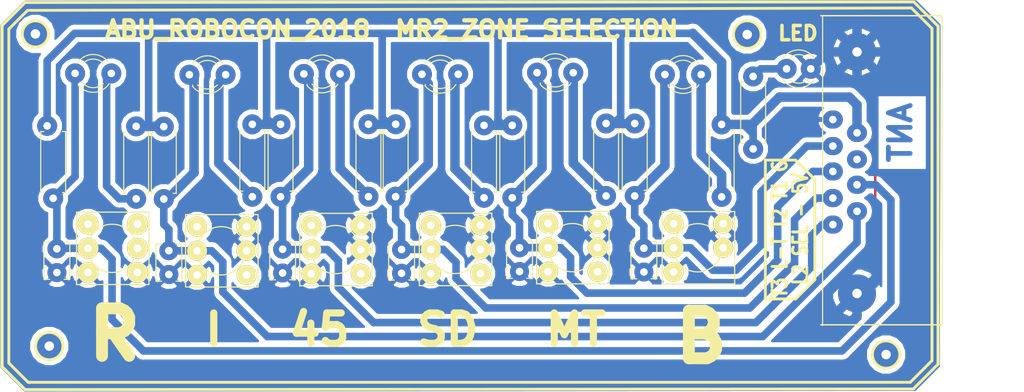
<source format=kicad_pcb>
(kicad_pcb (version 20171130) (host pcbnew "(5.0.2)-1")

  (general
    (thickness 1.6)
    (drawings 37)
    (tracks 199)
    (zones 0)
    (modules 37)
    (nets 16)
  )

  (page A4)
  (layers
    (0 F.Cu signal)
    (31 B.Cu signal)
    (32 B.Adhes user)
    (33 F.Adhes user)
    (34 B.Paste user)
    (35 F.Paste user)
    (36 B.SilkS user)
    (37 F.SilkS user)
    (38 B.Mask user)
    (39 F.Mask user)
    (40 Dwgs.User user)
    (41 Cmts.User user)
    (42 Eco1.User user)
    (43 Eco2.User user)
    (44 Edge.Cuts user)
    (45 Margin user)
    (46 B.CrtYd user)
    (47 F.CrtYd user)
    (48 B.Fab user)
    (49 F.Fab user)
  )

  (setup
    (last_trace_width 0.8)
    (user_trace_width 0.6)
    (user_trace_width 0.8)
    (user_trace_width 1)
    (trace_clearance 0.2)
    (zone_clearance 0.508)
    (zone_45_only yes)
    (trace_min 0.2)
    (segment_width 0.3)
    (edge_width 0.15)
    (via_size 0.6)
    (via_drill 0.4)
    (via_min_size 0.4)
    (via_min_drill 0.3)
    (user_via 2 0.8)
    (uvia_size 0.3)
    (uvia_drill 0.1)
    (uvias_allowed no)
    (uvia_min_size 0.2)
    (uvia_min_drill 0.1)
    (pcb_text_width 0.3)
    (pcb_text_size 1.5 1.5)
    (mod_edge_width 0.15)
    (mod_text_size 1 1)
    (mod_text_width 0.15)
    (pad_size 3 3)
    (pad_drill 1)
    (pad_to_mask_clearance 0.2)
    (solder_mask_min_width 0.25)
    (aux_axis_origin 0 0)
    (grid_origin 143.92656 109.48924)
    (visible_elements 7FFFFFFF)
    (pcbplotparams
      (layerselection 0x00030_80000001)
      (usegerberextensions false)
      (usegerberattributes false)
      (usegerberadvancedattributes false)
      (creategerberjobfile false)
      (excludeedgelayer true)
      (linewidth 0.100000)
      (plotframeref false)
      (viasonmask false)
      (mode 1)
      (useauxorigin false)
      (hpglpennumber 1)
      (hpglpenspeed 20)
      (hpglpendiameter 15.000000)
      (psnegative false)
      (psa4output false)
      (plotreference true)
      (plotvalue true)
      (plotinvisibletext false)
      (padsonsilk false)
      (subtractmaskfromsilk false)
      (outputformat 1)
      (mirror false)
      (drillshape 1)
      (scaleselection 1)
      (outputdirectory ""))
  )

  (net 0 "")
  (net 1 +5V)
  (net 2 GND)
  (net 3 "Net-(D1-Pad2)")
  (net 4 /IN1)
  (net 5 "Net-(D2-Pad2)")
  (net 6 /IN2)
  (net 7 "Net-(D3-Pad2)")
  (net 8 /IN3)
  (net 9 "Net-(D4-Pad2)")
  (net 10 /IN4)
  (net 11 "Net-(D5-Pad2)")
  (net 12 /IN5)
  (net 13 "Net-(D6-Pad2)")
  (net 14 /IN6)
  (net 15 "Net-(D7-Pad2)")

  (net_class Default "This is the default net class."
    (clearance 0.2)
    (trace_width 0.25)
    (via_dia 0.6)
    (via_drill 0.4)
    (uvia_dia 0.3)
    (uvia_drill 0.1)
    (add_net +5V)
    (add_net /IN1)
    (add_net /IN2)
    (add_net /IN3)
    (add_net /IN4)
    (add_net /IN5)
    (add_net /IN6)
    (add_net GND)
    (add_net "Net-(D1-Pad2)")
    (add_net "Net-(D2-Pad2)")
    (add_net "Net-(D3-Pad2)")
    (add_net "Net-(D4-Pad2)")
    (add_net "Net-(D5-Pad2)")
    (add_net "Net-(D6-Pad2)")
    (add_net "Net-(D7-Pad2)")
  )

  (module modFiles:1_Pin (layer F.Cu) (tedit 5D137F07) (tstamp 5B40F966)
    (at 182.78856 98.31324)
    (path /5B411BCA)
    (fp_text reference J4 (at 0 0.5) (layer F.SilkS) hide
      (effects (font (size 1 1) (thickness 0.15)))
    )
    (fp_text value Conn_01x01 (at 0 -0.635) (layer F.Fab) hide
      (effects (font (size 1 1) (thickness 0.15)))
    )
    (fp_circle (center 0 0) (end 0.889 1.143) (layer F.SilkS) (width 0.3))
    (pad 1 thru_hole circle (at 0 0) (size 3 3) (drill 1) (layers *.Cu *.Mask))
    (model Connectors.3dshapes/Banana_Jack_1Pin.wrl
      (offset (xyz 0 0 -7.619999885559082))
      (scale (xyz 0.8 0.8 2))
      (rotate (xyz 0 0 0))
    )
  )

  (module modFiles:1_Pin (layer F.Cu) (tedit 5D137EF2) (tstamp 5B40F96B)
    (at 197.39356 131.96824)
    (path /5B411C4D)
    (fp_text reference J5 (at 0 0.5) (layer F.SilkS) hide
      (effects (font (size 1 1) (thickness 0.15)))
    )
    (fp_text value Conn_01x01 (at 0 -0.635) (layer F.Fab) hide
      (effects (font (size 1 1) (thickness 0.15)))
    )
    (fp_circle (center 0 0) (end 1.016 1.016) (layer F.SilkS) (width 0.3))
    (pad 1 thru_hole circle (at 0 0) (size 3 3) (drill 1) (layers *.Cu *.Mask))
    (model Connectors.3dshapes/Banana_Jack_1Pin.wrl
      (offset (xyz 0 0 -7.619999885559082))
      (scale (xyz 0.8 0.8 2))
      (rotate (xyz 0 0 0))
    )
  )

  (module modFiles:1_Pin (layer F.Cu) (tedit 5D137ED4) (tstamp 5B40F961)
    (at 109.38256 131.07924)
    (path /5B411ABB)
    (fp_text reference J3 (at 0 0.5) (layer F.SilkS) hide
      (effects (font (size 1 1) (thickness 0.15)))
    )
    (fp_text value Conn_01x01 (at 0 -0.635) (layer F.Fab) hide
      (effects (font (size 1 1) (thickness 0.15)))
    )
    (fp_circle (center 0 0) (end 1.016 1.016) (layer F.SilkS) (width 0.3))
    (pad 1 thru_hole circle (at 0 0) (size 3 3) (drill 1) (layers *.Cu *.Mask))
    (model Connectors.3dshapes/Banana_Jack_1Pin.wrl
      (offset (xyz 0 0 -7.619999885559082))
      (scale (xyz 0.8 0.8 2))
      (rotate (xyz 0 0 0))
    )
  )

  (module modFiles:1_Pin (layer F.Cu) (tedit 5D137EB5) (tstamp 5B40F95C)
    (at 107.92206 98.24974)
    (path /5B411D15)
    (fp_text reference J2 (at 0 0.5) (layer F.SilkS) hide
      (effects (font (size 1 1) (thickness 0.15)))
    )
    (fp_text value Conn_01x01 (at 0 -0.635) (layer F.Fab) hide
      (effects (font (size 1 1) (thickness 0.15)))
    )
    (fp_circle (center 0 0) (end 1.143 0.762) (layer F.SilkS) (width 0.3))
    (pad 1 thru_hole circle (at 0 0) (size 3 3) (drill 1) (layers *.Cu *.Mask))
    (model Connectors.3dshapes/Banana_Jack_1Pin.wrl
      (offset (xyz 0 0 -7.619999885559082))
      (scale (xyz 0.8 0.8 2))
      (rotate (xyz 0 0 0))
    )
  )

  (module modFiles:Resistor_small (layer F.Cu) (tedit 5D137BC7) (tstamp 5B4079F9)
    (at 109.79456 115.53924 90)
    (descr "Resistor, Axial_DIN0207 series, Axial, Horizontal, pin pitch=7.62mm, 0.25W = 1/4W, length*diameter=6.3*2.5mm^2, http://cdn-reichelt.de/documents/datenblatt/B400/1_4W%23YAG.pdf")
    (tags "Resistor Axial_DIN0207 series Axial Horizontal pin pitch 7.62mm 0.25W = 1/4W length 6.3mm diameter 2.5mm")
    (path /5B40ABDD)
    (fp_text reference R11 (at 3.81 -2.31 90) (layer F.SilkS) hide
      (effects (font (size 1 1) (thickness 0.15)))
    )
    (fp_text value 10k (at 4.04114 0.01524 90) (layer F.Fab)
      (effects (font (size 1 1) (thickness 0.15)))
    )
    (fp_line (start 0.66 -1.25) (end 0.66 1.25) (layer F.Fab) (width 0.1))
    (fp_line (start 0.66 1.25) (end 6.96 1.25) (layer F.Fab) (width 0.1))
    (fp_line (start 6.96 1.25) (end 6.96 -1.25) (layer F.Fab) (width 0.1))
    (fp_line (start 6.96 -1.25) (end 0.66 -1.25) (layer F.Fab) (width 0.1))
    (fp_line (start 0 0) (end 0.66 0) (layer F.Fab) (width 0.1))
    (fp_line (start 7.62 0) (end 6.96 0) (layer F.Fab) (width 0.1))
    (fp_line (start 0.6 -0.98) (end 0.6 -1.31) (layer F.SilkS) (width 0.12))
    (fp_line (start 0.6 -1.31) (end 7.02 -1.31) (layer F.SilkS) (width 0.12))
    (fp_line (start 7.02 -1.31) (end 7.02 -0.98) (layer F.SilkS) (width 0.12))
    (fp_line (start 0.6 0.98) (end 0.6 1.31) (layer F.SilkS) (width 0.12))
    (fp_line (start 0.6 1.31) (end 7.02 1.31) (layer F.SilkS) (width 0.12))
    (fp_line (start 7.02 1.31) (end 7.02 0.98) (layer F.SilkS) (width 0.12))
    (fp_line (start -1.05 -1.6) (end -1.05 1.6) (layer F.CrtYd) (width 0.05))
    (fp_line (start -1.05 1.6) (end 8.7 1.6) (layer F.CrtYd) (width 0.05))
    (fp_line (start 8.7 1.6) (end 8.7 -1.6) (layer F.CrtYd) (width 0.05))
    (fp_line (start 8.7 -1.6) (end -1.05 -1.6) (layer F.CrtYd) (width 0.05))
    (pad 1 thru_hole circle (at 0 0 90) (size 2.1 2.1) (drill 0.8) (layers *.Cu *.Mask)
      (net 8 /IN3))
    (pad 2 thru_hole circle (at 7.62 -0.635 90) (size 2.1 2.1) (drill 0.8) (layers *.Cu *.Mask)
      (net 1 +5V))
    (model _3D/Used/R_Axial_DIN0207_L6.3mm_D2.5mm_P7.62mm_Horizontal.wrl
      (at (xyz 0 0 0))
      (scale (xyz 0.393701 0.393701 0.393701))
      (rotate (xyz 0 0 0))
    )
  )

  (module modFiles:DIP_Switch (layer F.Cu) (tedit 5D136675) (tstamp 5B407569)
    (at 116.12456 120.79924 270)
    (path /5B40FDB4)
    (fp_text reference SW3 (at 0.381 3.429 270) (layer F.SilkS) hide
      (effects (font (size 1.016 1.016) (thickness 0.2032)))
    )
    (fp_text value SW_DPST (at 0.508 -3.429 270) (layer F.SilkS) hide
      (effects (font (size 1.016 1.016) (thickness 0.2032)))
    )
    (fp_line (start -3.81 -3.7465) (end -3.81 3.8735) (layer F.SilkS) (width 0.127))
    (fp_line (start 3.81 3.8735) (end -3.81 3.8735) (layer F.SilkS) (width 0.127))
    (fp_line (start 3.81 -3.7465) (end 3.81 3.8735) (layer F.SilkS) (width 0.127))
    (fp_line (start -3.81 -3.7465) (end 3.81 -3.7465) (layer F.SilkS) (width 0.127))
    (fp_circle (center 0 0.127) (end 0 -2.413) (layer F.SilkS) (width 0.127))
    (pad 1 thru_hole circle (at 0 2.667 270) (size 2.2 2.2) (drill 0.8) (layers *.Cu *.Mask F.SilkS)
      (net 8 /IN3))
    (pad "" thru_hole circle (at 0 -2.54 270) (size 2.2 2.2) (drill 0.8) (layers *.Cu *.Mask F.SilkS))
    (pad "" thru_hole circle (at -2.54 2.667 270) (size 2.2 2.2) (drill 0.8) (layers *.Cu *.Mask F.SilkS))
    (pad "" thru_hole circle (at -2.54 -2.54 270) (size 2.2 2.2) (drill 0.8) (layers *.Cu *.Mask F.SilkS))
    (pad 2 thru_hole circle (at 2.54 2.667 270) (size 2.2 2.2) (drill 0.8) (layers *.Cu *.Mask F.SilkS)
      (net 2 GND))
    (pad 2 thru_hole circle (at 2.54 -2.54 270) (size 2.2 2.2) (drill 0.8) (layers *.Cu *.Mask F.SilkS)
      (net 2 GND))
  )

  (module modFiles:LED_D3.0mm (layer F.Cu) (tedit 5B434AB3) (tstamp 5B407506)
    (at 174.76724 102.51948)
    (descr "LED, diameter 3.0mm, 2 pins")
    (tags "LED diameter 3.0mm 2 pins")
    (path /5B408FC8)
    (fp_text reference D7 (at 1.27 -2.96) (layer F.SilkS) hide
      (effects (font (size 1 1) (thickness 0.15)))
    )
    (fp_text value LED (at 1.27 2.96) (layer F.Fab) hide
      (effects (font (size 1 1) (thickness 0.15)))
    )
    (fp_arc (start 1.27 0) (end -0.23 -1.16619) (angle 284.3) (layer F.Fab) (width 0.1))
    (fp_arc (start 1.27 0) (end -0.29 -1.235516) (angle 108.8) (layer F.SilkS) (width 0.12))
    (fp_arc (start 1.27 0) (end -0.29 1.235516) (angle -108.8) (layer F.SilkS) (width 0.12))
    (fp_arc (start 1.27 0) (end 0.229039 -1.08) (angle 87.9) (layer F.SilkS) (width 0.12))
    (fp_arc (start 1.27 0) (end 0.229039 1.08) (angle -87.9) (layer F.SilkS) (width 0.12))
    (fp_circle (center 1.27 0) (end 2.77 0) (layer F.Fab) (width 0.1))
    (fp_line (start -0.23 -1.16619) (end -0.23 1.16619) (layer F.Fab) (width 0.1))
    (fp_line (start -0.29 -1.236) (end -0.29 -1.08) (layer F.SilkS) (width 0.12))
    (fp_line (start -0.29 1.08) (end -0.29 1.236) (layer F.SilkS) (width 0.12))
    (fp_line (start -1.15 -2.25) (end -1.15 2.25) (layer F.CrtYd) (width 0.05))
    (fp_line (start -1.15 2.25) (end 3.7 2.25) (layer F.CrtYd) (width 0.05))
    (fp_line (start 3.7 2.25) (end 3.7 -2.25) (layer F.CrtYd) (width 0.05))
    (fp_line (start 3.7 -2.25) (end -1.15 -2.25) (layer F.CrtYd) (width 0.05))
    (pad 1 thru_hole circle (at -0.635 0) (size 2.1 2.1) (drill 0.8) (layers *.Cu *.Mask)
      (net 14 /IN6))
    (pad 2 thru_hole circle (at 3.175 0) (size 2.1 2.1) (drill 0.8) (layers *.Cu *.Mask)
      (net 15 "Net-(D7-Pad2)"))
    (model _3D/Used/led_3mm_red.wrl
      (offset (xyz 1.269999980926514 0 0))
      (scale (xyz 1 1 1))
      (rotate (xyz 0 0 90))
    )
  )

  (module modFiles:LED_D3.0mm (layer F.Cu) (tedit 5B434AB0) (tstamp 5B407500)
    (at 161.3154 102.32644)
    (descr "LED, diameter 3.0mm, 2 pins")
    (tags "LED diameter 3.0mm 2 pins")
    (path /5B408FBB)
    (fp_text reference D6 (at 1.27 -2.96) (layer F.SilkS) hide
      (effects (font (size 1 1) (thickness 0.15)))
    )
    (fp_text value LED (at 1.27 2.96) (layer F.Fab) hide
      (effects (font (size 1 1) (thickness 0.15)))
    )
    (fp_arc (start 1.27 0) (end -0.23 -1.16619) (angle 284.3) (layer F.Fab) (width 0.1))
    (fp_arc (start 1.27 0) (end -0.29 -1.235516) (angle 108.8) (layer F.SilkS) (width 0.12))
    (fp_arc (start 1.27 0) (end -0.29 1.235516) (angle -108.8) (layer F.SilkS) (width 0.12))
    (fp_arc (start 1.27 0) (end 0.229039 -1.08) (angle 87.9) (layer F.SilkS) (width 0.12))
    (fp_arc (start 1.27 0) (end 0.229039 1.08) (angle -87.9) (layer F.SilkS) (width 0.12))
    (fp_circle (center 1.27 0) (end 2.77 0) (layer F.Fab) (width 0.1))
    (fp_line (start -0.23 -1.16619) (end -0.23 1.16619) (layer F.Fab) (width 0.1))
    (fp_line (start -0.29 -1.236) (end -0.29 -1.08) (layer F.SilkS) (width 0.12))
    (fp_line (start -0.29 1.08) (end -0.29 1.236) (layer F.SilkS) (width 0.12))
    (fp_line (start -1.15 -2.25) (end -1.15 2.25) (layer F.CrtYd) (width 0.05))
    (fp_line (start -1.15 2.25) (end 3.7 2.25) (layer F.CrtYd) (width 0.05))
    (fp_line (start 3.7 2.25) (end 3.7 -2.25) (layer F.CrtYd) (width 0.05))
    (fp_line (start 3.7 -2.25) (end -1.15 -2.25) (layer F.CrtYd) (width 0.05))
    (pad 1 thru_hole circle (at -0.635 0) (size 2.1 2.1) (drill 0.8) (layers *.Cu *.Mask)
      (net 12 /IN5))
    (pad 2 thru_hole circle (at 3.175 0) (size 2.1 2.1) (drill 0.8) (layers *.Cu *.Mask)
      (net 13 "Net-(D6-Pad2)"))
    (model _3D/Used/led_3mm_red.wrl
      (offset (xyz 1.269999980926514 0 0))
      (scale (xyz 1 1 1))
      (rotate (xyz 0 0 90))
    )
  )

  (module modFiles:LED_D3.0mm (layer F.Cu) (tedit 5B434AAD) (tstamp 5B4074FA)
    (at 149.21484 102.489)
    (descr "LED, diameter 3.0mm, 2 pins")
    (tags "LED diameter 3.0mm 2 pins")
    (path /5B408FAE)
    (fp_text reference D5 (at 1.27 -2.96) (layer F.SilkS) hide
      (effects (font (size 1 1) (thickness 0.15)))
    )
    (fp_text value LED (at 1.27 2.96) (layer F.Fab) hide
      (effects (font (size 1 1) (thickness 0.15)))
    )
    (fp_arc (start 1.27 0) (end -0.23 -1.16619) (angle 284.3) (layer F.Fab) (width 0.1))
    (fp_arc (start 1.27 0) (end -0.29 -1.235516) (angle 108.8) (layer F.SilkS) (width 0.12))
    (fp_arc (start 1.27 0) (end -0.29 1.235516) (angle -108.8) (layer F.SilkS) (width 0.12))
    (fp_arc (start 1.27 0) (end 0.229039 -1.08) (angle 87.9) (layer F.SilkS) (width 0.12))
    (fp_arc (start 1.27 0) (end 0.229039 1.08) (angle -87.9) (layer F.SilkS) (width 0.12))
    (fp_circle (center 1.27 0) (end 2.77 0) (layer F.Fab) (width 0.1))
    (fp_line (start -0.23 -1.16619) (end -0.23 1.16619) (layer F.Fab) (width 0.1))
    (fp_line (start -0.29 -1.236) (end -0.29 -1.08) (layer F.SilkS) (width 0.12))
    (fp_line (start -0.29 1.08) (end -0.29 1.236) (layer F.SilkS) (width 0.12))
    (fp_line (start -1.15 -2.25) (end -1.15 2.25) (layer F.CrtYd) (width 0.05))
    (fp_line (start -1.15 2.25) (end 3.7 2.25) (layer F.CrtYd) (width 0.05))
    (fp_line (start 3.7 2.25) (end 3.7 -2.25) (layer F.CrtYd) (width 0.05))
    (fp_line (start 3.7 -2.25) (end -1.15 -2.25) (layer F.CrtYd) (width 0.05))
    (pad 1 thru_hole circle (at -0.635 0) (size 2.1 2.1) (drill 0.8) (layers *.Cu *.Mask)
      (net 10 /IN4))
    (pad 2 thru_hole circle (at 3.175 0) (size 2.1 2.1) (drill 0.8) (layers *.Cu *.Mask)
      (net 11 "Net-(D5-Pad2)"))
    (model _3D/Used/led_3mm_red.wrl
      (offset (xyz 1.269999980926514 0 0))
      (scale (xyz 1 1 1))
      (rotate (xyz 0 0 90))
    )
  )

  (module modFiles:LED_D3.0mm (layer F.Cu) (tedit 5B434AA7) (tstamp 5B4074E8)
    (at 136.79424 102.45344)
    (descr "LED, diameter 3.0mm, 2 pins")
    (tags "LED diameter 3.0mm 2 pins")
    (path /5B408B23)
    (fp_text reference D2 (at 1.27 -2.96) (layer F.SilkS) hide
      (effects (font (size 1 1) (thickness 0.15)))
    )
    (fp_text value LED (at 1.27 2.96) (layer F.Fab) hide
      (effects (font (size 1 1) (thickness 0.15)))
    )
    (fp_arc (start 1.27 0) (end -0.23 -1.16619) (angle 284.3) (layer F.Fab) (width 0.1))
    (fp_arc (start 1.27 0) (end -0.29 -1.235516) (angle 108.8) (layer F.SilkS) (width 0.12))
    (fp_arc (start 1.27 0) (end -0.29 1.235516) (angle -108.8) (layer F.SilkS) (width 0.12))
    (fp_arc (start 1.27 0) (end 0.229039 -1.08) (angle 87.9) (layer F.SilkS) (width 0.12))
    (fp_arc (start 1.27 0) (end 0.229039 1.08) (angle -87.9) (layer F.SilkS) (width 0.12))
    (fp_circle (center 1.27 0) (end 2.77 0) (layer F.Fab) (width 0.1))
    (fp_line (start -0.23 -1.16619) (end -0.23 1.16619) (layer F.Fab) (width 0.1))
    (fp_line (start -0.29 -1.236) (end -0.29 -1.08) (layer F.SilkS) (width 0.12))
    (fp_line (start -0.29 1.08) (end -0.29 1.236) (layer F.SilkS) (width 0.12))
    (fp_line (start -1.15 -2.25) (end -1.15 2.25) (layer F.CrtYd) (width 0.05))
    (fp_line (start -1.15 2.25) (end 3.7 2.25) (layer F.CrtYd) (width 0.05))
    (fp_line (start 3.7 2.25) (end 3.7 -2.25) (layer F.CrtYd) (width 0.05))
    (fp_line (start 3.7 -2.25) (end -1.15 -2.25) (layer F.CrtYd) (width 0.05))
    (pad 1 thru_hole circle (at -0.635 0) (size 2.1 2.1) (drill 0.8) (layers *.Cu *.Mask)
      (net 4 /IN1))
    (pad 2 thru_hole circle (at 3.175 0) (size 2.1 2.1) (drill 0.8) (layers *.Cu *.Mask)
      (net 5 "Net-(D2-Pad2)"))
    (model _3D/Used/led_3mm_red.wrl
      (offset (xyz 1.269999980926514 0 0))
      (scale (xyz 1 1 1))
      (rotate (xyz 0 0 90))
    )
  )

  (module modFiles:LED_D3.0mm (layer F.Cu) (tedit 5B434AA4) (tstamp 5B4074EE)
    (at 124.75464 102.5398)
    (descr "LED, diameter 3.0mm, 2 pins")
    (tags "LED diameter 3.0mm 2 pins")
    (path /5B408DEC)
    (fp_text reference D3 (at 1.27 -2.96) (layer F.SilkS) hide
      (effects (font (size 1 1) (thickness 0.15)))
    )
    (fp_text value LED (at 1.27 2.96) (layer F.Fab) hide
      (effects (font (size 1 1) (thickness 0.15)))
    )
    (fp_arc (start 1.27 0) (end -0.23 -1.16619) (angle 284.3) (layer F.Fab) (width 0.1))
    (fp_arc (start 1.27 0) (end -0.29 -1.235516) (angle 108.8) (layer F.SilkS) (width 0.12))
    (fp_arc (start 1.27 0) (end -0.29 1.235516) (angle -108.8) (layer F.SilkS) (width 0.12))
    (fp_arc (start 1.27 0) (end 0.229039 -1.08) (angle 87.9) (layer F.SilkS) (width 0.12))
    (fp_arc (start 1.27 0) (end 0.229039 1.08) (angle -87.9) (layer F.SilkS) (width 0.12))
    (fp_circle (center 1.27 0) (end 2.77 0) (layer F.Fab) (width 0.1))
    (fp_line (start -0.23 -1.16619) (end -0.23 1.16619) (layer F.Fab) (width 0.1))
    (fp_line (start -0.29 -1.236) (end -0.29 -1.08) (layer F.SilkS) (width 0.12))
    (fp_line (start -0.29 1.08) (end -0.29 1.236) (layer F.SilkS) (width 0.12))
    (fp_line (start -1.15 -2.25) (end -1.15 2.25) (layer F.CrtYd) (width 0.05))
    (fp_line (start -1.15 2.25) (end 3.7 2.25) (layer F.CrtYd) (width 0.05))
    (fp_line (start 3.7 2.25) (end 3.7 -2.25) (layer F.CrtYd) (width 0.05))
    (fp_line (start 3.7 -2.25) (end -1.15 -2.25) (layer F.CrtYd) (width 0.05))
    (pad 1 thru_hole circle (at -0.635 0) (size 2.1 2.1) (drill 0.8) (layers *.Cu *.Mask)
      (net 6 /IN2))
    (pad 2 thru_hole circle (at 3.175 0) (size 2.1 2.1) (drill 0.8) (layers *.Cu *.Mask)
      (net 7 "Net-(D3-Pad2)"))
    (model _3D/Used/led_3mm_red.wrl
      (offset (xyz 1.269999980926514 0 0))
      (scale (xyz 1 1 1))
      (rotate (xyz 0 0 90))
    )
  )

  (module modFiles:LED_D3.0mm (layer F.Cu) (tedit 5B434AA0) (tstamp 5B4074F4)
    (at 112.73456 102.39924)
    (descr "LED, diameter 3.0mm, 2 pins")
    (tags "LED diameter 3.0mm 2 pins")
    (path /5B408DF9)
    (fp_text reference D4 (at 1.27 -2.96) (layer F.SilkS) hide
      (effects (font (size 1 1) (thickness 0.15)))
    )
    (fp_text value LED (at 1.27 2.96) (layer F.Fab) hide
      (effects (font (size 1 1) (thickness 0.15)))
    )
    (fp_arc (start 1.27 0) (end -0.23 -1.16619) (angle 284.3) (layer F.Fab) (width 0.1))
    (fp_arc (start 1.27 0) (end -0.29 -1.235516) (angle 108.8) (layer F.SilkS) (width 0.12))
    (fp_arc (start 1.27 0) (end -0.29 1.235516) (angle -108.8) (layer F.SilkS) (width 0.12))
    (fp_arc (start 1.27 0) (end 0.229039 -1.08) (angle 87.9) (layer F.SilkS) (width 0.12))
    (fp_arc (start 1.27 0) (end 0.229039 1.08) (angle -87.9) (layer F.SilkS) (width 0.12))
    (fp_circle (center 1.27 0) (end 2.77 0) (layer F.Fab) (width 0.1))
    (fp_line (start -0.23 -1.16619) (end -0.23 1.16619) (layer F.Fab) (width 0.1))
    (fp_line (start -0.29 -1.236) (end -0.29 -1.08) (layer F.SilkS) (width 0.12))
    (fp_line (start -0.29 1.08) (end -0.29 1.236) (layer F.SilkS) (width 0.12))
    (fp_line (start -1.15 -2.25) (end -1.15 2.25) (layer F.CrtYd) (width 0.05))
    (fp_line (start -1.15 2.25) (end 3.7 2.25) (layer F.CrtYd) (width 0.05))
    (fp_line (start 3.7 2.25) (end 3.7 -2.25) (layer F.CrtYd) (width 0.05))
    (fp_line (start 3.7 -2.25) (end -1.15 -2.25) (layer F.CrtYd) (width 0.05))
    (pad 1 thru_hole circle (at -0.635 0) (size 2.1 2.1) (drill 0.8) (layers *.Cu *.Mask)
      (net 8 /IN3))
    (pad 2 thru_hole circle (at 3.175 0) (size 2.1 2.1) (drill 0.8) (layers *.Cu *.Mask)
      (net 9 "Net-(D4-Pad2)"))
    (model _3D/Used/led_3mm_red.wrl
      (offset (xyz 1.269999980926514 0 0))
      (scale (xyz 1 1 1))
      (rotate (xyz 0 0 90))
    )
  )

  (module modFiles:DIP_Switch (layer F.Cu) (tedit 5B40F563) (tstamp 5B407587)
    (at 177.71872 120.74144 270)
    (path /5B40FFA7)
    (fp_text reference SW6 (at 0 0.15 270) (layer F.SilkS) hide
      (effects (font (size 1.016 1.016) (thickness 0.2032)))
    )
    (fp_text value SW_DPST (at -2.37 -4.44 270) (layer F.SilkS) hide
      (effects (font (size 1.016 1.016) (thickness 0.2032)))
    )
    (fp_circle (center 0 0.127) (end 0 -2.413) (layer F.SilkS) (width 0.127))
    (fp_line (start -3.81 -3.7465) (end 3.81 -3.7465) (layer F.SilkS) (width 0.127))
    (fp_line (start 3.81 -3.7465) (end 3.81 3.8735) (layer F.SilkS) (width 0.127))
    (fp_line (start 3.81 3.8735) (end -3.81 3.8735) (layer F.SilkS) (width 0.127))
    (fp_line (start -3.81 -3.7465) (end -3.81 3.8735) (layer F.SilkS) (width 0.127))
    (pad 2 thru_hole circle (at 2.54 2.667 270) (size 2.1 2.1) (drill 0.8) (layers *.Cu *.Mask F.SilkS)
      (net 2 GND))
    (pad 3 thru_hole circle (at -2.54 -2.54 270) (size 2.1 2.1) (drill 0.8) (layers *.Cu *.Mask F.SilkS)
      (net 2 GND))
    (pad "" thru_hole circle (at -2.54 2.667 270) (size 2.1 2.1) (drill 0.8) (layers *.Cu *.Mask F.SilkS))
    (pad 4 thru_hole circle (at 0 -2.54 270) (size 2.1 2.1) (drill 0.8) (layers *.Cu *.Mask F.SilkS)
      (net 2 GND))
    (pad 1 thru_hole circle (at 0 2.667 270) (size 2.1 2.1) (drill 0.8) (layers *.Cu *.Mask F.SilkS)
      (net 14 /IN6))
  )

  (module modFiles:Connector_DB_9 (layer F.Cu) (tedit 5D137CBB) (tstamp 5B40751B)
    (at 191.7954 107.25404 270)
    (descr "Connecteur DB9 femelle couche")
    (tags "CONN DB9")
    (path /5B40799F)
    (fp_text reference J1 (at 5.46 2.28 270) (layer F.SilkS) hide
      (effects (font (size 1 1) (thickness 0.15)))
    )
    (fp_text value DB9_Female_MountingHoles (at 6.73 -5.08 270) (layer F.Fab)
      (effects (font (size 1 1) (thickness 0.15)))
    )
    (fp_line (start -10.922 -11.43) (end -10.922 1.016) (layer F.Fab) (width 0.15))
    (fp_line (start 21.59 -11.43) (end 21.59 1.016) (layer F.Fab) (width 0.15))
    (fp_line (start -10.922 -11.43) (end -10.922 1.27) (layer F.SilkS) (width 0.15))
    (fp_line (start 21.59 -11.43) (end 21.59 1.016) (layer F.SilkS) (width 0.15))
    (fp_line (start 21.59 1.016) (end 21.59 1.27) (layer F.SilkS) (width 0.15))
    (fp_line (start 12.954 -20.066) (end 12.954 -13.208) (layer F.Fab) (width 0.1))
    (fp_line (start -2.286 -20.066) (end -2.286 -13.208) (layer F.Fab) (width 0.1))
    (fp_line (start -10.922 -13.208) (end -10.922 -11.303) (layer F.Fab) (width 0.1))
    (fp_line (start 21.59 -13.208) (end -10.922 -13.208) (layer F.Fab) (width 0.1))
    (fp_line (start 21.59 -11.303) (end 21.59 -13.208) (layer F.Fab) (width 0.1))
    (fp_line (start -10.944 1.08) (end 21.656 1.08) (layer F.SilkS) (width 0.12))
    (fp_line (start 21.656 -11.486) (end -10.994 -11.486) (layer F.SilkS) (width 0.12))
    (fp_line (start -10.924 1.02) (end 21.586 1.02) (layer F.Fab) (width 0.1))
    (fp_line (start 21.586 -11.426) (end -10.924 -11.426) (layer F.Fab) (width 0.1))
    (fp_line (start -3.814 -11.426) (end -3.814 -3.806) (layer F.Fab) (width 0.1))
    (fp_line (start -3.814 -3.806) (end 14.476 -3.806) (layer F.Fab) (width 0.1))
    (fp_line (start 14.476 -3.806) (end 14.476 -11.426) (layer F.Fab) (width 0.1))
    (fp_line (start -2.284 -20.066) (end 12.956 -20.066) (layer F.Fab) (width 0.1))
    (fp_line (start 22.09 1.27) (end -10.92 1.27) (layer F.CrtYd) (width 0.05))
    (pad 0 thru_hole circle (at 18.29 -2.54 270) (size 4 4) (drill 1) (layers *.Cu *.Mask)
      (net 2 GND))
    (pad 0 thru_hole oval (at -7.11 -2.54 270) (size 4 4) (drill 1) (layers *.Cu *.Mask)
      (net 2 GND))
    (pad 1 thru_hole oval (at 0 0 270) (size 1.9 2.1) (drill 0.8) (layers *.Cu *.Mask)
      (net 2 GND))
    (pad 2 thru_hole oval (at 2.79 0 270) (size 1.9 2.1) (drill 0.8) (layers *.Cu *.Mask)
      (net 14 /IN6))
    (pad 3 thru_hole oval (at 5.46 0 270) (size 1.9 2.1) (drill 0.8) (layers *.Cu *.Mask)
      (net 12 /IN5))
    (pad 4 thru_hole oval (at 8.26 0 270) (size 1.9 2.1) (drill 0.8) (layers *.Cu *.Mask)
      (net 10 /IN4))
    (pad 5 thru_hole oval (at 11.05 0 270) (size 1.9 2.1) (drill 0.8) (layers *.Cu *.Mask)
      (net 4 /IN1))
    (pad 6 thru_hole oval (at 1.4 -2.54 270) (size 1.9 2.1) (drill 0.8) (layers *.Cu *.Mask)
      (net 1 +5V))
    (pad 7 thru_hole oval (at 4.19 -2.54 270) (size 1.9 2.1) (drill 0.8) (layers *.Cu *.Mask))
    (pad 8 thru_hole oval (at 6.86 -2.54 270) (size 1.9 2.1) (drill 0.8) (layers *.Cu *.Mask)
      (net 8 /IN3))
    (pad 9 thru_hole oval (at 9.65 -2.54 270) (size 1.9 2.1) (drill 0.8) (layers *.Cu *.Mask)
      (net 6 /IN2))
    (model _3D/Used/db_9f.wrl
      (offset (xyz 5.5371999168396 8.381999874114991 0))
      (scale (xyz 1 1 1))
      (rotate (xyz 0 0 180))
    )
  )

  (module modFiles:Resistor_small (layer F.Cu) (tedit 5B40F517) (tstamp 5B407521)
    (at 183.41086 102.72014 270)
    (descr "Resistor, Axial_DIN0207 series, Axial, Horizontal, pin pitch=7.62mm, 0.25W = 1/4W, length*diameter=6.3*2.5mm^2, http://cdn-reichelt.de/documents/datenblatt/B400/1_4W%23YAG.pdf")
    (tags "Resistor Axial_DIN0207 series Axial Horizontal pin pitch 7.62mm 0.25W = 1/4W length 6.3mm diameter 2.5mm")
    (path /5B40899C)
    (fp_text reference R1 (at 3.81 -2.31 270) (layer F.SilkS) hide
      (effects (font (size 1 1) (thickness 0.15)))
    )
    (fp_text value 330 (at 3.8481 0.1143 270) (layer F.Fab)
      (effects (font (size 1 1) (thickness 0.15)))
    )
    (fp_line (start 0.66 -1.25) (end 0.66 1.25) (layer F.Fab) (width 0.1))
    (fp_line (start 0.66 1.25) (end 6.96 1.25) (layer F.Fab) (width 0.1))
    (fp_line (start 6.96 1.25) (end 6.96 -1.25) (layer F.Fab) (width 0.1))
    (fp_line (start 6.96 -1.25) (end 0.66 -1.25) (layer F.Fab) (width 0.1))
    (fp_line (start 0 0) (end 0.66 0) (layer F.Fab) (width 0.1))
    (fp_line (start 7.62 0) (end 6.96 0) (layer F.Fab) (width 0.1))
    (fp_line (start 0.6 -0.98) (end 0.6 -1.31) (layer F.SilkS) (width 0.12))
    (fp_line (start 0.6 -1.31) (end 7.02 -1.31) (layer F.SilkS) (width 0.12))
    (fp_line (start 7.02 -1.31) (end 7.02 -0.98) (layer F.SilkS) (width 0.12))
    (fp_line (start 0.6 0.98) (end 0.6 1.31) (layer F.SilkS) (width 0.12))
    (fp_line (start 0.6 1.31) (end 7.02 1.31) (layer F.SilkS) (width 0.12))
    (fp_line (start 7.02 1.31) (end 7.02 0.98) (layer F.SilkS) (width 0.12))
    (fp_line (start -1.05 -1.6) (end -1.05 1.6) (layer F.CrtYd) (width 0.05))
    (fp_line (start -1.05 1.6) (end 8.7 1.6) (layer F.CrtYd) (width 0.05))
    (fp_line (start 8.7 1.6) (end 8.7 -1.6) (layer F.CrtYd) (width 0.05))
    (fp_line (start 8.7 -1.6) (end -1.05 -1.6) (layer F.CrtYd) (width 0.05))
    (pad 1 thru_hole circle (at 0 0 270) (size 2.1 2.1) (drill 0.8) (layers *.Cu *.Mask)
      (net 3 "Net-(D1-Pad2)"))
    (pad 2 thru_hole circle (at 7.62 0 270) (size 2.1 2.1) (drill 0.8) (layers *.Cu *.Mask)
      (net 1 +5V))
    (model _3D/Used/R_Axial_DIN0207_L6.3mm_D2.5mm_P7.62mm_Horizontal.wrl
      (at (xyz 0 0 0))
      (scale (xyz 0.393701 0.393701 0.393701))
      (rotate (xyz 0 0 0))
    )
  )

  (module modFiles:Capacitor_Disc_Small (layer F.Cu) (tedit 5B40F57B) (tstamp 5B4074BE)
    (at 133.92404 120.89384 270)
    (descr "C, Disc series, Radial, pin pitch=2.50mm, , diameter*width=3.8*2.6mm^2, Capacitor, http://www.vishay.com/docs/45233/krseries.pdf")
    (tags "C Disc series Radial pin pitch 2.50mm  diameter 3.8mm width 2.6mm Capacitor")
    (path /5B407589)
    (fp_text reference C1 (at 1.25 -2.36 270) (layer F.SilkS) hide
      (effects (font (size 1 1) (thickness 0.15)))
    )
    (fp_text value 104 (at 1.25 2.36 270) (layer F.Fab)
      (effects (font (size 1 1) (thickness 0.15)))
    )
    (fp_line (start -0.65 -1.3) (end -0.65 1.3) (layer F.Fab) (width 0.1))
    (fp_line (start -0.65 1.3) (end 3.15 1.3) (layer F.Fab) (width 0.1))
    (fp_line (start 3.15 1.3) (end 3.15 -1.3) (layer F.Fab) (width 0.1))
    (fp_line (start 3.15 -1.3) (end -0.65 -1.3) (layer F.Fab) (width 0.1))
    (fp_line (start -0.71 -1.36) (end 3.21 -1.36) (layer F.SilkS) (width 0.12))
    (fp_line (start -0.71 1.36) (end 3.21 1.36) (layer F.SilkS) (width 0.12))
    (fp_line (start -0.71 -1.36) (end -0.71 -0.75) (layer F.SilkS) (width 0.12))
    (fp_line (start -0.71 0.75) (end -0.71 1.36) (layer F.SilkS) (width 0.12))
    (fp_line (start 3.21 -1.36) (end 3.21 -0.75) (layer F.SilkS) (width 0.12))
    (fp_line (start 3.21 0.75) (end 3.21 1.36) (layer F.SilkS) (width 0.12))
    (fp_line (start -1.05 -1.65) (end -1.05 1.65) (layer F.CrtYd) (width 0.05))
    (fp_line (start -1.05 1.65) (end 3.55 1.65) (layer F.CrtYd) (width 0.05))
    (fp_line (start 3.55 1.65) (end 3.55 -1.65) (layer F.CrtYd) (width 0.05))
    (fp_line (start 3.55 -1.65) (end -1.05 -1.65) (layer F.CrtYd) (width 0.05))
    (pad 1 thru_hole circle (at 0 0 270) (size 2 2) (drill 0.8) (layers *.Cu *.Mask)
      (net 4 /IN1))
    (pad 2 thru_hole circle (at 2.5 0 270) (size 2 2) (drill 0.8) (layers *.Cu *.Mask)
      (net 2 GND))
    (model _3D/Used/C_Disc_D3.8mm_W2.6mm_P2.50mm.wrl
      (at (xyz 0 0 0))
      (scale (xyz 0.393701 0.393701 0.393701))
      (rotate (xyz 0 0 0))
    )
  )

  (module modFiles:Capacitor_Disc_Small (layer F.Cu) (tedit 5B40F581) (tstamp 5B4074C4)
    (at 121.96064 121.04624 270)
    (descr "C, Disc series, Radial, pin pitch=2.50mm, , diameter*width=3.8*2.6mm^2, Capacitor, http://www.vishay.com/docs/45233/krseries.pdf")
    (tags "C Disc series Radial pin pitch 2.50mm  diameter 3.8mm width 2.6mm Capacitor")
    (path /5B4075F0)
    (fp_text reference C2 (at 1.25 -2.36 270) (layer F.SilkS) hide
      (effects (font (size 1 1) (thickness 0.15)))
    )
    (fp_text value 104 (at 1.25 2.36 270) (layer F.Fab)
      (effects (font (size 1 1) (thickness 0.15)))
    )
    (fp_line (start -0.65 -1.3) (end -0.65 1.3) (layer F.Fab) (width 0.1))
    (fp_line (start -0.65 1.3) (end 3.15 1.3) (layer F.Fab) (width 0.1))
    (fp_line (start 3.15 1.3) (end 3.15 -1.3) (layer F.Fab) (width 0.1))
    (fp_line (start 3.15 -1.3) (end -0.65 -1.3) (layer F.Fab) (width 0.1))
    (fp_line (start -0.71 -1.36) (end 3.21 -1.36) (layer F.SilkS) (width 0.12))
    (fp_line (start -0.71 1.36) (end 3.21 1.36) (layer F.SilkS) (width 0.12))
    (fp_line (start -0.71 -1.36) (end -0.71 -0.75) (layer F.SilkS) (width 0.12))
    (fp_line (start -0.71 0.75) (end -0.71 1.36) (layer F.SilkS) (width 0.12))
    (fp_line (start 3.21 -1.36) (end 3.21 -0.75) (layer F.SilkS) (width 0.12))
    (fp_line (start 3.21 0.75) (end 3.21 1.36) (layer F.SilkS) (width 0.12))
    (fp_line (start -1.05 -1.65) (end -1.05 1.65) (layer F.CrtYd) (width 0.05))
    (fp_line (start -1.05 1.65) (end 3.55 1.65) (layer F.CrtYd) (width 0.05))
    (fp_line (start 3.55 1.65) (end 3.55 -1.65) (layer F.CrtYd) (width 0.05))
    (fp_line (start 3.55 -1.65) (end -1.05 -1.65) (layer F.CrtYd) (width 0.05))
    (pad 1 thru_hole circle (at 0 0 270) (size 2 2) (drill 0.8) (layers *.Cu *.Mask)
      (net 6 /IN2))
    (pad 2 thru_hole circle (at 2.5 0 270) (size 2 2) (drill 0.8) (layers *.Cu *.Mask)
      (net 2 GND))
    (model _3D/Used/C_Disc_D3.8mm_W2.6mm_P2.50mm.wrl
      (at (xyz 0 0 0))
      (scale (xyz 0.393701 0.393701 0.393701))
      (rotate (xyz 0 0 0))
    )
  )

  (module modFiles:Capacitor_Disc_Small (layer F.Cu) (tedit 5B40F585) (tstamp 5B4074CA)
    (at 110.18456 120.84924 270)
    (descr "C, Disc series, Radial, pin pitch=2.50mm, , diameter*width=3.8*2.6mm^2, Capacitor, http://www.vishay.com/docs/45233/krseries.pdf")
    (tags "C Disc series Radial pin pitch 2.50mm  diameter 3.8mm width 2.6mm Capacitor")
    (path /5B407643)
    (fp_text reference C3 (at 1.25 -2.36 270) (layer F.SilkS) hide
      (effects (font (size 1 1) (thickness 0.15)))
    )
    (fp_text value 104 (at 1.25 2.36 270) (layer F.Fab)
      (effects (font (size 1 1) (thickness 0.15)))
    )
    (fp_line (start -0.65 -1.3) (end -0.65 1.3) (layer F.Fab) (width 0.1))
    (fp_line (start -0.65 1.3) (end 3.15 1.3) (layer F.Fab) (width 0.1))
    (fp_line (start 3.15 1.3) (end 3.15 -1.3) (layer F.Fab) (width 0.1))
    (fp_line (start 3.15 -1.3) (end -0.65 -1.3) (layer F.Fab) (width 0.1))
    (fp_line (start -0.71 -1.36) (end 3.21 -1.36) (layer F.SilkS) (width 0.12))
    (fp_line (start -0.71 1.36) (end 3.21 1.36) (layer F.SilkS) (width 0.12))
    (fp_line (start -0.71 -1.36) (end -0.71 -0.75) (layer F.SilkS) (width 0.12))
    (fp_line (start -0.71 0.75) (end -0.71 1.36) (layer F.SilkS) (width 0.12))
    (fp_line (start 3.21 -1.36) (end 3.21 -0.75) (layer F.SilkS) (width 0.12))
    (fp_line (start 3.21 0.75) (end 3.21 1.36) (layer F.SilkS) (width 0.12))
    (fp_line (start -1.05 -1.65) (end -1.05 1.65) (layer F.CrtYd) (width 0.05))
    (fp_line (start -1.05 1.65) (end 3.55 1.65) (layer F.CrtYd) (width 0.05))
    (fp_line (start 3.55 1.65) (end 3.55 -1.65) (layer F.CrtYd) (width 0.05))
    (fp_line (start 3.55 -1.65) (end -1.05 -1.65) (layer F.CrtYd) (width 0.05))
    (pad 1 thru_hole circle (at 0 0 270) (size 2 2) (drill 0.8) (layers *.Cu *.Mask)
      (net 8 /IN3))
    (pad 2 thru_hole circle (at 2.5 0 270) (size 2 2) (drill 0.8) (layers *.Cu *.Mask)
      (net 2 GND))
    (model _3D/Used/C_Disc_D3.8mm_W2.6mm_P2.50mm.wrl
      (at (xyz 0 0 0))
      (scale (xyz 0.393701 0.393701 0.393701))
      (rotate (xyz 0 0 0))
    )
  )

  (module modFiles:Capacitor_Disc_Small (layer F.Cu) (tedit 5B40F571) (tstamp 5B4074D0)
    (at 146.43608 120.92432 270)
    (descr "C, Disc series, Radial, pin pitch=2.50mm, , diameter*width=3.8*2.6mm^2, Capacitor, http://www.vishay.com/docs/45233/krseries.pdf")
    (tags "C Disc series Radial pin pitch 2.50mm  diameter 3.8mm width 2.6mm Capacitor")
    (path /5B407728)
    (fp_text reference C4 (at 1.25 -2.36 270) (layer F.SilkS) hide
      (effects (font (size 1 1) (thickness 0.15)))
    )
    (fp_text value 104 (at 1.25 2.36 270) (layer F.Fab)
      (effects (font (size 1 1) (thickness 0.15)))
    )
    (fp_line (start -0.65 -1.3) (end -0.65 1.3) (layer F.Fab) (width 0.1))
    (fp_line (start -0.65 1.3) (end 3.15 1.3) (layer F.Fab) (width 0.1))
    (fp_line (start 3.15 1.3) (end 3.15 -1.3) (layer F.Fab) (width 0.1))
    (fp_line (start 3.15 -1.3) (end -0.65 -1.3) (layer F.Fab) (width 0.1))
    (fp_line (start -0.71 -1.36) (end 3.21 -1.36) (layer F.SilkS) (width 0.12))
    (fp_line (start -0.71 1.36) (end 3.21 1.36) (layer F.SilkS) (width 0.12))
    (fp_line (start -0.71 -1.36) (end -0.71 -0.75) (layer F.SilkS) (width 0.12))
    (fp_line (start -0.71 0.75) (end -0.71 1.36) (layer F.SilkS) (width 0.12))
    (fp_line (start 3.21 -1.36) (end 3.21 -0.75) (layer F.SilkS) (width 0.12))
    (fp_line (start 3.21 0.75) (end 3.21 1.36) (layer F.SilkS) (width 0.12))
    (fp_line (start -1.05 -1.65) (end -1.05 1.65) (layer F.CrtYd) (width 0.05))
    (fp_line (start -1.05 1.65) (end 3.55 1.65) (layer F.CrtYd) (width 0.05))
    (fp_line (start 3.55 1.65) (end 3.55 -1.65) (layer F.CrtYd) (width 0.05))
    (fp_line (start 3.55 -1.65) (end -1.05 -1.65) (layer F.CrtYd) (width 0.05))
    (pad 1 thru_hole circle (at 0 0 270) (size 2 2) (drill 0.8) (layers *.Cu *.Mask)
      (net 10 /IN4))
    (pad 2 thru_hole circle (at 2.5 0 270) (size 2 2) (drill 0.8) (layers *.Cu *.Mask)
      (net 2 GND))
    (model _3D/Used/C_Disc_D3.8mm_W2.6mm_P2.50mm.wrl
      (at (xyz 0 0 0))
      (scale (xyz 0.393701 0.393701 0.393701))
      (rotate (xyz 0 0 0))
    )
  )

  (module modFiles:Capacitor_Disc_Small (layer F.Cu) (tedit 5B40F569) (tstamp 5B4074D6)
    (at 158.84144 120.74144 270)
    (descr "C, Disc series, Radial, pin pitch=2.50mm, , diameter*width=3.8*2.6mm^2, Capacitor, http://www.vishay.com/docs/45233/krseries.pdf")
    (tags "C Disc series Radial pin pitch 2.50mm  diameter 3.8mm width 2.6mm Capacitor")
    (path /5B40772E)
    (fp_text reference C5 (at 1.25 -2.36 270) (layer F.SilkS) hide
      (effects (font (size 1 1) (thickness 0.15)))
    )
    (fp_text value 104 (at 1.25 2.36 270) (layer F.Fab)
      (effects (font (size 1 1) (thickness 0.15)))
    )
    (fp_line (start -0.65 -1.3) (end -0.65 1.3) (layer F.Fab) (width 0.1))
    (fp_line (start -0.65 1.3) (end 3.15 1.3) (layer F.Fab) (width 0.1))
    (fp_line (start 3.15 1.3) (end 3.15 -1.3) (layer F.Fab) (width 0.1))
    (fp_line (start 3.15 -1.3) (end -0.65 -1.3) (layer F.Fab) (width 0.1))
    (fp_line (start -0.71 -1.36) (end 3.21 -1.36) (layer F.SilkS) (width 0.12))
    (fp_line (start -0.71 1.36) (end 3.21 1.36) (layer F.SilkS) (width 0.12))
    (fp_line (start -0.71 -1.36) (end -0.71 -0.75) (layer F.SilkS) (width 0.12))
    (fp_line (start -0.71 0.75) (end -0.71 1.36) (layer F.SilkS) (width 0.12))
    (fp_line (start 3.21 -1.36) (end 3.21 -0.75) (layer F.SilkS) (width 0.12))
    (fp_line (start 3.21 0.75) (end 3.21 1.36) (layer F.SilkS) (width 0.12))
    (fp_line (start -1.05 -1.65) (end -1.05 1.65) (layer F.CrtYd) (width 0.05))
    (fp_line (start -1.05 1.65) (end 3.55 1.65) (layer F.CrtYd) (width 0.05))
    (fp_line (start 3.55 1.65) (end 3.55 -1.65) (layer F.CrtYd) (width 0.05))
    (fp_line (start 3.55 -1.65) (end -1.05 -1.65) (layer F.CrtYd) (width 0.05))
    (pad 1 thru_hole circle (at 0 0 270) (size 2 2) (drill 0.8) (layers *.Cu *.Mask)
      (net 12 /IN5))
    (pad 2 thru_hole circle (at 2.5 0 270) (size 2 2) (drill 0.8) (layers *.Cu *.Mask)
      (net 2 GND))
    (model _3D/Used/C_Disc_D3.8mm_W2.6mm_P2.50mm.wrl
      (at (xyz 0 0 0))
      (scale (xyz 0.393701 0.393701 0.393701))
      (rotate (xyz 0 0 0))
    )
  )

  (module modFiles:Capacitor_Disc_Small (layer F.Cu) (tedit 5B40F55F) (tstamp 5B4074DC)
    (at 171.91736 120.78716 270)
    (descr "C, Disc series, Radial, pin pitch=2.50mm, , diameter*width=3.8*2.6mm^2, Capacitor, http://www.vishay.com/docs/45233/krseries.pdf")
    (tags "C Disc series Radial pin pitch 2.50mm  diameter 3.8mm width 2.6mm Capacitor")
    (path /5B407734)
    (fp_text reference C6 (at 1.25 -2.36 270) (layer F.SilkS) hide
      (effects (font (size 1 1) (thickness 0.15)))
    )
    (fp_text value 104 (at 1.25 2.36 270) (layer F.Fab)
      (effects (font (size 1 1) (thickness 0.15)))
    )
    (fp_line (start -0.65 -1.3) (end -0.65 1.3) (layer F.Fab) (width 0.1))
    (fp_line (start -0.65 1.3) (end 3.15 1.3) (layer F.Fab) (width 0.1))
    (fp_line (start 3.15 1.3) (end 3.15 -1.3) (layer F.Fab) (width 0.1))
    (fp_line (start 3.15 -1.3) (end -0.65 -1.3) (layer F.Fab) (width 0.1))
    (fp_line (start -0.71 -1.36) (end 3.21 -1.36) (layer F.SilkS) (width 0.12))
    (fp_line (start -0.71 1.36) (end 3.21 1.36) (layer F.SilkS) (width 0.12))
    (fp_line (start -0.71 -1.36) (end -0.71 -0.75) (layer F.SilkS) (width 0.12))
    (fp_line (start -0.71 0.75) (end -0.71 1.36) (layer F.SilkS) (width 0.12))
    (fp_line (start 3.21 -1.36) (end 3.21 -0.75) (layer F.SilkS) (width 0.12))
    (fp_line (start 3.21 0.75) (end 3.21 1.36) (layer F.SilkS) (width 0.12))
    (fp_line (start -1.05 -1.65) (end -1.05 1.65) (layer F.CrtYd) (width 0.05))
    (fp_line (start -1.05 1.65) (end 3.55 1.65) (layer F.CrtYd) (width 0.05))
    (fp_line (start 3.55 1.65) (end 3.55 -1.65) (layer F.CrtYd) (width 0.05))
    (fp_line (start 3.55 -1.65) (end -1.05 -1.65) (layer F.CrtYd) (width 0.05))
    (pad 1 thru_hole circle (at 0 0 270) (size 2 2) (drill 0.8) (layers *.Cu *.Mask)
      (net 14 /IN6))
    (pad 2 thru_hole circle (at 2.5 0 270) (size 2 2) (drill 0.8) (layers *.Cu *.Mask)
      (net 2 GND))
    (model _3D/Used/C_Disc_D3.8mm_W2.6mm_P2.50mm.wrl
      (at (xyz 0 0 0))
      (scale (xyz 0.393701 0.393701 0.393701))
      (rotate (xyz 0 0 0))
    )
  )

  (module modFiles:LED_D3.0mm (layer F.Cu) (tedit 5B434CF2) (tstamp 5B4074E2)
    (at 189.46876 101.92004 180)
    (descr "LED, diameter 3.0mm, 2 pins")
    (tags "LED diameter 3.0mm 2 pins")
    (path /5B408A01)
    (fp_text reference D1 (at 1.27 -2.96 180) (layer F.SilkS) hide
      (effects (font (size 1 1) (thickness 0.15)))
    )
    (fp_text value LED (at 1.3462 3.7338 180) (layer F.SilkS)
      (effects (font (size 1.5 1.5) (thickness 0.375)))
    )
    (fp_arc (start 1.27 0) (end -0.23 -1.16619) (angle 284.3) (layer F.Fab) (width 0.1))
    (fp_arc (start 1.27 0) (end -0.29 -1.235516) (angle 108.8) (layer F.SilkS) (width 0.12))
    (fp_arc (start 1.27 0) (end -0.29 1.235516) (angle -108.8) (layer F.SilkS) (width 0.12))
    (fp_arc (start 1.27 0) (end 0.229039 -1.08) (angle 87.9) (layer F.SilkS) (width 0.12))
    (fp_arc (start 1.27 0) (end 0.229039 1.08) (angle -87.9) (layer F.SilkS) (width 0.12))
    (fp_circle (center 1.27 0) (end 2.77 0) (layer F.Fab) (width 0.1))
    (fp_line (start -0.23 -1.16619) (end -0.23 1.16619) (layer F.Fab) (width 0.1))
    (fp_line (start -0.29 -1.236) (end -0.29 -1.08) (layer F.SilkS) (width 0.12))
    (fp_line (start -0.29 1.08) (end -0.29 1.236) (layer F.SilkS) (width 0.12))
    (fp_line (start -1.15 -2.25) (end -1.15 2.25) (layer F.CrtYd) (width 0.05))
    (fp_line (start -1.15 2.25) (end 3.7 2.25) (layer F.CrtYd) (width 0.05))
    (fp_line (start 3.7 2.25) (end 3.7 -2.25) (layer F.CrtYd) (width 0.05))
    (fp_line (start 3.7 -2.25) (end -1.15 -2.25) (layer F.CrtYd) (width 0.05))
    (pad 1 thru_hole circle (at 0 0 180) (size 2.1 2.1) (drill 0.8) (layers *.Cu *.Mask)
      (net 2 GND))
    (pad 2 thru_hole circle (at 2.54 0 180) (size 2.1 2.1) (drill 0.8) (layers *.Cu *.Mask)
      (net 3 "Net-(D1-Pad2)"))
    (model _3D/Used/led_3mm_red.wrl
      (offset (xyz 1.269999980926514 0 0))
      (scale (xyz 1 1 1))
      (rotate (xyz 0 0 90))
    )
  )

  (module modFiles:Resistor_small (layer F.Cu) (tedit 5B40F54D) (tstamp 5B407527)
    (at 142.9512 115.3668 90)
    (descr "Resistor, Axial_DIN0207 series, Axial, Horizontal, pin pitch=7.62mm, 0.25W = 1/4W, length*diameter=6.3*2.5mm^2, http://cdn-reichelt.de/documents/datenblatt/B400/1_4W%23YAG.pdf")
    (tags "Resistor Axial_DIN0207 series Axial Horizontal pin pitch 7.62mm 0.25W = 1/4W length 6.3mm diameter 2.5mm")
    (path /5B408B1D)
    (fp_text reference R2 (at 3.81 -2.31 90) (layer F.SilkS) hide
      (effects (font (size 1 1) (thickness 0.15)))
    )
    (fp_text value 330 (at 3.97256 0.08636 90) (layer F.Fab)
      (effects (font (size 1 1) (thickness 0.15)))
    )
    (fp_line (start 0.66 -1.25) (end 0.66 1.25) (layer F.Fab) (width 0.1))
    (fp_line (start 0.66 1.25) (end 6.96 1.25) (layer F.Fab) (width 0.1))
    (fp_line (start 6.96 1.25) (end 6.96 -1.25) (layer F.Fab) (width 0.1))
    (fp_line (start 6.96 -1.25) (end 0.66 -1.25) (layer F.Fab) (width 0.1))
    (fp_line (start 0 0) (end 0.66 0) (layer F.Fab) (width 0.1))
    (fp_line (start 7.62 0) (end 6.96 0) (layer F.Fab) (width 0.1))
    (fp_line (start 0.6 -0.98) (end 0.6 -1.31) (layer F.SilkS) (width 0.12))
    (fp_line (start 0.6 -1.31) (end 7.02 -1.31) (layer F.SilkS) (width 0.12))
    (fp_line (start 7.02 -1.31) (end 7.02 -0.98) (layer F.SilkS) (width 0.12))
    (fp_line (start 0.6 0.98) (end 0.6 1.31) (layer F.SilkS) (width 0.12))
    (fp_line (start 0.6 1.31) (end 7.02 1.31) (layer F.SilkS) (width 0.12))
    (fp_line (start 7.02 1.31) (end 7.02 0.98) (layer F.SilkS) (width 0.12))
    (fp_line (start -1.05 -1.6) (end -1.05 1.6) (layer F.CrtYd) (width 0.05))
    (fp_line (start -1.05 1.6) (end 8.7 1.6) (layer F.CrtYd) (width 0.05))
    (fp_line (start 8.7 1.6) (end 8.7 -1.6) (layer F.CrtYd) (width 0.05))
    (fp_line (start 8.7 -1.6) (end -1.05 -1.6) (layer F.CrtYd) (width 0.05))
    (pad 1 thru_hole circle (at 0 0 90) (size 2.1 2.1) (drill 0.8) (layers *.Cu *.Mask)
      (net 5 "Net-(D2-Pad2)"))
    (pad 2 thru_hole circle (at 7.62 0 90) (size 2.1 2.1) (drill 0.8) (layers *.Cu *.Mask)
      (net 1 +5V))
    (model _3D/Used/R_Axial_DIN0207_L6.3mm_D2.5mm_P7.62mm_Horizontal.wrl
      (at (xyz 0 0 0))
      (scale (xyz 0.393701 0.393701 0.393701))
      (rotate (xyz 0 0 0))
    )
  )

  (module modFiles:Resistor_small (layer F.Cu) (tedit 5B40F545) (tstamp 5B40752D)
    (at 130.73888 115.37696 90)
    (descr "Resistor, Axial_DIN0207 series, Axial, Horizontal, pin pitch=7.62mm, 0.25W = 1/4W, length*diameter=6.3*2.5mm^2, http://cdn-reichelt.de/documents/datenblatt/B400/1_4W%23YAG.pdf")
    (tags "Resistor Axial_DIN0207 series Axial Horizontal pin pitch 7.62mm 0.25W = 1/4W length 6.3mm diameter 2.5mm")
    (path /5B408DE6)
    (fp_text reference R3 (at 3.81 -2.31 90) (layer F.SilkS) hide
      (effects (font (size 1 1) (thickness 0.15)))
    )
    (fp_text value 330 (at 3.72872 0.10668 90) (layer F.Fab)
      (effects (font (size 1 1) (thickness 0.15)))
    )
    (fp_line (start 0.66 -1.25) (end 0.66 1.25) (layer F.Fab) (width 0.1))
    (fp_line (start 0.66 1.25) (end 6.96 1.25) (layer F.Fab) (width 0.1))
    (fp_line (start 6.96 1.25) (end 6.96 -1.25) (layer F.Fab) (width 0.1))
    (fp_line (start 6.96 -1.25) (end 0.66 -1.25) (layer F.Fab) (width 0.1))
    (fp_line (start 0 0) (end 0.66 0) (layer F.Fab) (width 0.1))
    (fp_line (start 7.62 0) (end 6.96 0) (layer F.Fab) (width 0.1))
    (fp_line (start 0.6 -0.98) (end 0.6 -1.31) (layer F.SilkS) (width 0.12))
    (fp_line (start 0.6 -1.31) (end 7.02 -1.31) (layer F.SilkS) (width 0.12))
    (fp_line (start 7.02 -1.31) (end 7.02 -0.98) (layer F.SilkS) (width 0.12))
    (fp_line (start 0.6 0.98) (end 0.6 1.31) (layer F.SilkS) (width 0.12))
    (fp_line (start 0.6 1.31) (end 7.02 1.31) (layer F.SilkS) (width 0.12))
    (fp_line (start 7.02 1.31) (end 7.02 0.98) (layer F.SilkS) (width 0.12))
    (fp_line (start -1.05 -1.6) (end -1.05 1.6) (layer F.CrtYd) (width 0.05))
    (fp_line (start -1.05 1.6) (end 8.7 1.6) (layer F.CrtYd) (width 0.05))
    (fp_line (start 8.7 1.6) (end 8.7 -1.6) (layer F.CrtYd) (width 0.05))
    (fp_line (start 8.7 -1.6) (end -1.05 -1.6) (layer F.CrtYd) (width 0.05))
    (pad 1 thru_hole circle (at 0 0 90) (size 2.1 2.1) (drill 0.8) (layers *.Cu *.Mask)
      (net 7 "Net-(D3-Pad2)"))
    (pad 2 thru_hole circle (at 7.62 0 90) (size 2.1 2.1) (drill 0.8) (layers *.Cu *.Mask)
      (net 1 +5V))
    (model _3D/Used/R_Axial_DIN0207_L6.3mm_D2.5mm_P7.62mm_Horizontal.wrl
      (at (xyz 0 0 0))
      (scale (xyz 0.393701 0.393701 0.393701))
      (rotate (xyz 0 0 0))
    )
  )

  (module modFiles:Resistor_small (layer F.Cu) (tedit 5B40F53E) (tstamp 5B407533)
    (at 118.52148 115.59032 90)
    (descr "Resistor, Axial_DIN0207 series, Axial, Horizontal, pin pitch=7.62mm, 0.25W = 1/4W, length*diameter=6.3*2.5mm^2, http://cdn-reichelt.de/documents/datenblatt/B400/1_4W%23YAG.pdf")
    (tags "Resistor Axial_DIN0207 series Axial Horizontal pin pitch 7.62mm 0.25W = 1/4W length 6.3mm diameter 2.5mm")
    (path /5B408DF3)
    (fp_text reference R4 (at 3.81 -2.31 90) (layer F.SilkS) hide
      (effects (font (size 1 1) (thickness 0.15)))
    )
    (fp_text value 330 (at 3.68808 0.00508 90) (layer F.Fab)
      (effects (font (size 1 1) (thickness 0.15)))
    )
    (fp_line (start 0.66 -1.25) (end 0.66 1.25) (layer F.Fab) (width 0.1))
    (fp_line (start 0.66 1.25) (end 6.96 1.25) (layer F.Fab) (width 0.1))
    (fp_line (start 6.96 1.25) (end 6.96 -1.25) (layer F.Fab) (width 0.1))
    (fp_line (start 6.96 -1.25) (end 0.66 -1.25) (layer F.Fab) (width 0.1))
    (fp_line (start 0 0) (end 0.66 0) (layer F.Fab) (width 0.1))
    (fp_line (start 7.62 0) (end 6.96 0) (layer F.Fab) (width 0.1))
    (fp_line (start 0.6 -0.98) (end 0.6 -1.31) (layer F.SilkS) (width 0.12))
    (fp_line (start 0.6 -1.31) (end 7.02 -1.31) (layer F.SilkS) (width 0.12))
    (fp_line (start 7.02 -1.31) (end 7.02 -0.98) (layer F.SilkS) (width 0.12))
    (fp_line (start 0.6 0.98) (end 0.6 1.31) (layer F.SilkS) (width 0.12))
    (fp_line (start 0.6 1.31) (end 7.02 1.31) (layer F.SilkS) (width 0.12))
    (fp_line (start 7.02 1.31) (end 7.02 0.98) (layer F.SilkS) (width 0.12))
    (fp_line (start -1.05 -1.6) (end -1.05 1.6) (layer F.CrtYd) (width 0.05))
    (fp_line (start -1.05 1.6) (end 8.7 1.6) (layer F.CrtYd) (width 0.05))
    (fp_line (start 8.7 1.6) (end 8.7 -1.6) (layer F.CrtYd) (width 0.05))
    (fp_line (start 8.7 -1.6) (end -1.05 -1.6) (layer F.CrtYd) (width 0.05))
    (pad 1 thru_hole circle (at 0 0 90) (size 2.1 2.1) (drill 0.8) (layers *.Cu *.Mask)
      (net 9 "Net-(D4-Pad2)"))
    (pad 2 thru_hole circle (at 7.62 0 90) (size 2.1 2.1) (drill 0.8) (layers *.Cu *.Mask)
      (net 1 +5V))
    (model _3D/Used/R_Axial_DIN0207_L6.3mm_D2.5mm_P7.62mm_Horizontal.wrl
      (at (xyz 0 0 0))
      (scale (xyz 0.393701 0.393701 0.393701))
      (rotate (xyz 0 0 0))
    )
  )

  (module modFiles:Resistor_small (layer F.Cu) (tedit 5B40F553) (tstamp 5B407539)
    (at 155.10764 115.48364 90)
    (descr "Resistor, Axial_DIN0207 series, Axial, Horizontal, pin pitch=7.62mm, 0.25W = 1/4W, length*diameter=6.3*2.5mm^2, http://cdn-reichelt.de/documents/datenblatt/B400/1_4W%23YAG.pdf")
    (tags "Resistor Axial_DIN0207 series Axial Horizontal pin pitch 7.62mm 0.25W = 1/4W length 6.3mm diameter 2.5mm")
    (path /5B408FA8)
    (fp_text reference R5 (at 3.81 -2.31 90) (layer F.SilkS) hide
      (effects (font (size 1 1) (thickness 0.15)))
    )
    (fp_text value 330 (at 3.7084 -0.00508 90) (layer F.Fab)
      (effects (font (size 1 1) (thickness 0.15)))
    )
    (fp_line (start 0.66 -1.25) (end 0.66 1.25) (layer F.Fab) (width 0.1))
    (fp_line (start 0.66 1.25) (end 6.96 1.25) (layer F.Fab) (width 0.1))
    (fp_line (start 6.96 1.25) (end 6.96 -1.25) (layer F.Fab) (width 0.1))
    (fp_line (start 6.96 -1.25) (end 0.66 -1.25) (layer F.Fab) (width 0.1))
    (fp_line (start 0 0) (end 0.66 0) (layer F.Fab) (width 0.1))
    (fp_line (start 7.62 0) (end 6.96 0) (layer F.Fab) (width 0.1))
    (fp_line (start 0.6 -0.98) (end 0.6 -1.31) (layer F.SilkS) (width 0.12))
    (fp_line (start 0.6 -1.31) (end 7.02 -1.31) (layer F.SilkS) (width 0.12))
    (fp_line (start 7.02 -1.31) (end 7.02 -0.98) (layer F.SilkS) (width 0.12))
    (fp_line (start 0.6 0.98) (end 0.6 1.31) (layer F.SilkS) (width 0.12))
    (fp_line (start 0.6 1.31) (end 7.02 1.31) (layer F.SilkS) (width 0.12))
    (fp_line (start 7.02 1.31) (end 7.02 0.98) (layer F.SilkS) (width 0.12))
    (fp_line (start -1.05 -1.6) (end -1.05 1.6) (layer F.CrtYd) (width 0.05))
    (fp_line (start -1.05 1.6) (end 8.7 1.6) (layer F.CrtYd) (width 0.05))
    (fp_line (start 8.7 1.6) (end 8.7 -1.6) (layer F.CrtYd) (width 0.05))
    (fp_line (start 8.7 -1.6) (end -1.05 -1.6) (layer F.CrtYd) (width 0.05))
    (pad 1 thru_hole circle (at 0 0 90) (size 2.1 2.1) (drill 0.8) (layers *.Cu *.Mask)
      (net 11 "Net-(D5-Pad2)"))
    (pad 2 thru_hole circle (at 7.62 0 90) (size 2.1 2.1) (drill 0.8) (layers *.Cu *.Mask)
      (net 1 +5V))
    (model _3D/Used/R_Axial_DIN0207_L6.3mm_D2.5mm_P7.62mm_Horizontal.wrl
      (at (xyz 0 0 0))
      (scale (xyz 0.393701 0.393701 0.393701))
      (rotate (xyz 0 0 0))
    )
  )

  (module modFiles:Resistor_small (layer F.Cu) (tedit 5B40F529) (tstamp 5B40753F)
    (at 167.9448 115.2906 90)
    (descr "Resistor, Axial_DIN0207 series, Axial, Horizontal, pin pitch=7.62mm, 0.25W = 1/4W, length*diameter=6.3*2.5mm^2, http://cdn-reichelt.de/documents/datenblatt/B400/1_4W%23YAG.pdf")
    (tags "Resistor Axial_DIN0207 series Axial Horizontal pin pitch 7.62mm 0.25W = 1/4W length 6.3mm diameter 2.5mm")
    (path /5B408FB5)
    (fp_text reference R6 (at 3.81 -2.31 90) (layer F.SilkS) hide
      (effects (font (size 1 1) (thickness 0.15)))
    )
    (fp_text value 330 (at 3.89636 -0.01524 90) (layer F.Fab)
      (effects (font (size 1 1) (thickness 0.15)))
    )
    (fp_line (start 0.66 -1.25) (end 0.66 1.25) (layer F.Fab) (width 0.1))
    (fp_line (start 0.66 1.25) (end 6.96 1.25) (layer F.Fab) (width 0.1))
    (fp_line (start 6.96 1.25) (end 6.96 -1.25) (layer F.Fab) (width 0.1))
    (fp_line (start 6.96 -1.25) (end 0.66 -1.25) (layer F.Fab) (width 0.1))
    (fp_line (start 0 0) (end 0.66 0) (layer F.Fab) (width 0.1))
    (fp_line (start 7.62 0) (end 6.96 0) (layer F.Fab) (width 0.1))
    (fp_line (start 0.6 -0.98) (end 0.6 -1.31) (layer F.SilkS) (width 0.12))
    (fp_line (start 0.6 -1.31) (end 7.02 -1.31) (layer F.SilkS) (width 0.12))
    (fp_line (start 7.02 -1.31) (end 7.02 -0.98) (layer F.SilkS) (width 0.12))
    (fp_line (start 0.6 0.98) (end 0.6 1.31) (layer F.SilkS) (width 0.12))
    (fp_line (start 0.6 1.31) (end 7.02 1.31) (layer F.SilkS) (width 0.12))
    (fp_line (start 7.02 1.31) (end 7.02 0.98) (layer F.SilkS) (width 0.12))
    (fp_line (start -1.05 -1.6) (end -1.05 1.6) (layer F.CrtYd) (width 0.05))
    (fp_line (start -1.05 1.6) (end 8.7 1.6) (layer F.CrtYd) (width 0.05))
    (fp_line (start 8.7 1.6) (end 8.7 -1.6) (layer F.CrtYd) (width 0.05))
    (fp_line (start 8.7 -1.6) (end -1.05 -1.6) (layer F.CrtYd) (width 0.05))
    (pad 1 thru_hole circle (at 0 0 90) (size 2.1 2.1) (drill 0.8) (layers *.Cu *.Mask)
      (net 13 "Net-(D6-Pad2)"))
    (pad 2 thru_hole circle (at 7.62 0 90) (size 2.1 2.1) (drill 0.8) (layers *.Cu *.Mask)
      (net 1 +5V))
    (model _3D/Used/R_Axial_DIN0207_L6.3mm_D2.5mm_P7.62mm_Horizontal.wrl
      (at (xyz 0 0 0))
      (scale (xyz 0.393701 0.393701 0.393701))
      (rotate (xyz 0 0 0))
    )
  )

  (module modFiles:Resistor_small (layer F.Cu) (tedit 5B40F51F) (tstamp 5B407545)
    (at 180.0987 115.38712 90)
    (descr "Resistor, Axial_DIN0207 series, Axial, Horizontal, pin pitch=7.62mm, 0.25W = 1/4W, length*diameter=6.3*2.5mm^2, http://cdn-reichelt.de/documents/datenblatt/B400/1_4W%23YAG.pdf")
    (tags "Resistor Axial_DIN0207 series Axial Horizontal pin pitch 7.62mm 0.25W = 1/4W length 6.3mm diameter 2.5mm")
    (path /5B408FC2)
    (fp_text reference R7 (at 3.81 -2.31 90) (layer F.SilkS) hide
      (effects (font (size 1 1) (thickness 0.15)))
    )
    (fp_text value 330 (at 3.61188 0.27686 90) (layer F.Fab)
      (effects (font (size 1 1) (thickness 0.15)))
    )
    (fp_line (start 0.66 -1.25) (end 0.66 1.25) (layer F.Fab) (width 0.1))
    (fp_line (start 0.66 1.25) (end 6.96 1.25) (layer F.Fab) (width 0.1))
    (fp_line (start 6.96 1.25) (end 6.96 -1.25) (layer F.Fab) (width 0.1))
    (fp_line (start 6.96 -1.25) (end 0.66 -1.25) (layer F.Fab) (width 0.1))
    (fp_line (start 0 0) (end 0.66 0) (layer F.Fab) (width 0.1))
    (fp_line (start 7.62 0) (end 6.96 0) (layer F.Fab) (width 0.1))
    (fp_line (start 0.6 -0.98) (end 0.6 -1.31) (layer F.SilkS) (width 0.12))
    (fp_line (start 0.6 -1.31) (end 7.02 -1.31) (layer F.SilkS) (width 0.12))
    (fp_line (start 7.02 -1.31) (end 7.02 -0.98) (layer F.SilkS) (width 0.12))
    (fp_line (start 0.6 0.98) (end 0.6 1.31) (layer F.SilkS) (width 0.12))
    (fp_line (start 0.6 1.31) (end 7.02 1.31) (layer F.SilkS) (width 0.12))
    (fp_line (start 7.02 1.31) (end 7.02 0.98) (layer F.SilkS) (width 0.12))
    (fp_line (start -1.05 -1.6) (end -1.05 1.6) (layer F.CrtYd) (width 0.05))
    (fp_line (start -1.05 1.6) (end 8.7 1.6) (layer F.CrtYd) (width 0.05))
    (fp_line (start 8.7 1.6) (end 8.7 -1.6) (layer F.CrtYd) (width 0.05))
    (fp_line (start 8.7 -1.6) (end -1.05 -1.6) (layer F.CrtYd) (width 0.05))
    (pad 1 thru_hole circle (at 0 0 90) (size 2.1 2.1) (drill 0.8) (layers *.Cu *.Mask)
      (net 15 "Net-(D7-Pad2)"))
    (pad 2 thru_hole circle (at 7.62 0 90) (size 2.1 2.1) (drill 0.8) (layers *.Cu *.Mask)
      (net 1 +5V))
    (model _3D/Used/R_Axial_DIN0207_L6.3mm_D2.5mm_P7.62mm_Horizontal.wrl
      (at (xyz 0 0 0))
      (scale (xyz 0.393701 0.393701 0.393701))
      (rotate (xyz 0 0 0))
    )
  )

  (module modFiles:DIP_Switch (layer F.Cu) (tedit 5B40F576) (tstamp 5B407555)
    (at 139.60348 120.9294 270)
    (path /5B40F447)
    (fp_text reference SW1 (at 0 0.15 270) (layer F.SilkS) hide
      (effects (font (size 1.016 1.016) (thickness 0.2032)))
    )
    (fp_text value SW_DPST (at -2.37 -4.44 270) (layer F.SilkS) hide
      (effects (font (size 1.016 1.016) (thickness 0.2032)))
    )
    (fp_circle (center 0 0.127) (end 0 -2.413) (layer F.SilkS) (width 0.127))
    (fp_line (start -3.81 -3.7465) (end 3.81 -3.7465) (layer F.SilkS) (width 0.127))
    (fp_line (start 3.81 -3.7465) (end 3.81 3.8735) (layer F.SilkS) (width 0.127))
    (fp_line (start 3.81 3.8735) (end -3.81 3.8735) (layer F.SilkS) (width 0.127))
    (fp_line (start -3.81 -3.7465) (end -3.81 3.8735) (layer F.SilkS) (width 0.127))
    (pad "" thru_hole circle (at 2.54 -2.54 270) (size 2.1 2.1) (drill 0.8) (layers *.Cu *.Mask F.SilkS))
    (pad 2 thru_hole circle (at 2.54 2.667 270) (size 2.1 2.1) (drill 0.8) (layers *.Cu *.Mask F.SilkS)
      (net 2 GND))
    (pad 3 thru_hole circle (at -2.54 -2.54 270) (size 2.1 2.1) (drill 0.8) (layers *.Cu *.Mask F.SilkS)
      (net 2 GND))
    (pad "" thru_hole circle (at -2.54 2.667 270) (size 2.1 2.1) (drill 0.8) (layers *.Cu *.Mask F.SilkS))
    (pad 4 thru_hole circle (at 0 -2.54 270) (size 2.1 2.1) (drill 0.8) (layers *.Cu *.Mask F.SilkS)
      (net 2 GND))
    (pad 1 thru_hole circle (at 0 2.667 270) (size 2.1 2.1) (drill 0.8) (layers *.Cu *.Mask F.SilkS)
      (net 4 /IN1))
  )

  (module modFiles:DIP_Switch (layer F.Cu) (tedit 5B40F57D) (tstamp 5B40755F)
    (at 127.59436 121.0564 270)
    (path /5B40F79D)
    (fp_text reference SW2 (at 0 0.15 270) (layer F.SilkS) hide
      (effects (font (size 1.016 1.016) (thickness 0.2032)))
    )
    (fp_text value SW_DPST (at -2.37 -4.44 270) (layer F.SilkS) hide
      (effects (font (size 1.016 1.016) (thickness 0.2032)))
    )
    (fp_circle (center 0 0.127) (end 0 -2.413) (layer F.SilkS) (width 0.127))
    (fp_line (start -3.81 -3.7465) (end 3.81 -3.7465) (layer F.SilkS) (width 0.127))
    (fp_line (start 3.81 -3.7465) (end 3.81 3.8735) (layer F.SilkS) (width 0.127))
    (fp_line (start 3.81 3.8735) (end -3.81 3.8735) (layer F.SilkS) (width 0.127))
    (fp_line (start -3.81 -3.7465) (end -3.81 3.8735) (layer F.SilkS) (width 0.127))
    (pad "" thru_hole circle (at 2.54 -2.54 270) (size 2.1 2.1) (drill 0.8) (layers *.Cu *.Mask F.SilkS))
    (pad 2 thru_hole circle (at 2.54 2.667 270) (size 2.1 2.1) (drill 0.8) (layers *.Cu *.Mask F.SilkS)
      (net 2 GND))
    (pad 3 thru_hole circle (at -2.54 -2.54 270) (size 2.1 2.1) (drill 0.8) (layers *.Cu *.Mask F.SilkS)
      (net 2 GND))
    (pad "" thru_hole circle (at -2.54 2.667 270) (size 2.1 2.1) (drill 0.8) (layers *.Cu *.Mask F.SilkS))
    (pad 4 thru_hole circle (at 0 -2.54 270) (size 2.1 2.1) (drill 0.8) (layers *.Cu *.Mask F.SilkS)
      (net 2 GND))
    (pad 1 thru_hole circle (at 0 2.667 270) (size 2.1 2.1) (drill 0.8) (layers *.Cu *.Mask F.SilkS)
      (net 6 /IN2))
  )

  (module modFiles:DIP_Switch (layer F.Cu) (tedit 5B40F56D) (tstamp 5B407573)
    (at 152.18156 120.91416 270)
    (path /5B40FE3A)
    (fp_text reference SW4 (at 0 0.15 270) (layer F.SilkS) hide
      (effects (font (size 1.016 1.016) (thickness 0.2032)))
    )
    (fp_text value SW_DPST (at -2.37 -4.44 270) (layer F.SilkS) hide
      (effects (font (size 1.016 1.016) (thickness 0.2032)))
    )
    (fp_circle (center 0 0.127) (end 0 -2.413) (layer F.SilkS) (width 0.127))
    (fp_line (start -3.81 -3.7465) (end 3.81 -3.7465) (layer F.SilkS) (width 0.127))
    (fp_line (start 3.81 -3.7465) (end 3.81 3.8735) (layer F.SilkS) (width 0.127))
    (fp_line (start 3.81 3.8735) (end -3.81 3.8735) (layer F.SilkS) (width 0.127))
    (fp_line (start -3.81 -3.7465) (end -3.81 3.8735) (layer F.SilkS) (width 0.127))
    (pad "" thru_hole circle (at 2.54 -2.54 270) (size 2.1 2.1) (drill 0.8) (layers *.Cu *.Mask F.SilkS))
    (pad 2 thru_hole circle (at 2.54 2.667 270) (size 2.1 2.1) (drill 0.8) (layers *.Cu *.Mask F.SilkS)
      (net 2 GND))
    (pad 3 thru_hole circle (at -2.54 -2.54 270) (size 2.1 2.1) (drill 0.8) (layers *.Cu *.Mask F.SilkS)
      (net 2 GND))
    (pad "" thru_hole circle (at -2.54 2.667 270) (size 2.1 2.1) (drill 0.8) (layers *.Cu *.Mask F.SilkS))
    (pad 4 thru_hole circle (at 0 -2.54 270) (size 2.1 2.1) (drill 0.8) (layers *.Cu *.Mask F.SilkS)
      (net 2 GND))
    (pad 1 thru_hole circle (at 0 2.667 270) (size 2.1 2.1) (drill 0.8) (layers *.Cu *.Mask F.SilkS)
      (net 10 /IN4))
  )

  (module modFiles:DIP_Switch (layer F.Cu) (tedit 5B40F566) (tstamp 5B40757D)
    (at 164.5158 120.7262 270)
    (path /5B40FF09)
    (fp_text reference SW5 (at 0 0.15 270) (layer F.SilkS) hide
      (effects (font (size 1.016 1.016) (thickness 0.2032)))
    )
    (fp_text value SW_DPST (at -2.37 -4.44 270) (layer F.SilkS) hide
      (effects (font (size 1.016 1.016) (thickness 0.2032)))
    )
    (fp_circle (center 0 0.127) (end 0 -2.413) (layer F.SilkS) (width 0.127))
    (fp_line (start -3.81 -3.7465) (end 3.81 -3.7465) (layer F.SilkS) (width 0.127))
    (fp_line (start 3.81 -3.7465) (end 3.81 3.8735) (layer F.SilkS) (width 0.127))
    (fp_line (start 3.81 3.8735) (end -3.81 3.8735) (layer F.SilkS) (width 0.127))
    (fp_line (start -3.81 -3.7465) (end -3.81 3.8735) (layer F.SilkS) (width 0.127))
    (pad "" thru_hole circle (at 2.54 -2.54 270) (size 2.1 2.1) (drill 0.8) (layers *.Cu *.Mask F.SilkS))
    (pad 2 thru_hole circle (at 2.54 2.667 270) (size 2.1 2.1) (drill 0.8) (layers *.Cu *.Mask F.SilkS)
      (net 2 GND))
    (pad 3 thru_hole circle (at -2.54 -2.54 270) (size 2.1 2.1) (drill 0.8) (layers *.Cu *.Mask F.SilkS)
      (net 2 GND))
    (pad "" thru_hole circle (at -2.54 2.667 270) (size 2.1 2.1) (drill 0.8) (layers *.Cu *.Mask F.SilkS))
    (pad 4 thru_hole circle (at 0 -2.54 270) (size 2.1 2.1) (drill 0.8) (layers *.Cu *.Mask F.SilkS)
      (net 2 GND))
    (pad 1 thru_hole circle (at 0 2.667 270) (size 2.1 2.1) (drill 0.8) (layers *.Cu *.Mask F.SilkS)
      (net 12 /IN5))
  )

  (module modFiles:Resistor_small (layer F.Cu) (tedit 5B40F548) (tstamp 5B4079ED)
    (at 133.7056 115.37696 90)
    (descr "Resistor, Axial_DIN0207 series, Axial, Horizontal, pin pitch=7.62mm, 0.25W = 1/4W, length*diameter=6.3*2.5mm^2, http://cdn-reichelt.de/documents/datenblatt/B400/1_4W%23YAG.pdf")
    (tags "Resistor Axial_DIN0207 series Axial Horizontal pin pitch 7.62mm 0.25W = 1/4W length 6.3mm diameter 2.5mm")
    (path /5B40AA47)
    (fp_text reference R9 (at 3.81 -2.31 90) (layer F.SilkS) hide
      (effects (font (size 1 1) (thickness 0.15)))
    )
    (fp_text value 10k (at 3.72872 -0.06604 90) (layer F.Fab)
      (effects (font (size 1 1) (thickness 0.15)))
    )
    (fp_line (start 0.66 -1.25) (end 0.66 1.25) (layer F.Fab) (width 0.1))
    (fp_line (start 0.66 1.25) (end 6.96 1.25) (layer F.Fab) (width 0.1))
    (fp_line (start 6.96 1.25) (end 6.96 -1.25) (layer F.Fab) (width 0.1))
    (fp_line (start 6.96 -1.25) (end 0.66 -1.25) (layer F.Fab) (width 0.1))
    (fp_line (start 0 0) (end 0.66 0) (layer F.Fab) (width 0.1))
    (fp_line (start 7.62 0) (end 6.96 0) (layer F.Fab) (width 0.1))
    (fp_line (start 0.6 -0.98) (end 0.6 -1.31) (layer F.SilkS) (width 0.12))
    (fp_line (start 0.6 -1.31) (end 7.02 -1.31) (layer F.SilkS) (width 0.12))
    (fp_line (start 7.02 -1.31) (end 7.02 -0.98) (layer F.SilkS) (width 0.12))
    (fp_line (start 0.6 0.98) (end 0.6 1.31) (layer F.SilkS) (width 0.12))
    (fp_line (start 0.6 1.31) (end 7.02 1.31) (layer F.SilkS) (width 0.12))
    (fp_line (start 7.02 1.31) (end 7.02 0.98) (layer F.SilkS) (width 0.12))
    (fp_line (start -1.05 -1.6) (end -1.05 1.6) (layer F.CrtYd) (width 0.05))
    (fp_line (start -1.05 1.6) (end 8.7 1.6) (layer F.CrtYd) (width 0.05))
    (fp_line (start 8.7 1.6) (end 8.7 -1.6) (layer F.CrtYd) (width 0.05))
    (fp_line (start 8.7 -1.6) (end -1.05 -1.6) (layer F.CrtYd) (width 0.05))
    (pad 1 thru_hole circle (at 0 0 90) (size 2.1 2.1) (drill 0.8) (layers *.Cu *.Mask)
      (net 4 /IN1))
    (pad 2 thru_hole circle (at 7.62 0 90) (size 2.1 2.1) (drill 0.8) (layers *.Cu *.Mask)
      (net 1 +5V))
    (model _3D/Used/R_Axial_DIN0207_L6.3mm_D2.5mm_P7.62mm_Horizontal.wrl
      (at (xyz 0 0 0))
      (scale (xyz 0.393701 0.393701 0.393701))
      (rotate (xyz 0 0 0))
    )
  )

  (module modFiles:Resistor_small (layer F.Cu) (tedit 5B40F542) (tstamp 5B4079F3)
    (at 121.42724 115.61572 90)
    (descr "Resistor, Axial_DIN0207 series, Axial, Horizontal, pin pitch=7.62mm, 0.25W = 1/4W, length*diameter=6.3*2.5mm^2, http://cdn-reichelt.de/documents/datenblatt/B400/1_4W%23YAG.pdf")
    (tags "Resistor Axial_DIN0207 series Axial Horizontal pin pitch 7.62mm 0.25W = 1/4W length 6.3mm diameter 2.5mm")
    (path /5B40AB63)
    (fp_text reference R10 (at 3.81 -2.31 90) (layer F.SilkS) hide
      (effects (font (size 1 1) (thickness 0.15)))
    )
    (fp_text value 10k (at 3.84048 -0.10668 90) (layer F.Fab)
      (effects (font (size 1 1) (thickness 0.15)))
    )
    (fp_line (start 0.66 -1.25) (end 0.66 1.25) (layer F.Fab) (width 0.1))
    (fp_line (start 0.66 1.25) (end 6.96 1.25) (layer F.Fab) (width 0.1))
    (fp_line (start 6.96 1.25) (end 6.96 -1.25) (layer F.Fab) (width 0.1))
    (fp_line (start 6.96 -1.25) (end 0.66 -1.25) (layer F.Fab) (width 0.1))
    (fp_line (start 0 0) (end 0.66 0) (layer F.Fab) (width 0.1))
    (fp_line (start 7.62 0) (end 6.96 0) (layer F.Fab) (width 0.1))
    (fp_line (start 0.6 -0.98) (end 0.6 -1.31) (layer F.SilkS) (width 0.12))
    (fp_line (start 0.6 -1.31) (end 7.02 -1.31) (layer F.SilkS) (width 0.12))
    (fp_line (start 7.02 -1.31) (end 7.02 -0.98) (layer F.SilkS) (width 0.12))
    (fp_line (start 0.6 0.98) (end 0.6 1.31) (layer F.SilkS) (width 0.12))
    (fp_line (start 0.6 1.31) (end 7.02 1.31) (layer F.SilkS) (width 0.12))
    (fp_line (start 7.02 1.31) (end 7.02 0.98) (layer F.SilkS) (width 0.12))
    (fp_line (start -1.05 -1.6) (end -1.05 1.6) (layer F.CrtYd) (width 0.05))
    (fp_line (start -1.05 1.6) (end 8.7 1.6) (layer F.CrtYd) (width 0.05))
    (fp_line (start 8.7 1.6) (end 8.7 -1.6) (layer F.CrtYd) (width 0.05))
    (fp_line (start 8.7 -1.6) (end -1.05 -1.6) (layer F.CrtYd) (width 0.05))
    (pad 1 thru_hole circle (at 0 0 90) (size 2.1 2.1) (drill 0.8) (layers *.Cu *.Mask)
      (net 6 /IN2))
    (pad 2 thru_hole circle (at 7.62 0 90) (size 2.1 2.1) (drill 0.8) (layers *.Cu *.Mask)
      (net 1 +5V))
    (model _3D/Used/R_Axial_DIN0207_L6.3mm_D2.5mm_P7.62mm_Horizontal.wrl
      (at (xyz 0 0 0))
      (scale (xyz 0.393701 0.393701 0.393701))
      (rotate (xyz 0 0 0))
    )
  )

  (module modFiles:Resistor_small (layer F.Cu) (tedit 5B40F551) (tstamp 5B4079FF)
    (at 145.81124 115.3668 90)
    (descr "Resistor, Axial_DIN0207 series, Axial, Horizontal, pin pitch=7.62mm, 0.25W = 1/4W, length*diameter=6.3*2.5mm^2, http://cdn-reichelt.de/documents/datenblatt/B400/1_4W%23YAG.pdf")
    (tags "Resistor Axial_DIN0207 series Axial Horizontal pin pitch 7.62mm 0.25W = 1/4W length 6.3mm diameter 2.5mm")
    (path /5B40ACF9)
    (fp_text reference R12 (at 3.81 -2.31 90) (layer F.SilkS) hide
      (effects (font (size 1 1) (thickness 0.15)))
    )
    (fp_text value 10k (at 4.09956 -0.10668 90) (layer F.Fab)
      (effects (font (size 1 1) (thickness 0.15)))
    )
    (fp_line (start 0.66 -1.25) (end 0.66 1.25) (layer F.Fab) (width 0.1))
    (fp_line (start 0.66 1.25) (end 6.96 1.25) (layer F.Fab) (width 0.1))
    (fp_line (start 6.96 1.25) (end 6.96 -1.25) (layer F.Fab) (width 0.1))
    (fp_line (start 6.96 -1.25) (end 0.66 -1.25) (layer F.Fab) (width 0.1))
    (fp_line (start 0 0) (end 0.66 0) (layer F.Fab) (width 0.1))
    (fp_line (start 7.62 0) (end 6.96 0) (layer F.Fab) (width 0.1))
    (fp_line (start 0.6 -0.98) (end 0.6 -1.31) (layer F.SilkS) (width 0.12))
    (fp_line (start 0.6 -1.31) (end 7.02 -1.31) (layer F.SilkS) (width 0.12))
    (fp_line (start 7.02 -1.31) (end 7.02 -0.98) (layer F.SilkS) (width 0.12))
    (fp_line (start 0.6 0.98) (end 0.6 1.31) (layer F.SilkS) (width 0.12))
    (fp_line (start 0.6 1.31) (end 7.02 1.31) (layer F.SilkS) (width 0.12))
    (fp_line (start 7.02 1.31) (end 7.02 0.98) (layer F.SilkS) (width 0.12))
    (fp_line (start -1.05 -1.6) (end -1.05 1.6) (layer F.CrtYd) (width 0.05))
    (fp_line (start -1.05 1.6) (end 8.7 1.6) (layer F.CrtYd) (width 0.05))
    (fp_line (start 8.7 1.6) (end 8.7 -1.6) (layer F.CrtYd) (width 0.05))
    (fp_line (start 8.7 -1.6) (end -1.05 -1.6) (layer F.CrtYd) (width 0.05))
    (pad 1 thru_hole circle (at 0 0 90) (size 2.1 2.1) (drill 0.8) (layers *.Cu *.Mask)
      (net 10 /IN4))
    (pad 2 thru_hole circle (at 7.62 0 90) (size 2.1 2.1) (drill 0.8) (layers *.Cu *.Mask)
      (net 1 +5V))
    (model _3D/Used/R_Axial_DIN0207_L6.3mm_D2.5mm_P7.62mm_Horizontal.wrl
      (at (xyz 0 0 0))
      (scale (xyz 0.393701 0.393701 0.393701))
      (rotate (xyz 0 0 0))
    )
  )

  (module modFiles:Resistor_small (layer F.Cu) (tedit 5B40F557) (tstamp 5B407A05)
    (at 158.07944 115.48364 90)
    (descr "Resistor, Axial_DIN0207 series, Axial, Horizontal, pin pitch=7.62mm, 0.25W = 1/4W, length*diameter=6.3*2.5mm^2, http://cdn-reichelt.de/documents/datenblatt/B400/1_4W%23YAG.pdf")
    (tags "Resistor Axial_DIN0207 series Axial Horizontal pin pitch 7.62mm 0.25W = 1/4W length 6.3mm diameter 2.5mm")
    (path /5B40ACFF)
    (fp_text reference R13 (at 3.81 -2.31 90) (layer F.SilkS) hide
      (effects (font (size 1 1) (thickness 0.15)))
    )
    (fp_text value 10k (at 3.8354 -0.18288 90) (layer F.Fab)
      (effects (font (size 1 1) (thickness 0.15)))
    )
    (fp_line (start 0.66 -1.25) (end 0.66 1.25) (layer F.Fab) (width 0.1))
    (fp_line (start 0.66 1.25) (end 6.96 1.25) (layer F.Fab) (width 0.1))
    (fp_line (start 6.96 1.25) (end 6.96 -1.25) (layer F.Fab) (width 0.1))
    (fp_line (start 6.96 -1.25) (end 0.66 -1.25) (layer F.Fab) (width 0.1))
    (fp_line (start 0 0) (end 0.66 0) (layer F.Fab) (width 0.1))
    (fp_line (start 7.62 0) (end 6.96 0) (layer F.Fab) (width 0.1))
    (fp_line (start 0.6 -0.98) (end 0.6 -1.31) (layer F.SilkS) (width 0.12))
    (fp_line (start 0.6 -1.31) (end 7.02 -1.31) (layer F.SilkS) (width 0.12))
    (fp_line (start 7.02 -1.31) (end 7.02 -0.98) (layer F.SilkS) (width 0.12))
    (fp_line (start 0.6 0.98) (end 0.6 1.31) (layer F.SilkS) (width 0.12))
    (fp_line (start 0.6 1.31) (end 7.02 1.31) (layer F.SilkS) (width 0.12))
    (fp_line (start 7.02 1.31) (end 7.02 0.98) (layer F.SilkS) (width 0.12))
    (fp_line (start -1.05 -1.6) (end -1.05 1.6) (layer F.CrtYd) (width 0.05))
    (fp_line (start -1.05 1.6) (end 8.7 1.6) (layer F.CrtYd) (width 0.05))
    (fp_line (start 8.7 1.6) (end 8.7 -1.6) (layer F.CrtYd) (width 0.05))
    (fp_line (start 8.7 -1.6) (end -1.05 -1.6) (layer F.CrtYd) (width 0.05))
    (pad 1 thru_hole circle (at 0 0 90) (size 2.1 2.1) (drill 0.8) (layers *.Cu *.Mask)
      (net 12 /IN5))
    (pad 2 thru_hole circle (at 7.62 0 90) (size 2.1 2.1) (drill 0.8) (layers *.Cu *.Mask)
      (net 1 +5V))
    (model _3D/Used/R_Axial_DIN0207_L6.3mm_D2.5mm_P7.62mm_Horizontal.wrl
      (at (xyz 0 0 0))
      (scale (xyz 0.393701 0.393701 0.393701))
      (rotate (xyz 0 0 0))
    )
  )

  (module modFiles:Resistor_small (layer F.Cu) (tedit 5B40F526) (tstamp 5B407A0B)
    (at 170.95724 115.2906 90)
    (descr "Resistor, Axial_DIN0207 series, Axial, Horizontal, pin pitch=7.62mm, 0.25W = 1/4W, length*diameter=6.3*2.5mm^2, http://cdn-reichelt.de/documents/datenblatt/B400/1_4W%23YAG.pdf")
    (tags "Resistor Axial_DIN0207 series Axial Horizontal pin pitch 7.62mm 0.25W = 1/4W length 6.3mm diameter 2.5mm")
    (path /5B40AD05)
    (fp_text reference R14 (at 3.81 -2.31 90) (layer F.SilkS) hide
      (effects (font (size 1 1) (thickness 0.15)))
    )
    (fp_text value 10k (at 3.89636 0.14732 90) (layer F.Fab)
      (effects (font (size 1 1) (thickness 0.15)))
    )
    (fp_line (start 0.66 -1.25) (end 0.66 1.25) (layer F.Fab) (width 0.1))
    (fp_line (start 0.66 1.25) (end 6.96 1.25) (layer F.Fab) (width 0.1))
    (fp_line (start 6.96 1.25) (end 6.96 -1.25) (layer F.Fab) (width 0.1))
    (fp_line (start 6.96 -1.25) (end 0.66 -1.25) (layer F.Fab) (width 0.1))
    (fp_line (start 0 0) (end 0.66 0) (layer F.Fab) (width 0.1))
    (fp_line (start 7.62 0) (end 6.96 0) (layer F.Fab) (width 0.1))
    (fp_line (start 0.6 -0.98) (end 0.6 -1.31) (layer F.SilkS) (width 0.12))
    (fp_line (start 0.6 -1.31) (end 7.02 -1.31) (layer F.SilkS) (width 0.12))
    (fp_line (start 7.02 -1.31) (end 7.02 -0.98) (layer F.SilkS) (width 0.12))
    (fp_line (start 0.6 0.98) (end 0.6 1.31) (layer F.SilkS) (width 0.12))
    (fp_line (start 0.6 1.31) (end 7.02 1.31) (layer F.SilkS) (width 0.12))
    (fp_line (start 7.02 1.31) (end 7.02 0.98) (layer F.SilkS) (width 0.12))
    (fp_line (start -1.05 -1.6) (end -1.05 1.6) (layer F.CrtYd) (width 0.05))
    (fp_line (start -1.05 1.6) (end 8.7 1.6) (layer F.CrtYd) (width 0.05))
    (fp_line (start 8.7 1.6) (end 8.7 -1.6) (layer F.CrtYd) (width 0.05))
    (fp_line (start 8.7 -1.6) (end -1.05 -1.6) (layer F.CrtYd) (width 0.05))
    (pad 1 thru_hole circle (at 0 0 90) (size 2.1 2.1) (drill 0.8) (layers *.Cu *.Mask)
      (net 14 /IN6))
    (pad 2 thru_hole circle (at 7.62 0 90) (size 2.1 2.1) (drill 0.8) (layers *.Cu *.Mask)
      (net 1 +5V))
    (model _3D/Used/R_Axial_DIN0207_L6.3mm_D2.5mm_P7.62mm_Horizontal.wrl
      (at (xyz 0 0 0))
      (scale (xyz 0.393701 0.393701 0.393701))
      (rotate (xyz 0 0 0))
    )
  )

  (gr_line (start 107.09656 95.77324) (end 200.06056 95.51924) (angle 90) (layer F.SilkS) (width 0.3))
  (gr_line (start 105.12806 97.74174) (end 107.09656 95.77324) (angle 90) (layer F.SilkS) (width 0.3))
  (gr_line (start 105.12806 132.85724) (end 105.12806 97.74174) (angle 90) (layer F.SilkS) (width 0.3))
  (gr_line (start 107.16006 134.88924) (end 105.12806 132.85724) (angle 90) (layer F.SilkS) (width 0.3))
  (gr_line (start 107.22356 134.88924) (end 107.16006 134.88924) (angle 90) (layer F.SilkS) (width 0.3))
  (gr_line (start 107.28706 134.88924) (end 107.22356 134.88924) (angle 90) (layer F.SilkS) (width 0.3))
  (gr_line (start 107.35056 134.88924) (end 107.28706 134.88924) (angle 90) (layer F.SilkS) (width 0.3))
  (gr_line (start 199.93356 134.88924) (end 107.35056 134.88924) (angle 90) (layer F.SilkS) (width 0.3))
  (gr_line (start 200.25106 135.58774) (end 200.31456 135.52424) (angle 90) (layer F.SilkS) (width 0.3))
  (gr_line (start 106.84256 135.65124) (end 200.25106 135.58774) (angle 90) (layer F.SilkS) (width 0.3))
  (gr_line (start 104.42956 133.23824) (end 106.84256 135.65124) (angle 90) (layer F.SilkS) (width 0.3))
  (gr_line (start 104.42956 133.17474) (end 104.42956 133.23824) (angle 90) (layer F.SilkS) (width 0.3))
  (gr_line (start 104.42956 97.36074) (end 104.42956 133.17474) (angle 90) (layer F.SilkS) (width 0.3))
  (gr_line (start 106.84256 94.94774) (end 104.42956 97.36074) (angle 90) (layer F.SilkS) (width 0.3))
  (gr_line (start 106.90606 94.94774) (end 106.84256 94.94774) (angle 90) (layer F.SilkS) (width 0.3))
  (gr_line (start 106.96956 94.94774) (end 106.90606 94.94774) (angle 90) (layer F.SilkS) (width 0.3))
  (gr_line (start 200.31456 94.88424) (end 106.96956 94.94774) (angle 90) (layer F.SilkS) (width 0.3))
  (gr_text ANT (at 198.89216 108.62564 90) (layer B.Cu)
    (effects (font (size 2.3 2.3) (thickness 0.5)) (justify mirror))
  )
  (gr_text "L2 SEL - 5V" (at 188.37656 118.76024 90) (layer F.SilkS)
    (effects (font (size 1.5 1.2) (thickness 0.3)))
  )
  (gr_text "T3 L-T T2 T1 G" (at 186.21756 118.76024 90) (layer F.SilkS)
    (effects (font (size 1.5 1.2) (thickness 0.3)))
  )
  (gr_text "ABU_ROBOCON_2018  MR2_ZONE SELECTION" (at 145.39976 97.80524) (layer F.SilkS)
    (effects (font (size 1.8 1.8) (thickness 0.45)))
  )
  (gr_text R (at 116.24056 129.86004) (layer F.SilkS) (tstamp 5D138C48)
    (effects (font (size 5 5) (thickness 1.25)))
  )
  (gr_text B (at 177.96256 130.11404) (layer F.SilkS)
    (effects (font (size 5 5) (thickness 1.25)))
  )
  (gr_text "I   45   SD   MT" (at 146.87296 129.35204) (layer F.SilkS)
    (effects (font (size 3.2 3.2) (thickness 0.75)))
  )
  (gr_line (start 189.90056 113.55324) (end 189.90056 124.09424) (angle 90) (layer F.SilkS) (width 0.3))
  (gr_line (start 187.86856 111.52124) (end 189.90056 113.55324) (angle 90) (layer F.SilkS) (width 0.3))
  (gr_line (start 184.69356 111.52124) (end 187.86856 111.52124) (angle 90) (layer F.SilkS) (width 0.3))
  (gr_line (start 184.69356 126.12624) (end 184.69356 111.52124) (angle 90) (layer F.SilkS) (width 0.3))
  (gr_line (start 187.86856 126.12624) (end 184.69356 126.12624) (angle 90) (layer F.SilkS) (width 0.3))
  (gr_line (start 189.90056 124.09424) (end 187.86856 126.12624) (angle 90) (layer F.SilkS) (width 0.3))
  (gr_line (start 202.21956 132.60324) (end 199.93356 134.88924) (angle 90) (layer F.SilkS) (width 0.3))
  (gr_line (start 202.21956 132.47624) (end 202.21956 132.60324) (angle 90) (layer F.SilkS) (width 0.3))
  (gr_line (start 202.21956 97.67824) (end 202.21956 132.47624) (angle 90) (layer F.SilkS) (width 0.3))
  (gr_line (start 200.06056 95.51924) (end 202.21956 97.67824) (angle 90) (layer F.SilkS) (width 0.3))
  (gr_line (start 202.85456 97.42424) (end 200.31456 94.88424) (angle 90) (layer F.SilkS) (width 0.3))
  (gr_line (start 202.85456 132.98424) (end 202.85456 97.42424) (angle 90) (layer F.SilkS) (width 0.3))
  (gr_line (start 200.31456 135.52424) (end 202.85456 132.98424) (angle 90) (layer F.SilkS) (width 0.3))

  (segment (start 180.0987 107.76712) (end 180.0987 101.22408) (width 1) (layer B.Cu) (net 1))
  (segment (start 180.0987 101.22408) (end 177.06086 98.18624) (width 1) (layer B.Cu) (net 1) (tstamp 5B40F2B3))
  (segment (start 132.24256 98.18624) (end 132.24256 98.26924) (width 0.8) (layer B.Cu) (net 1))
  (segment (start 132.24256 98.26924) (end 132.24256 107.12704) (width 0.8) (layer B.Cu) (net 1) (tstamp 5D1C6376))
  (segment (start 132.24256 107.12704) (end 132.87248 107.75696) (width 0.8) (layer B.Cu) (net 1) (tstamp 5B40E92C))
  (segment (start 132.87248 107.75696) (end 133.7056 107.75696) (width 0.8) (layer B.Cu) (net 1) (tstamp 5B40E92F))
  (segment (start 144.39646 98.18624) (end 144.39646 107.08894) (width 0.8) (layer B.Cu) (net 1))
  (segment (start 144.39646 107.08894) (end 145.05432 107.7468) (width 0.8) (layer B.Cu) (net 1) (tstamp 5B40E926))
  (segment (start 145.05432 107.7468) (end 145.81124 107.7468) (width 0.8) (layer B.Cu) (net 1) (tstamp 5B40E928))
  (segment (start 169.47896 98.18624) (end 169.47896 106.96194) (width 0.8) (layer B.Cu) (net 1))
  (segment (start 169.47896 106.96194) (end 168.7703 107.6706) (width 0.8) (layer B.Cu) (net 1) (tstamp 5B40E91D))
  (segment (start 168.7703 107.6706) (end 167.9448 107.6706) (width 0.8) (layer B.Cu) (net 1) (tstamp 5B40E920))
  (segment (start 156.57576 98.18624) (end 156.57576 107.31754) (width 0.8) (layer B.Cu) (net 1))
  (segment (start 156.57576 107.31754) (end 157.12186 107.86364) (width 0.8) (layer B.Cu) (net 1) (tstamp 5B40E914))
  (segment (start 157.12186 107.86364) (end 158.07944 107.86364) (width 0.8) (layer B.Cu) (net 1) (tstamp 5B40E918))
  (segment (start 167.9448 107.6706) (end 170.95724 107.6706) (width 1) (layer B.Cu) (net 1))
  (segment (start 155.10764 107.86364) (end 158.07944 107.86364) (width 1) (layer B.Cu) (net 1))
  (segment (start 142.9512 107.7468) (end 145.81124 107.7468) (width 1) (layer B.Cu) (net 1))
  (segment (start 130.73888 107.75696) (end 133.7056 107.75696) (width 1) (layer B.Cu) (net 1))
  (segment (start 118.52148 107.97032) (end 119.83456 107.97032) (width 1) (layer B.Cu) (net 1))
  (segment (start 119.83456 107.97032) (end 121.40184 107.97032) (width 1) (layer B.Cu) (net 1) (tstamp 5D1C637C))
  (segment (start 121.40184 107.97032) (end 121.42724 107.99572) (width 1) (layer B.Cu) (net 1) (tstamp 5B40E81A))
  (segment (start 177.06086 98.18624) (end 180.0987 101.22408) (width 0.8) (layer B.Cu) (net 1) (tstamp 5B40E40D))
  (segment (start 132.24256 98.18624) (end 144.39646 98.18624) (width 0.8) (layer B.Cu) (net 1) (tstamp 5B40E92A))
  (segment (start 144.39646 98.18624) (end 156.57576 98.18624) (width 0.8) (layer B.Cu) (net 1) (tstamp 5B40E924))
  (segment (start 156.57576 98.18624) (end 169.47896 98.18624) (width 0.8) (layer B.Cu) (net 1) (tstamp 5B40E912))
  (segment (start 169.47896 98.18624) (end 177.06086 98.18624) (width 0.8) (layer B.Cu) (net 1) (tstamp 5B40E91B))
  (segment (start 118.52656 98.18624) (end 112.04956 98.18624) (width 0.8) (layer B.Cu) (net 1) (tstamp 5D1C66A2))
  (segment (start 118.52656 98.18624) (end 120.36806 98.18624) (width 0.8) (layer B.Cu) (net 1) (tstamp 5D1C6705))
  (segment (start 109.15956 101.07624) (end 109.15956 107.91924) (width 0.8) (layer B.Cu) (net 1) (status 800000))
  (segment (start 109.15956 101.07624) (end 112.04956 98.18624) (width 0.8) (layer B.Cu) (net 1) (tstamp 5D137DAE))
  (segment (start 120.36806 98.18624) (end 132.24256 98.18624) (width 0.8) (layer B.Cu) (net 1) (tstamp 5D137DBE))
  (segment (start 119.83456 107.97032) (end 119.83456 98.71974) (width 0.8) (layer B.Cu) (net 1))
  (segment (start 119.83456 98.71974) (end 120.36806 98.18624) (width 0.8) (layer B.Cu) (net 1) (tstamp 5D137DBB))
  (segment (start 182.71236 108.07954) (end 183.41086 108.77804) (width 0.8) (layer B.Cu) (net 1) (tstamp 5B40F294))
  (segment (start 183.41086 108.77804) (end 183.41086 107.82554) (width 0.8) (layer B.Cu) (net 1) (tstamp 5B40F297))
  (segment (start 183.41086 107.82554) (end 183.32196 107.73664) (width 0.8) (layer B.Cu) (net 1) (tstamp 5B40F28F))
  (segment (start 180.0987 107.76712) (end 182.71236 107.76712) (width 1) (layer B.Cu) (net 1))
  (segment (start 182.71236 107.76712) (end 183.29148 107.76712) (width 1) (layer B.Cu) (net 1) (tstamp 5B40F292))
  (segment (start 183.29148 107.76712) (end 183.32196 107.73664) (width 1) (layer B.Cu) (net 1) (tstamp 5B40E8FA))
  (segment (start 182.71236 107.76712) (end 182.71236 108.07954) (width 0.8) (layer B.Cu) (net 1))
  (segment (start 183.41086 110.34014) (end 183.41086 108.77804) (width 0.8) (layer B.Cu) (net 1))
  (segment (start 193.52006 104.89184) (end 186.16676 104.89184) (width 1) (layer B.Cu) (net 1) (tstamp 5B40E945))
  (segment (start 194.3354 105.70718) (end 193.52006 104.89184) (width 1) (layer B.Cu) (net 1) (tstamp 5B40E944))
  (segment (start 194.3354 108.65404) (end 194.3354 105.70718) (width 1) (layer B.Cu) (net 1))
  (segment (start 186.16676 104.89184) (end 183.32196 107.73664) (width 1) (layer B.Cu) (net 1) (tstamp 5B40E946))
  (segment (start 194.3354 125.54404) (end 194.3354 125.54404) (width 0.25) (layer F.Cu) (net 2) (status C00000))
  (segment (start 196.25056 102.0592) (end 194.3354 100.14404) (width 0.25) (layer F.Cu) (net 2) (tstamp 5D137DCD))
  (segment (start 196.25056 123.62888) (end 196.25056 102.0592) (width 0.25) (layer F.Cu) (net 2) (tstamp 5D137DCB))
  (segment (start 194.3354 125.54404) (end 196.25056 123.62888) (width 0.25) (layer F.Cu) (net 2) (tstamp 5D137DC9) (status 400000))
  (segment (start 194.3354 100.14404) (end 197.53126 100.14404) (width 1) (layer B.Cu) (net 2) (status 400000))
  (segment (start 197.53126 100.14404) (end 197.64756 100.02774) (width 1) (layer B.Cu) (net 2) (tstamp 5D137F90))
  (segment (start 194.3354 100.14404) (end 191.24476 100.14404) (width 1) (layer B.Cu) (net 2) (status 400000))
  (segment (start 191.24476 100.14404) (end 189.46876 101.92004) (width 1) (layer B.Cu) (net 2) (tstamp 5D137F93) (status 800000))
  (segment (start 194.3354 100.14404) (end 194.3354 103.12908) (width 1) (layer B.Cu) (net 2) (status 400000))
  (segment (start 194.3354 103.12908) (end 194.40906 103.20274) (width 1) (layer B.Cu) (net 2) (tstamp 5D137F96))
  (segment (start 194.3354 100.14404) (end 194.3354 97.4344) (width 1) (layer B.Cu) (net 2) (status 400000))
  (segment (start 194.3354 97.4344) (end 194.53606 97.23374) (width 1) (layer B.Cu) (net 2) (tstamp 5D137F99))
  (segment (start 194.3354 100.14404) (end 194.3354 100.08108) (width 1) (layer B.Cu) (net 2) (status C00000))
  (segment (start 194.3354 100.08108) (end 191.74206 97.48774) (width 1) (layer B.Cu) (net 2) (tstamp 5D137F9C) (status 400000))
  (segment (start 194.3354 100.14404) (end 194.3354 100.14458) (width 1) (layer B.Cu) (net 2) (status C00000))
  (segment (start 194.3354 100.14458) (end 196.88556 102.69474) (width 1) (layer B.Cu) (net 2) (tstamp 5D137F9F) (status 400000))
  (segment (start 194.3354 100.14404) (end 194.3354 100.2284) (width 1) (layer B.Cu) (net 2) (status C00000))
  (segment (start 194.3354 100.2284) (end 191.99606 102.56774) (width 1) (layer B.Cu) (net 2) (tstamp 5D137FA2) (status 400000))
  (segment (start 194.3354 100.14404) (end 194.35626 100.14404) (width 1) (layer B.Cu) (net 2) (status C00000))
  (segment (start 194.35626 100.14404) (end 196.69506 97.80524) (width 1) (layer B.Cu) (net 2) (tstamp 5D137FA5) (status 400000))
  (segment (start 194.3354 125.54404) (end 195.05476 125.54404) (width 1) (layer B.Cu) (net 2) (status C00000))
  (segment (start 195.05476 125.54404) (end 196.37756 124.22124) (width 1) (layer B.Cu) (net 2) (tstamp 5D137FDE) (status 400000))
  (segment (start 194.3354 125.54404) (end 194.22926 125.54404) (width 1) (layer B.Cu) (net 2) (status C00000))
  (segment (start 194.22926 125.54404) (end 191.93256 127.84074) (width 1) (layer B.Cu) (net 2) (tstamp 5D137FE1) (status 400000))
  (segment (start 194.3354 125.54404) (end 194.33486 125.54404) (width 1) (layer B.Cu) (net 2) (status C00000))
  (segment (start 192.75806 123.96724) (end 192.88506 123.84024) (width 1) (layer B.Cu) (net 2) (tstamp 5D137FE5))
  (segment (start 192.88506 123.84024) (end 194.98056 121.74474) (width 1) (layer B.Cu) (net 2) (tstamp 5D137FE8))
  (segment (start 194.33486 125.54404) (end 192.75806 123.96724) (width 1) (layer B.Cu) (net 2) (tstamp 5D137FE4) (status 400000))
  (segment (start 192.88506 123.84024) (end 190.09106 126.63424) (width 1) (layer B.Cu) (net 2))
  (segment (start 194.3354 125.54404) (end 194.3354 127.89408) (width 1) (layer B.Cu) (net 2) (status 400000))
  (segment (start 191.36106 129.11074) (end 189.39256 129.11074) (width 1) (layer B.Cu) (net 2) (tstamp 5D137FEF))
  (segment (start 191.86906 129.61874) (end 191.36106 129.11074) (width 1) (layer B.Cu) (net 2) (tstamp 5D137FEE))
  (segment (start 192.61074 129.61874) (end 191.86906 129.61874) (width 1) (layer B.Cu) (net 2) (tstamp 5D137FED))
  (segment (start 194.3354 127.89408) (end 192.61074 129.61874) (width 1) (layer B.Cu) (net 2) (tstamp 5D137FEC))
  (segment (start 184.21096 101.92004) (end 183.41086 102.72014) (width 0.8) (layer B.Cu) (net 3) (tstamp 5B40F2B0))
  (segment (start 186.92876 101.92004) (end 184.21096 101.92004) (width 0.8) (layer B.Cu) (net 3))
  (segment (start 136.15924 102.45344) (end 136.15924 102.63124) (width 1) (layer B.Cu) (net 4))
  (segment (start 136.15924 102.63124) (end 136.66724 103.13924) (width 1) (layer B.Cu) (net 4) (tstamp 5B40E7E2))
  (segment (start 136.66724 103.13924) (end 136.66724 112.41532) (width 1) (layer B.Cu) (net 4) (tstamp 5B40E7E3))
  (segment (start 136.66724 112.41532) (end 133.7056 115.37696) (width 1) (layer B.Cu) (net 4) (tstamp 5B40E7E4))
  (segment (start 136.93648 120.9294) (end 133.9596 120.9294) (width 0.8) (layer B.Cu) (net 4))
  (segment (start 133.9596 120.9294) (end 133.91896 120.88876) (width 0.8) (layer B.Cu) (net 4) (tstamp 5B40CBD9))
  (segment (start 133.91896 120.88876) (end 133.91896 115.32108) (width 0.8) (layer B.Cu) (net 4) (tstamp 5B40CBDA))
  (segment (start 138.61288 120.9294) (end 136.93648 120.9294) (width 0.8) (layer B.Cu) (net 4) (tstamp 5B40D037))
  (segment (start 139.78636 122.10288) (end 138.61288 120.9294) (width 0.8) (layer B.Cu) (net 4) (tstamp 5B40D035))
  (segment (start 139.78636 124.8918) (end 139.78636 122.10288) (width 0.8) (layer B.Cu) (net 4) (tstamp 5B40D034))
  (segment (start 143.49984 128.60528) (end 139.78636 124.8918) (width 0.8) (layer B.Cu) (net 4) (tstamp 5B40D02E))
  (segment (start 183.6928 128.60528) (end 143.49984 128.60528) (width 0.8) (layer B.Cu) (net 4) (tstamp 5B40D02C))
  (segment (start 189.57036 122.72772) (end 183.6928 128.60528) (width 0.8) (layer B.Cu) (net 4) (tstamp 5B40D028))
  (segment (start 189.57036 119.42164) (end 189.57036 122.72772) (width 0.8) (layer B.Cu) (net 4) (tstamp 5B40D026))
  (segment (start 190.68796 118.30404) (end 189.57036 119.42164) (width 0.8) (layer B.Cu) (net 4) (tstamp 5B40D025))
  (segment (start 191.7954 118.30404) (end 190.68796 118.30404) (width 0.8) (layer B.Cu) (net 4))
  (segment (start 139.96924 102.45344) (end 139.96924 112.38484) (width 1) (layer B.Cu) (net 5))
  (segment (start 139.96924 112.38484) (end 142.9512 115.3668) (width 1) (layer B.Cu) (net 5) (tstamp 5B40E7E7))
  (segment (start 121.42724 115.61572) (end 121.82856 115.61572) (width 1) (layer B.Cu) (net 6))
  (segment (start 121.82856 115.61572) (end 124.6124 112.83188) (width 1) (layer B.Cu) (net 6) (tstamp 5B40E7D1))
  (segment (start 124.6124 103.03256) (end 124.11964 102.5398) (width 1) (layer B.Cu) (net 6) (tstamp 5B40E7D3))
  (segment (start 124.6124 112.83188) (end 124.6124 103.03256) (width 1) (layer B.Cu) (net 6) (tstamp 5B40E7D2))
  (segment (start 121.42724 115.61572) (end 121.42724 118.2624) (width 0.8) (layer B.Cu) (net 6))
  (segment (start 121.96064 118.7958) (end 121.96064 121.04624) (width 0.8) (layer B.Cu) (net 6) (tstamp 5B40E53C))
  (segment (start 121.42724 118.2624) (end 121.96064 118.7958) (width 0.8) (layer B.Cu) (net 6) (tstamp 5B40E53B))
  (segment (start 124.92736 121.0564) (end 121.9708 121.0564) (width 0.8) (layer B.Cu) (net 6))
  (segment (start 121.9708 121.0564) (end 121.91492 121.00052) (width 0.8) (layer B.Cu) (net 6) (tstamp 5B40CBDD))
  (segment (start 194.3354 120.15724) (end 194.3354 116.90404) (width 0.8) (layer B.Cu) (net 6) (tstamp 5B40D04B))
  (segment (start 184.41924 130.0734) (end 194.3354 120.15724) (width 0.8) (layer B.Cu) (net 6) (tstamp 5B40D046))
  (segment (start 132.31876 130.0734) (end 184.41924 130.0734) (width 0.8) (layer B.Cu) (net 6) (tstamp 5B40D041))
  (segment (start 127.635 125.38964) (end 132.31876 130.0734) (width 0.8) (layer B.Cu) (net 6) (tstamp 5B40D040))
  (segment (start 127.635 122.2248) (end 127.635 125.38964) (width 0.8) (layer B.Cu) (net 6) (tstamp 5B40D03F))
  (segment (start 126.4666 121.0564) (end 127.635 122.2248) (width 0.8) (layer B.Cu) (net 6) (tstamp 5B40D03C))
  (segment (start 124.92736 121.0564) (end 126.4666 121.0564) (width 0.8) (layer B.Cu) (net 6))
  (segment (start 127.92964 102.5398) (end 127.92964 102.63124) (width 1) (layer B.Cu) (net 7))
  (segment (start 127.92964 102.63124) (end 127.21336 103.34752) (width 1) (layer B.Cu) (net 7) (tstamp 5B40E7DB))
  (segment (start 127.21336 103.34752) (end 127.21336 111.85144) (width 1) (layer B.Cu) (net 7) (tstamp 5B40E7DC))
  (segment (start 127.21336 111.85144) (end 130.73888 115.37696) (width 1) (layer B.Cu) (net 7) (tstamp 5B40E7DD))
  (segment (start 112.09956 102.39924) (end 112.09956 113.23424) (width 0.8) (layer B.Cu) (net 8) (status 400000))
  (segment (start 112.09956 113.23424) (end 109.79456 115.53924) (width 0.8) (layer B.Cu) (net 8) (tstamp 5D1C669D) (status 800000))
  (segment (start 113.45756 120.79924) (end 110.23456 120.79924) (width 0.8) (layer B.Cu) (net 8) (status C00000))
  (segment (start 110.23456 120.79924) (end 110.18456 120.84924) (width 0.8) (layer B.Cu) (net 8) (tstamp 5D1C66AA) (status C00000))
  (segment (start 110.18456 120.84924) (end 110.18456 115.92924) (width 0.8) (layer B.Cu) (net 8) (status C00000))
  (segment (start 110.18456 115.92924) (end 109.79456 115.53924) (width 0.8) (layer B.Cu) (net 8) (tstamp 5D1C66AD) (status C00000))
  (segment (start 196.30336 114.11404) (end 194.3354 114.11404) (width 0.8) (layer B.Cu) (net 8) (tstamp 5D1C66BB) (status 800000))
  (segment (start 197.90156 115.71224) (end 196.30336 114.11404) (width 0.8) (layer B.Cu) (net 8) (tstamp 5D1C66BA))
  (segment (start 197.90156 126.44374) (end 197.90156 115.71224) (width 0.8) (layer B.Cu) (net 8) (tstamp 5D1C66B8))
  (segment (start 192.75806 131.58724) (end 197.90156 126.44374) (width 0.8) (layer B.Cu) (net 8) (tstamp 5D1C66B6))
  (segment (start 119.28856 131.58724) (end 192.75806 131.58724) (width 0.8) (layer B.Cu) (net 8) (tstamp 5D1C66B4))
  (segment (start 115.98656 128.28524) (end 119.28856 131.58724) (width 0.8) (layer B.Cu) (net 8) (tstamp 5D1C66B3))
  (segment (start 115.98656 121.93524) (end 115.98656 128.28524) (width 0.8) (layer B.Cu) (net 8) (tstamp 5D1C66B2))
  (segment (start 114.85056 120.79924) (end 115.98656 121.93524) (width 0.8) (layer B.Cu) (net 8) (tstamp 5D1C66B1))
  (segment (start 113.45756 120.79924) (end 114.85056 120.79924) (width 0.8) (layer B.Cu) (net 8) (status 400000))
  (segment (start 118.52148 115.59032) (end 116.75364 115.59032) (width 0.8) (layer B.Cu) (net 9) (status 400000))
  (segment (start 115.41506 102.89374) (end 115.90956 102.39924) (width 0.8) (layer B.Cu) (net 9) (tstamp 5D137DC5) (status C00000))
  (segment (start 115.41506 114.25174) (end 115.41506 102.89374) (width 0.8) (layer B.Cu) (net 9) (tstamp 5D137DC4) (status 800000))
  (segment (start 116.75364 115.59032) (end 115.41506 114.25174) (width 0.8) (layer B.Cu) (net 9) (tstamp 5D137DC3))
  (segment (start 148.57984 102.489) (end 148.57984 102.8192) (width 1) (layer B.Cu) (net 10))
  (segment (start 148.57984 102.8192) (end 149.24024 103.4796) (width 1) (layer B.Cu) (net 10) (tstamp 5B40E7EE))
  (segment (start 149.24024 103.4796) (end 149.24024 111.9378) (width 1) (layer B.Cu) (net 10) (tstamp 5B40E7EF))
  (segment (start 149.24024 111.9378) (end 145.81124 115.3668) (width 1) (layer B.Cu) (net 10) (tstamp 5B40E7F0))
  (segment (start 145.81124 115.3668) (end 145.81124 117.76964) (width 0.8) (layer B.Cu) (net 10))
  (segment (start 146.43608 118.39448) (end 146.43608 120.92432) (width 0.8) (layer B.Cu) (net 10) (tstamp 5B40E538))
  (segment (start 145.81124 117.76964) (end 146.43608 118.39448) (width 0.8) (layer B.Cu) (net 10) (tstamp 5B40E537))
  (segment (start 149.51456 120.91416) (end 146.44624 120.91416) (width 0.8) (layer B.Cu) (net 10))
  (segment (start 146.44624 120.91416) (end 146.42592 120.89384) (width 0.8) (layer B.Cu) (net 10) (tstamp 5B40CBD5))
  (segment (start 190.03526 115.51404) (end 191.7954 115.51404) (width 0.8) (layer B.Cu) (net 10) (tstamp 5B40D022))
  (segment (start 187.76696 117.78234) (end 190.03526 115.51404) (width 0.8) (layer B.Cu) (net 10) (tstamp 5B40D020))
  (segment (start 187.76696 122.37212) (end 187.76696 117.78234) (width 0.8) (layer B.Cu) (net 10) (tstamp 5B40D01D))
  (segment (start 183.06796 127.07112) (end 187.76696 122.37212) (width 0.8) (layer B.Cu) (net 10) (tstamp 5B40D019))
  (segment (start 155.29052 127.07112) (end 183.06796 127.07112) (width 0.8) (layer B.Cu) (net 10) (tstamp 5B40D017))
  (segment (start 152.16124 123.94184) (end 155.29052 127.07112) (width 0.8) (layer B.Cu) (net 10) (tstamp 5B40D016))
  (segment (start 152.16124 122.26544) (end 152.16124 123.94184) (width 0.8) (layer B.Cu) (net 10) (tstamp 5B40D015))
  (segment (start 150.80996 120.91416) (end 152.16124 122.26544) (width 0.8) (layer B.Cu) (net 10) (tstamp 5B40D013))
  (segment (start 149.51456 120.91416) (end 150.80996 120.91416) (width 0.8) (layer B.Cu) (net 10))
  (segment (start 152.38984 102.489) (end 152.38984 102.57536) (width 1) (layer B.Cu) (net 11))
  (segment (start 152.38984 102.57536) (end 152.05456 102.91064) (width 1) (layer B.Cu) (net 11) (tstamp 5B40E7F3))
  (segment (start 152.05456 102.91064) (end 152.05456 112.43056) (width 1) (layer B.Cu) (net 11) (tstamp 5B40E7F4))
  (segment (start 152.05456 112.43056) (end 155.10764 115.48364) (width 1) (layer B.Cu) (net 11) (tstamp 5B40E7F5))
  (segment (start 160.6804 102.32644) (end 160.6804 103.26878) (width 1) (layer B.Cu) (net 12))
  (segment (start 160.6804 103.26878) (end 161.21126 103.79964) (width 1) (layer B.Cu) (net 12) (tstamp 5B40E800))
  (segment (start 161.21126 103.79964) (end 161.21126 112.35182) (width 1) (layer B.Cu) (net 12) (tstamp 5B40E801))
  (segment (start 161.21126 112.35182) (end 158.07944 115.48364) (width 1) (layer B.Cu) (net 12) (tstamp 5B40E802))
  (segment (start 158.07944 115.48364) (end 158.07944 117.2718) (width 0.8) (layer B.Cu) (net 12))
  (segment (start 158.84144 118.0338) (end 158.84144 120.74144) (width 0.8) (layer B.Cu) (net 12) (tstamp 5B40E534))
  (segment (start 158.07944 117.2718) (end 158.84144 118.0338) (width 0.8) (layer B.Cu) (net 12) (tstamp 5B40E533))
  (segment (start 161.8488 120.7262) (end 158.85668 120.7262) (width 0.8) (layer B.Cu) (net 12))
  (segment (start 158.85668 120.7262) (end 158.8135 120.68302) (width 0.8) (layer B.Cu) (net 12) (tstamp 5B40CBD1))
  (segment (start 163.1696 120.7262) (end 161.8488 120.7262) (width 0.8) (layer B.Cu) (net 12) (tstamp 5B40D00E))
  (segment (start 164.211 121.7676) (end 163.1696 120.7262) (width 0.8) (layer B.Cu) (net 12) (tstamp 5B40D00D))
  (segment (start 164.211 123.78436) (end 164.211 121.7676) (width 0.8) (layer B.Cu) (net 12) (tstamp 5B40D00A))
  (segment (start 165.93312 125.50648) (end 164.211 123.78436) (width 0.8) (layer B.Cu) (net 12) (tstamp 5B40D002))
  (segment (start 182.50408 125.50648) (end 165.93312 125.50648) (width 0.8) (layer B.Cu) (net 12) (tstamp 5B40CFFF))
  (segment (start 185.98896 122.0216) (end 182.50408 125.50648) (width 0.8) (layer B.Cu) (net 12) (tstamp 5B40CFFC))
  (segment (start 185.98896 116.41074) (end 185.98896 122.0216) (width 0.8) (layer B.Cu) (net 12) (tstamp 5B40CFFA))
  (segment (start 189.68566 112.71404) (end 185.98896 116.41074) (width 0.8) (layer B.Cu) (net 12) (tstamp 5B40CFF9))
  (segment (start 191.7954 112.71404) (end 189.68566 112.71404) (width 0.8) (layer B.Cu) (net 12))
  (segment (start 164.4904 102.32644) (end 164.4904 111.8362) (width 1) (layer B.Cu) (net 13))
  (segment (start 164.4904 111.8362) (end 167.9448 115.2906) (width 1) (layer B.Cu) (net 13) (tstamp 5B40E805))
  (segment (start 174.13224 102.51948) (end 174.13224 112.1156) (width 1) (layer B.Cu) (net 14))
  (segment (start 174.13224 112.1156) (end 170.95724 115.2906) (width 1) (layer B.Cu) (net 14) (tstamp 5B40E813))
  (segment (start 170.95724 115.2906) (end 171.1452 115.2906) (width 1) (layer B.Cu) (net 14))
  (segment (start 170.95724 115.2906) (end 170.95724 117.46484) (width 0.8) (layer B.Cu) (net 14))
  (segment (start 171.91736 118.42496) (end 171.91736 120.78716) (width 0.8) (layer B.Cu) (net 14) (tstamp 5B40E530))
  (segment (start 170.95724 117.46484) (end 171.91736 118.42496) (width 0.8) (layer B.Cu) (net 14) (tstamp 5B40E52F))
  (segment (start 175.00092 120.78208) (end 171.92244 120.78208) (width 0.8) (layer B.Cu) (net 14))
  (segment (start 171.92244 120.78208) (end 171.958 120.74652) (width 0.8) (layer B.Cu) (net 14) (tstamp 5B40CBCD))
  (segment (start 189.0562 110.04404) (end 191.7954 110.04404) (width 0.8) (layer B.Cu) (net 14) (tstamp 5B40CFF5))
  (segment (start 184.24906 114.85118) (end 189.0562 110.04404) (width 0.8) (layer B.Cu) (net 14) (tstamp 5B40CFF2))
  (segment (start 184.24906 120.44934) (end 184.24906 114.85118) (width 0.8) (layer B.Cu) (net 14) (tstamp 5B40CFF0))
  (segment (start 181.59476 123.10364) (end 184.24906 120.44934) (width 0.8) (layer B.Cu) (net 14) (tstamp 5B40CFEF))
  (segment (start 179.18176 123.10364) (end 181.59476 123.10364) (width 0.8) (layer B.Cu) (net 14) (tstamp 5B40CFEE))
  (segment (start 176.81956 120.74144) (end 179.18176 123.10364) (width 0.8) (layer B.Cu) (net 14) (tstamp 5B40CFED))
  (segment (start 175.05172 120.74144) (end 176.81956 120.74144) (width 0.8) (layer B.Cu) (net 14))
  (segment (start 180.0987 115.38712) (end 180.0987 113.04778) (width 1) (layer B.Cu) (net 15))
  (segment (start 177.94224 110.89132) (end 177.94224 102.51948) (width 1) (layer B.Cu) (net 15) (tstamp 5B40E817))
  (segment (start 180.0987 113.04778) (end 177.94224 110.89132) (width 1) (layer B.Cu) (net 15) (tstamp 5B40E816))

  (zone (net 2) (net_name GND) (layer B.Cu) (tstamp 5B40F1EE) (hatch edge 0.508)
    (connect_pads (clearance 0.508))
    (min_thickness 0.254)
    (fill yes (arc_segments 16) (thermal_gap 0.508) (thermal_bridge_width 0.508))
    (polygon
      (pts
        (xy 203.12126 94.69374) (xy 104.23906 94.75724) (xy 104.23906 135.85444) (xy 203.04506 135.79094) (xy 203.04506 135.94334)
      )
    )
    (filled_polygon
      (pts
        (xy 200.507259 94.849173) (xy 200.537752 94.855238) (xy 202.989432 97.306918) (xy 202.923134 133.196535) (xy 202.920259 133.197107)
        (xy 202.879057 133.224637) (xy 200.438079 135.665615) (xy 106.817309 135.725783) (xy 104.36606 133.274534) (xy 104.36606 130.654562)
        (xy 107.24756 130.654562) (xy 107.24756 131.503918) (xy 107.572594 132.28862) (xy 108.17318 132.889206) (xy 108.957882 133.21424)
        (xy 109.807238 133.21424) (xy 110.59194 132.889206) (xy 111.192526 132.28862) (xy 111.51756 131.503918) (xy 111.51756 130.654562)
        (xy 111.192526 129.86986) (xy 110.59194 129.269274) (xy 109.807238 128.94424) (xy 108.957882 128.94424) (xy 108.17318 129.269274)
        (xy 107.572594 129.86986) (xy 107.24756 130.654562) (xy 104.36606 130.654562) (xy 104.36606 124.501772) (xy 109.211633 124.501772)
        (xy 109.310296 124.768627) (xy 109.920021 124.995148) (xy 110.57002 124.971096) (xy 111.058824 124.768627) (xy 111.134439 124.564108)
        (xy 112.412297 124.564108) (xy 112.523201 124.841339) (xy 113.169153 125.084563) (xy 113.859013 125.062076) (xy 114.391919 124.841339)
        (xy 114.502823 124.564108) (xy 113.45756 123.518845) (xy 112.412297 124.564108) (xy 111.134439 124.564108) (xy 111.157487 124.501772)
        (xy 110.18456 123.528845) (xy 109.211633 124.501772) (xy 104.36606 124.501772) (xy 104.36606 123.084701) (xy 108.538652 123.084701)
        (xy 108.562704 123.7347) (xy 108.765173 124.223504) (xy 109.032028 124.322167) (xy 110.004955 123.34924) (xy 110.364165 123.34924)
        (xy 111.337092 124.322167) (xy 111.603947 124.223504) (xy 111.760341 123.802539) (xy 111.955461 124.273599) (xy 112.232692 124.384503)
        (xy 113.277955 123.33924) (xy 112.232692 122.293977) (xy 111.955461 122.404881) (xy 111.774253 122.886132) (xy 111.603947 122.474976)
        (xy 111.337092 122.376313) (xy 110.364165 123.34924) (xy 110.004955 123.34924) (xy 109.032028 122.376313) (xy 108.765173 122.474976)
        (xy 108.538652 123.084701) (xy 104.36606 123.084701) (xy 104.36606 97.825062) (xy 105.78706 97.825062) (xy 105.78706 98.674418)
        (xy 106.112094 99.45912) (xy 106.71268 100.059706) (xy 107.497382 100.38474) (xy 108.346738 100.38474) (xy 108.388335 100.36751)
        (xy 108.184613 100.672403) (xy 108.184612 100.672404) (xy 108.104284 101.07624) (xy 108.12456 101.178174) (xy 108.124561 106.571289)
        (xy 107.731086 106.964764) (xy 107.47456 107.584073) (xy 107.47456 108.254407) (xy 107.731086 108.873716) (xy 108.205084 109.347714)
        (xy 108.824393 109.60424) (xy 109.494727 109.60424) (xy 110.114036 109.347714) (xy 110.588034 108.873716) (xy 110.84456 108.254407)
        (xy 110.84456 107.584073) (xy 110.588034 106.964764) (xy 110.19456 106.57129) (xy 110.19456 101.50495) (xy 112.478271 99.22124)
        (xy 118.799561 99.22124) (xy 118.79956 106.28532) (xy 118.186313 106.28532) (xy 117.567004 106.541846) (xy 117.093006 107.015844)
        (xy 116.83648 107.635153) (xy 116.83648 108.305487) (xy 117.093006 108.924796) (xy 117.567004 109.398794) (xy 118.186313 109.65532)
        (xy 118.856647 109.65532) (xy 119.475956 109.398794) (xy 119.76943 109.10532) (xy 120.15389 109.10532) (xy 120.472764 109.424194)
        (xy 121.092073 109.68072) (xy 121.762407 109.68072) (xy 122.381716 109.424194) (xy 122.855714 108.950196) (xy 123.11224 108.330887)
        (xy 123.11224 107.660553) (xy 122.855714 107.041244) (xy 122.381716 106.567246) (xy 121.762407 106.31072) (xy 121.092073 106.31072)
        (xy 120.86956 106.402888) (xy 120.86956 99.22124) (xy 131.20756 99.22124) (xy 131.207561 106.127263) (xy 131.074047 106.07196)
        (xy 130.403713 106.07196) (xy 129.784404 106.328486) (xy 129.310406 106.802484) (xy 129.05388 107.421793) (xy 129.05388 108.092127)
        (xy 129.310406 108.711436) (xy 129.784404 109.185434) (xy 130.403713 109.44196) (xy 131.074047 109.44196) (xy 131.693356 109.185434)
        (xy 131.98683 108.89196) (xy 132.45765 108.89196) (xy 132.751124 109.185434) (xy 133.370433 109.44196) (xy 134.040767 109.44196)
        (xy 134.660076 109.185434) (xy 135.134074 108.711436) (xy 135.3906 108.092127) (xy 135.3906 107.421793) (xy 135.134074 106.802484)
        (xy 134.660076 106.328486) (xy 134.040767 106.07196) (xy 133.370433 106.07196) (xy 133.27756 106.110429) (xy 133.27756 99.22124)
        (xy 143.36146 99.22124) (xy 143.361461 106.092905) (xy 143.286367 106.0618) (xy 142.616033 106.0618) (xy 141.996724 106.318326)
        (xy 141.522726 106.792324) (xy 141.2662 107.411633) (xy 141.2662 108.081967) (xy 141.522726 108.701276) (xy 141.996724 109.175274)
        (xy 142.616033 109.4318) (xy 143.286367 109.4318) (xy 143.905676 109.175274) (xy 144.19915 108.8818) (xy 144.56329 108.8818)
        (xy 144.856764 109.175274) (xy 145.476073 109.4318) (xy 146.146407 109.4318) (xy 146.765716 109.175274) (xy 147.239714 108.701276)
        (xy 147.49624 108.081967) (xy 147.49624 107.411633) (xy 147.239714 106.792324) (xy 146.765716 106.318326) (xy 146.146407 106.0618)
        (xy 145.476073 106.0618) (xy 145.43146 106.080279) (xy 145.43146 99.22124) (xy 155.54076 99.22124) (xy 155.540761 106.219214)
        (xy 155.442807 106.17864) (xy 154.772473 106.17864) (xy 154.153164 106.435166) (xy 153.679166 106.909164) (xy 153.42264 107.528473)
        (xy 153.42264 108.198807) (xy 153.679166 108.818116) (xy 154.153164 109.292114) (xy 154.772473 109.54864) (xy 155.442807 109.54864)
        (xy 156.062116 109.292114) (xy 156.35559 108.99864) (xy 156.83149 108.99864) (xy 157.124964 109.292114) (xy 157.744273 109.54864)
        (xy 158.414607 109.54864) (xy 159.033916 109.292114) (xy 159.507914 108.818116) (xy 159.76444 108.198807) (xy 159.76444 107.528473)
        (xy 159.507914 106.909164) (xy 159.033916 106.435166) (xy 158.414607 106.17864) (xy 157.744273 106.17864) (xy 157.61076 106.233943)
        (xy 157.61076 99.22124) (xy 168.44396 99.22124) (xy 168.443961 106.053528) (xy 168.279967 105.9856) (xy 167.609633 105.9856)
        (xy 166.990324 106.242126) (xy 166.516326 106.716124) (xy 166.2598 107.335433) (xy 166.2598 108.005767) (xy 166.516326 108.625076)
        (xy 166.990324 109.099074) (xy 167.609633 109.3556) (xy 168.279967 109.3556) (xy 168.899276 109.099074) (xy 169.19275 108.8056)
        (xy 169.70929 108.8056) (xy 170.002764 109.099074) (xy 170.622073 109.3556) (xy 171.292407 109.3556) (xy 171.911716 109.099074)
        (xy 172.385714 108.625076) (xy 172.64224 108.005767) (xy 172.64224 107.335433) (xy 172.385714 106.716124) (xy 171.911716 106.242126)
        (xy 171.292407 105.9856) (xy 170.622073 105.9856) (xy 170.51396 106.030382) (xy 170.51396 99.22124) (xy 176.490729 99.22124)
        (xy 178.103968 100.83448) (xy 177.607073 100.83448) (xy 176.987764 101.091006) (xy 176.513766 101.565004) (xy 176.25724 102.184313)
        (xy 176.25724 102.854647) (xy 176.513766 103.473956) (xy 176.807241 103.767431) (xy 176.80724 110.779537) (xy 176.785005 110.89132)
        (xy 176.843772 111.186761) (xy 176.873094 111.334174) (xy 177.123951 111.709609) (xy 177.218722 111.772933) (xy 178.963701 113.517913)
        (xy 178.963701 114.139169) (xy 178.670226 114.432644) (xy 178.4137 115.051953) (xy 178.4137 115.722287) (xy 178.670226 116.341596)
        (xy 179.144224 116.815594) (xy 179.300607 116.88037) (xy 179.249622 117.012737) (xy 180.25872 118.021835) (xy 181.267818 117.012737)
        (xy 181.163033 116.740695) (xy 181.137592 116.731178) (xy 181.527174 116.341596) (xy 181.7837 115.722287) (xy 181.7837 115.051953)
        (xy 181.527174 114.432644) (xy 181.2337 114.13917) (xy 181.2337 113.159563) (xy 181.255935 113.04778) (xy 181.167846 112.604925)
        (xy 181.155709 112.586761) (xy 180.916989 112.229491) (xy 180.822221 112.166169) (xy 179.07724 110.421189) (xy 179.07724 109.12861)
        (xy 179.144224 109.195594) (xy 179.763533 109.45212) (xy 180.433867 109.45212) (xy 181.053176 109.195594) (xy 181.34665 108.90212)
        (xy 182.07123 108.90212) (xy 182.26858 109.09947) (xy 181.982386 109.385664) (xy 181.72586 110.004973) (xy 181.72586 110.675307)
        (xy 181.982386 111.294616) (xy 182.456384 111.768614) (xy 183.075693 112.02514) (xy 183.746027 112.02514) (xy 184.365336 111.768614)
        (xy 184.839334 111.294616) (xy 185.09586 110.675307) (xy 185.09586 110.004973) (xy 184.839334 109.385664) (xy 184.44586 108.99219)
        (xy 184.44586 108.879974) (xy 184.466136 108.778039) (xy 184.44586 108.676105) (xy 184.44586 108.217871) (xy 186.636892 106.02684)
        (xy 190.730611 106.02684) (xy 190.398112 106.344878) (xy 190.154814 106.881452) (xy 190.274816 107.12704) (xy 191.6684 107.12704)
        (xy 191.6684 107.10704) (xy 191.9224 107.10704) (xy 191.9224 107.12704) (xy 191.9424 107.12704) (xy 191.9424 107.38104)
        (xy 191.9224 107.38104) (xy 191.9224 107.40104) (xy 191.6684 107.40104) (xy 191.6684 107.38104) (xy 190.274816 107.38104)
        (xy 190.154814 107.626628) (xy 190.398112 108.163202) (xy 190.844783 108.590447) (xy 190.954282 108.632977) (xy 190.552679 108.901319)
        (xy 190.480702 109.00904) (xy 189.158134 109.00904) (xy 189.0562 108.988764) (xy 188.954265 109.00904) (xy 188.652363 109.069092)
        (xy 188.310007 109.297847) (xy 188.252265 109.384264) (xy 183.589285 114.047245) (xy 183.502868 114.104987) (xy 183.445126 114.191404)
        (xy 183.274112 114.447344) (xy 183.193784 114.85118) (xy 183.214061 114.953119) (xy 183.21406 120.020629) (xy 181.797481 121.437208)
        (xy 181.954339 121.017914) (xy 181.931069 120.347984) (xy 181.719465 119.837127) (xy 181.447423 119.732342) (xy 180.438325 120.74144)
        (xy 180.452468 120.755583) (xy 180.272863 120.935188) (xy 180.25872 120.921045) (xy 180.244578 120.935188) (xy 180.064973 120.755583)
        (xy 180.079115 120.74144) (xy 179.070017 119.732342) (xy 178.797975 119.837127) (xy 178.563101 120.464966) (xy 178.58312 121.041289)
        (xy 177.623497 120.081667) (xy 177.565753 119.995247) (xy 177.223397 119.766492) (xy 176.921495 119.70644) (xy 176.921494 119.70644)
        (xy 176.81956 119.686164) (xy 176.717626 119.70644) (xy 176.39967 119.70644) (xy 176.16467 119.47144) (xy 176.245967 119.390143)
        (xy 179.249622 119.390143) (xy 179.280936 119.47144) (xy 179.249622 119.552737) (xy 179.351486 119.654601) (xy 179.354407 119.662185)
        (xy 179.361857 119.664972) (xy 180.25872 120.561835) (xy 181.155073 119.665482) (xy 181.163033 119.662185) (xy 181.165954 119.654601)
        (xy 181.267818 119.552737) (xy 181.236504 119.47144) (xy 181.267818 119.390143) (xy 181.165954 119.288279) (xy 181.163033 119.280695)
        (xy 181.155583 119.277908) (xy 180.25872 118.381045) (xy 179.362367 119.277398) (xy 179.354407 119.280695) (xy 179.351486 119.288279)
        (xy 179.249622 119.390143) (xy 176.245967 119.390143) (xy 176.480194 119.155916) (xy 176.73672 118.536607) (xy 176.73672 117.924966)
        (xy 178.563101 117.924966) (xy 178.586371 118.594896) (xy 178.797975 119.105753) (xy 179.070017 119.210538) (xy 180.079115 118.20144)
        (xy 180.438325 118.20144) (xy 181.447423 119.210538) (xy 181.719465 119.105753) (xy 181.954339 118.477914) (xy 181.931069 117.807984)
        (xy 181.719465 117.297127) (xy 181.447423 117.192342) (xy 180.438325 118.20144) (xy 180.079115 118.20144) (xy 179.070017 117.192342)
        (xy 178.797975 117.297127) (xy 178.563101 117.924966) (xy 176.73672 117.924966) (xy 176.73672 117.866273) (xy 176.480194 117.246964)
        (xy 176.006196 116.772966) (xy 175.386887 116.51644) (xy 174.716553 116.51644) (xy 174.097244 116.772966) (xy 173.623246 117.246964)
        (xy 173.36672 117.866273) (xy 173.36672 118.536607) (xy 173.623246 119.155916) (xy 173.93877 119.47144) (xy 173.66313 119.74708)
        (xy 173.189519 119.74708) (xy 172.95236 119.509921) (xy 172.95236 118.526894) (xy 172.972636 118.42496) (xy 172.892308 118.021123)
        (xy 172.832668 117.931865) (xy 172.663553 117.678767) (xy 172.577136 117.621025) (xy 171.99224 117.03613) (xy 171.99224 116.63855)
        (xy 172.385714 116.245076) (xy 172.64224 115.625767) (xy 172.64224 115.210731) (xy 174.855761 112.997211) (xy 174.950529 112.933889)
        (xy 175.201386 112.558455) (xy 175.23592 112.38484) (xy 175.289475 112.115601) (xy 175.26724 112.003818) (xy 175.26724 103.76743)
        (xy 175.560714 103.473956) (xy 175.81724 102.854647) (xy 175.81724 102.184313) (xy 175.560714 101.565004) (xy 175.086716 101.091006)
        (xy 174.467407 100.83448) (xy 173.797073 100.83448) (xy 173.177764 101.091006) (xy 172.703766 101.565004) (xy 172.44724 102.184313)
        (xy 172.44724 102.854647) (xy 172.703766 103.473956) (xy 172.99724 103.76743) (xy 172.997241 111.645467) (xy 171.037109 113.6056)
        (xy 170.622073 113.6056) (xy 170.002764 113.862126) (xy 169.528766 114.336124) (xy 169.45102 114.52382) (xy 169.373274 114.336124)
        (xy 168.899276 113.862126) (xy 168.279967 113.6056) (xy 167.864932 113.6056) (xy 165.6254 111.366069) (xy 165.6254 103.57439)
        (xy 165.918874 103.280916) (xy 166.1754 102.661607) (xy 166.1754 101.991273) (xy 165.918874 101.371964) (xy 165.444876 100.897966)
        (xy 164.825567 100.64144) (xy 164.155233 100.64144) (xy 163.535924 100.897966) (xy 163.061926 101.371964) (xy 162.8054 101.991273)
        (xy 162.8054 102.661607) (xy 163.061926 103.280916) (xy 163.3554 103.57439) (xy 163.355401 111.724412) (xy 163.333165 111.8362)
        (xy 163.421254 112.279054) (xy 163.421255 112.279055) (xy 163.672112 112.654489) (xy 163.76688 112.717811) (xy 166.2598 115.210732)
        (xy 166.2598 115.625767) (xy 166.516326 116.245076) (xy 166.78098 116.50973) (xy 166.662344 116.513851) (xy 166.151487 116.725455)
        (xy 166.046702 116.997497) (xy 167.0558 118.006595) (xy 167.069943 117.992453) (xy 167.249548 118.172058) (xy 167.235405 118.1862)
        (xy 168.244503 119.195298) (xy 168.516545 119.090513) (xy 168.751419 118.462674) (xy 168.728149 117.792744) (xy 168.516545 117.281887)
        (xy 168.244505 117.177103) (xy 168.358662 117.062946) (xy 168.271316 116.9756) (xy 168.279967 116.9756) (xy 168.899276 116.719074)
        (xy 169.373274 116.245076) (xy 169.45102 116.05738) (xy 169.528766 116.245076) (xy 169.922241 116.638551) (xy 169.922241 117.362901)
        (xy 169.901964 117.46484) (xy 169.982292 117.868676) (xy 170.135312 118.097686) (xy 170.211048 118.211033) (xy 170.297465 118.268775)
        (xy 170.88236 118.853671) (xy 170.88236 119.509921) (xy 170.531274 119.861007) (xy 170.28236 120.461938) (xy 170.28236 121.112382)
        (xy 170.531274 121.713313) (xy 170.946635 122.128674) (xy 170.944433 122.134628) (xy 171.91736 123.107555) (xy 172.890287 122.134628)
        (xy 172.888085 122.128674) (xy 173.199679 121.81708) (xy 173.74441 121.81708) (xy 174.097244 122.169914) (xy 174.135748 122.185863)
        (xy 175.05172 123.101835) (xy 175.967692 122.185863) (xy 176.006196 122.169914) (xy 176.39526 121.78085) (xy 178.377825 123.763416)
        (xy 178.435567 123.849833) (xy 178.645126 123.989856) (xy 178.777923 124.078588) (xy 179.181759 124.158916) (xy 179.283694 124.13864)
        (xy 181.492826 124.13864) (xy 181.59476 124.158916) (xy 181.696694 124.13864) (xy 181.696695 124.13864) (xy 181.998597 124.078588)
        (xy 182.340953 123.849833) (xy 182.398697 123.763413) (xy 184.908836 121.253275) (xy 184.953961 121.223123) (xy 184.953961 121.592888)
        (xy 182.07537 124.47148) (xy 176.287796 124.47148) (xy 176.354582 124.404694) (xy 176.240425 124.290537) (xy 176.512465 124.185753)
        (xy 176.747339 123.557914) (xy 176.724069 122.887984) (xy 176.512465 122.377127) (xy 176.240423 122.272342) (xy 175.231325 123.28144)
        (xy 175.245468 123.295583) (xy 175.065863 123.475188) (xy 175.05172 123.461045) (xy 175.037578 123.475188) (xy 174.857973 123.295583)
        (xy 174.872115 123.28144) (xy 173.863017 122.272342) (xy 173.590975 122.377127) (xy 173.463298 122.718418) (xy 173.336747 122.412896)
        (xy 173.069892 122.314233) (xy 172.096965 123.28716) (xy 173.069892 124.260087) (xy 173.336747 124.161424) (xy 173.452188 123.850692)
        (xy 173.590975 124.185753) (xy 173.863015 124.290537) (xy 173.748858 124.404694) (xy 173.815644 124.47148) (xy 172.878534 124.47148)
        (xy 172.890287 124.439692) (xy 171.91736 123.466765) (xy 170.944433 124.439692) (xy 170.956186 124.47148) (xy 168.23347 124.47148)
        (xy 168.484274 124.220676) (xy 168.7408 123.601367) (xy 168.7408 123.022621) (xy 170.271452 123.022621) (xy 170.295504 123.67262)
        (xy 170.497973 124.161424) (xy 170.764828 124.260087) (xy 171.737755 123.28716) (xy 170.764828 122.314233) (xy 170.497973 122.412896)
        (xy 170.271452 123.022621) (xy 168.7408 123.022621) (xy 168.7408 122.931033) (xy 168.484274 122.311724) (xy 168.010276 121.837726)
        (xy 167.971772 121.821777) (xy 167.0558 120.905805) (xy 166.139828 121.821777) (xy 166.101324 121.837726) (xy 165.627326 122.311724)
        (xy 165.3708 122.931033) (xy 165.3708 123.48045) (xy 165.246 123.35565) (xy 165.246 121.869534) (xy 165.266276 121.767599)
        (xy 165.185948 121.363763) (xy 165.165551 121.333237) (xy 164.957193 121.021407) (xy 164.870776 120.963665) (xy 164.356837 120.449726)
        (xy 165.360181 120.449726) (xy 165.383451 121.119656) (xy 165.595055 121.630513) (xy 165.867097 121.735298) (xy 166.876195 120.7262)
        (xy 167.235405 120.7262) (xy 168.244503 121.735298) (xy 168.516545 121.630513) (xy 168.751419 121.002674) (xy 168.728149 120.332744)
        (xy 168.516545 119.821887) (xy 168.244503 119.717102) (xy 167.235405 120.7262) (xy 166.876195 120.7262) (xy 165.867097 119.717102)
        (xy 165.595055 119.821887) (xy 165.360181 120.449726) (xy 164.356837 120.449726) (xy 163.973537 120.066427) (xy 163.915793 119.980007)
        (xy 163.573437 119.751252) (xy 163.271535 119.6912) (xy 163.271534 119.6912) (xy 163.178181 119.672631) (xy 162.96175 119.4562)
        (xy 163.043047 119.374903) (xy 166.046702 119.374903) (xy 166.078016 119.4562) (xy 166.046702 119.537497) (xy 166.148566 119.639361)
        (xy 166.151487 119.646945) (xy 166.158937 119.649732) (xy 167.0558 120.546595) (xy 167.952153 119.650242) (xy 167.960113 119.646945)
        (xy 167.963034 119.639361) (xy 168.064898 119.537497) (xy 168.033584 119.4562) (xy 168.064898 119.374903) (xy 167.963034 119.273039)
        (xy 167.960113 119.265455) (xy 167.952663 119.262668) (xy 167.0558 118.365805) (xy 166.159447 119.262158) (xy 166.151487 119.265455)
        (xy 166.148566 119.273039) (xy 166.046702 119.374903) (xy 163.043047 119.374903) (xy 163.277274 119.140676) (xy 163.5338 118.521367)
        (xy 163.5338 117.909726) (xy 165.360181 117.909726) (xy 165.383451 118.579656) (xy 165.595055 119.090513) (xy 165.867097 119.195298)
        (xy 166.876195 118.1862) (xy 165.867097 117.177102) (xy 165.595055 117.281887) (xy 165.360181 117.909726) (xy 163.5338 117.909726)
        (xy 163.5338 117.851033) (xy 163.277274 117.231724) (xy 162.803276 116.757726) (xy 162.183967 116.5012) (xy 161.513633 116.5012)
        (xy 160.894324 116.757726) (xy 160.420326 117.231724) (xy 160.1638 117.851033) (xy 160.1638 118.521367) (xy 160.420326 119.140676)
        (xy 160.73585 119.4562) (xy 160.50085 119.6912) (xy 160.103439 119.6912) (xy 159.87644 119.464201) (xy 159.87644 118.135734)
        (xy 159.896716 118.0338) (xy 159.876383 117.931576) (xy 159.816388 117.629963) (xy 159.587633 117.287607) (xy 159.501216 117.229865)
        (xy 159.11444 116.84309) (xy 159.11444 116.83159) (xy 159.507914 116.438116) (xy 159.76444 115.818807) (xy 159.76444 115.403771)
        (xy 161.934781 113.233431) (xy 162.029549 113.170109) (xy 162.280406 112.794675) (xy 162.34626 112.463603) (xy 162.368495 112.351821)
        (xy 162.34626 112.240039) (xy 162.34626 103.911421) (xy 162.368495 103.799639) (xy 162.331899 103.615659) (xy 162.280406 103.356785)
        (xy 162.155117 103.169276) (xy 162.3654 102.661607) (xy 162.3654 101.991273) (xy 162.108874 101.371964) (xy 161.634876 100.897966)
        (xy 161.015567 100.64144) (xy 160.345233 100.64144) (xy 159.725924 100.897966) (xy 159.251926 101.371964) (xy 158.9954 101.991273)
        (xy 158.9954 102.661607) (xy 159.251926 103.280916) (xy 159.593528 103.622518) (xy 159.611254 103.711635) (xy 159.862112 104.087069)
        (xy 159.95688 104.150391) (xy 160.07626 104.269771) (xy 160.076261 111.881687) (xy 158.159309 113.79864) (xy 157.744273 113.79864)
        (xy 157.124964 114.055166) (xy 156.650966 114.529164) (xy 156.59354 114.667803) (xy 156.536114 114.529164) (xy 156.062116 114.055166)
        (xy 155.442807 113.79864) (xy 155.027772 113.79864) (xy 153.18956 111.960429) (xy 153.18956 103.981576) (xy 153.344316 103.917474)
        (xy 153.818314 103.443476) (xy 154.07484 102.824167) (xy 154.07484 102.153833) (xy 153.818314 101.534524) (xy 153.344316 101.060526)
        (xy 152.725007 100.804) (xy 152.054673 100.804) (xy 151.435364 101.060526) (xy 150.961366 101.534524) (xy 150.70484 102.153833)
        (xy 150.70484 102.824167) (xy 150.91956 103.342547) (xy 150.919561 112.318772) (xy 150.897325 112.43056) (xy 150.985414 112.873414)
        (xy 151.032353 112.943663) (xy 151.236272 113.248849) (xy 151.33104 113.312171) (xy 153.42264 115.403772) (xy 153.42264 115.818807)
        (xy 153.679166 116.438116) (xy 154.055696 116.814646) (xy 153.817247 116.913415) (xy 153.712462 117.185457) (xy 154.72156 118.194555)
        (xy 155.730658 117.185457) (xy 155.685465 117.068128) (xy 156.062116 116.912114) (xy 156.536114 116.438116) (xy 156.59354 116.299477)
        (xy 156.650966 116.438116) (xy 157.044441 116.831591) (xy 157.044441 117.169861) (xy 157.024164 117.2718) (xy 157.104492 117.675636)
        (xy 157.233478 117.868677) (xy 157.333248 118.017993) (xy 157.419665 118.075735) (xy 157.80644 118.462511) (xy 157.806441 119.4642)
        (xy 157.455354 119.815287) (xy 157.20644 120.416218) (xy 157.20644 121.066662) (xy 157.455354 121.667593) (xy 157.870715 122.082954)
        (xy 157.868513 122.088908) (xy 158.84144 123.061835) (xy 159.814367 122.088908) (xy 159.812165 122.082954) (xy 160.133919 121.7612)
        (xy 160.50085 121.7612) (xy 160.894324 122.154674) (xy 160.932828 122.170623) (xy 161.8488 123.086595) (xy 161.862943 123.072453)
        (xy 162.042548 123.252058) (xy 162.028405 123.2662) (xy 163.037503 124.275298) (xy 163.241698 124.196646) (xy 163.464807 124.530553)
        (xy 163.551227 124.588297) (xy 164.999049 126.03612) (xy 155.719231 126.03612) (xy 154.822271 125.13916) (xy 155.056727 125.13916)
        (xy 155.676036 124.882634) (xy 156.150034 124.408636) (xy 156.156108 124.393972) (xy 157.868513 124.393972) (xy 157.967176 124.660827)
        (xy 158.576901 124.887348) (xy 159.2269 124.863296) (xy 159.715704 124.660827) (xy 159.791839 124.454903) (xy 160.839702 124.454903)
        (xy 160.944487 124.726945) (xy 161.572326 124.961819) (xy 162.242256 124.938549) (xy 162.753113 124.726945) (xy 162.857898 124.454903)
        (xy 161.8488 123.445805) (xy 160.839702 124.454903) (xy 159.791839 124.454903) (xy 159.814367 124.393972) (xy 158.84144 123.421045)
        (xy 157.868513 124.393972) (xy 156.156108 124.393972) (xy 156.40656 123.789327) (xy 156.40656 123.118993) (xy 156.347704 122.976901)
        (xy 157.195532 122.976901) (xy 157.219584 123.6269) (xy 157.422053 124.115704) (xy 157.688908 124.214367) (xy 158.661835 123.24144)
        (xy 159.021045 123.24144) (xy 159.993972 124.214367) (xy 160.260827 124.115704) (xy 160.310249 123.982674) (xy 160.388055 124.170513)
        (xy 160.660097 124.275298) (xy 161.669195 123.2662) (xy 160.660097 122.257102) (xy 160.388055 122.361887) (xy 160.326638 122.526059)
        (xy 160.260827 122.367176) (xy 159.993972 122.268513) (xy 159.021045 123.24144) (xy 158.661835 123.24144) (xy 157.688908 122.268513)
        (xy 157.422053 122.367176) (xy 157.195532 122.976901) (xy 156.347704 122.976901) (xy 156.150034 122.499684) (xy 155.676036 122.025686)
        (xy 155.637532 122.009737) (xy 154.72156 121.093765) (xy 153.805588 122.009737) (xy 153.767084 122.025686) (xy 153.293086 122.499684)
        (xy 153.19624 122.733491) (xy 153.19624 122.367374) (xy 153.216516 122.26544) (xy 153.184178 122.102863) (xy 153.136188 121.861603)
        (xy 152.907433 121.519247) (xy 152.821016 121.461505) (xy 151.997197 120.637686) (xy 153.025941 120.637686) (xy 153.049211 121.307616)
        (xy 153.260815 121.818473) (xy 153.532857 121.923258) (xy 154.541955 120.91416) (xy 154.901165 120.91416) (xy 155.910263 121.923258)
        (xy 156.182305 121.818473) (xy 156.417179 121.190634) (xy 156.393909 120.520704) (xy 156.182305 120.009847) (xy 155.910263 119.905062)
        (xy 154.901165 120.91416) (xy 154.541955 120.91416) (xy 153.532857 119.905062) (xy 153.260815 120.009847) (xy 153.025941 120.637686)
        (xy 151.997197 120.637686) (xy 151.613897 120.254387) (xy 151.556153 120.167967) (xy 151.213797 119.939212) (xy 150.911895 119.87916)
        (xy 150.911894 119.87916) (xy 150.850248 119.866898) (xy 150.62751 119.64416) (xy 150.708807 119.562863) (xy 153.712462 119.562863)
        (xy 153.743776 119.64416) (xy 153.712462 119.725457) (xy 153.814326 119.827321) (xy 153.817247 119.834905) (xy 153.824697 119.837692)
        (xy 154.72156 120.734555) (xy 155.617913 119.838202) (xy 155.625873 119.834905) (xy 155.628794 119.827321) (xy 155.730658 119.725457)
        (xy 155.699344 119.64416) (xy 155.730658 119.562863) (xy 155.628794 119.460999) (xy 155.625873 119.453415) (xy 155.618423 119.450628)
        (xy 154.72156 118.553765) (xy 153.825207 119.450118) (xy 153.817247 119.453415) (xy 153.814326 119.460999) (xy 153.712462 119.562863)
        (xy 150.708807 119.562863) (xy 150.943034 119.328636) (xy 151.19956 118.709327) (xy 151.19956 118.097686) (xy 153.025941 118.097686)
        (xy 153.049211 118.767616) (xy 153.260815 119.278473) (xy 153.532857 119.383258) (xy 154.541955 118.37416) (xy 154.901165 118.37416)
        (xy 155.910263 119.383258) (xy 156.182305 119.278473) (xy 156.417179 118.650634) (xy 156.393909 117.980704) (xy 156.182305 117.469847)
        (xy 155.910263 117.365062) (xy 154.901165 118.37416) (xy 154.541955 118.37416) (xy 153.532857 117.365062) (xy 153.260815 117.469847)
        (xy 153.025941 118.097686) (xy 151.19956 118.097686) (xy 151.19956 118.038993) (xy 150.943034 117.419684) (xy 150.469036 116.945686)
        (xy 149.849727 116.68916) (xy 149.179393 116.68916) (xy 148.560084 116.945686) (xy 148.086086 117.419684) (xy 147.82956 118.038993)
        (xy 147.82956 118.709327) (xy 148.086086 119.328636) (xy 148.40161 119.64416) (xy 148.16661 119.87916) (xy 147.703159 119.87916)
        (xy 147.47108 119.647081) (xy 147.47108 118.496414) (xy 147.491356 118.394479) (xy 147.411028 117.990643) (xy 147.371754 117.931865)
        (xy 147.182273 117.648287) (xy 147.095853 117.590543) (xy 146.84624 117.34093) (xy 146.84624 116.71475) (xy 147.239714 116.321276)
        (xy 147.49624 115.701967) (xy 147.49624 115.286931) (xy 149.963761 112.819411) (xy 150.058529 112.756089) (xy 150.309386 112.380655)
        (xy 150.37524 112.049583) (xy 150.397475 111.937801) (xy 150.37524 111.826019) (xy 150.37524 103.591383) (xy 150.397475 103.4796)
        (xy 150.309386 103.036745) (xy 150.297004 103.018214) (xy 150.227531 102.91424) (xy 150.26484 102.824167) (xy 150.26484 102.153833)
        (xy 150.008314 101.534524) (xy 149.534316 101.060526) (xy 148.915007 100.804) (xy 148.244673 100.804) (xy 147.625364 101.060526)
        (xy 147.151366 101.534524) (xy 146.89484 102.153833) (xy 146.89484 102.824167) (xy 147.151366 103.443476) (xy 147.625364 103.917474)
        (xy 148.10524 104.116245) (xy 148.105241 111.467667) (xy 145.891109 113.6818) (xy 145.476073 113.6818) (xy 144.856764 113.938326)
        (xy 144.382766 114.412324) (xy 144.38122 114.416056) (xy 144.379674 114.412324) (xy 143.905676 113.938326) (xy 143.286367 113.6818)
        (xy 142.871332 113.6818) (xy 141.10424 111.914709) (xy 141.10424 103.70139) (xy 141.397714 103.407916) (xy 141.65424 102.788607)
        (xy 141.65424 102.118273) (xy 141.397714 101.498964) (xy 140.923716 101.024966) (xy 140.304407 100.76844) (xy 139.634073 100.76844)
        (xy 139.014764 101.024966) (xy 138.540766 101.498964) (xy 138.28424 102.118273) (xy 138.28424 102.788607) (xy 138.540766 103.407916)
        (xy 138.83424 103.70139) (xy 138.834241 112.273052) (xy 138.812005 112.38484) (xy 138.900094 112.827694) (xy 138.920461 112.858175)
        (xy 139.150952 113.203129) (xy 139.24572 113.266451) (xy 141.2662 115.286932) (xy 141.2662 115.701967) (xy 141.522726 116.321276)
        (xy 141.912845 116.711395) (xy 141.750024 116.717051) (xy 141.239167 116.928655) (xy 141.134382 117.200697) (xy 142.14348 118.209795)
        (xy 143.152578 117.200697) (xy 143.095226 117.0518) (xy 143.286367 117.0518) (xy 143.905676 116.795274) (xy 144.379674 116.321276)
        (xy 144.38122 116.317544) (xy 144.382766 116.321276) (xy 144.776241 116.714751) (xy 144.776241 117.667701) (xy 144.755964 117.76964)
        (xy 144.836292 118.173476) (xy 144.980568 118.3894) (xy 145.065048 118.515833) (xy 145.151465 118.573575) (xy 145.40108 118.82319)
        (xy 145.40108 119.647081) (xy 145.049994 119.998167) (xy 144.80108 120.599098) (xy 144.80108 121.249542) (xy 145.049994 121.850473)
        (xy 145.465355 122.265834) (xy 145.463153 122.271788) (xy 146.43608 123.244715) (xy 147.409007 122.271788) (xy 147.406805 122.265834)
        (xy 147.723479 121.94916) (xy 148.16661 121.94916) (xy 148.560084 122.342634) (xy 148.598588 122.358583) (xy 149.51456 123.274555)
        (xy 149.528703 123.260413) (xy 149.708308 123.440018) (xy 149.694165 123.45416) (xy 150.703263 124.463258) (xy 150.975305 124.358473)
        (xy 151.114713 123.985823) (xy 151.186292 124.345676) (xy 151.270352 124.47148) (xy 151.415048 124.688033) (xy 151.501465 124.745775)
        (xy 154.325969 127.57028) (xy 143.928551 127.57028) (xy 141.303619 124.945349) (xy 141.808313 125.1544) (xy 142.478647 125.1544)
        (xy 143.097956 124.897874) (xy 143.418978 124.576852) (xy 145.463153 124.576852) (xy 145.561816 124.843707) (xy 146.171541 125.070228)
        (xy 146.82154 125.046176) (xy 147.310344 124.843707) (xy 147.384601 124.642863) (xy 148.505462 124.642863) (xy 148.610247 124.914905)
        (xy 149.238086 125.149779) (xy 149.908016 125.126509) (xy 150.418873 124.914905) (xy 150.523658 124.642863) (xy 149.51456 123.633765)
        (xy 148.505462 124.642863) (xy 147.384601 124.642863) (xy 147.409007 124.576852) (xy 146.43608 123.603925) (xy 145.463153 124.576852)
        (xy 143.418978 124.576852) (xy 143.571954 124.423876) (xy 143.82848 123.804567) (xy 143.82848 123.159781) (xy 144.790172 123.159781)
        (xy 144.814224 123.80978) (xy 145.016693 124.298584) (xy 145.283548 124.397247) (xy 146.256475 123.42432) (xy 146.615685 123.42432)
        (xy 147.588612 124.397247) (xy 147.855467 124.298584) (xy 147.937522 124.077717) (xy 148.053815 124.358473) (xy 148.325857 124.463258)
        (xy 149.334955 123.45416) (xy 148.325857 122.445062) (xy 148.053815 122.549847) (xy 147.959646 122.801568) (xy 147.855467 122.550056)
        (xy 147.588612 122.451393) (xy 146.615685 123.42432) (xy 146.256475 123.42432) (xy 145.283548 122.451393) (xy 145.016693 122.550056)
        (xy 144.790172 123.159781) (xy 143.82848 123.159781) (xy 143.82848 123.134233) (xy 143.571954 122.514924) (xy 143.097956 122.040926)
        (xy 143.059452 122.024977) (xy 142.14348 121.109005) (xy 141.227508 122.024977) (xy 141.189004 122.040926) (xy 140.82136 122.40857)
        (xy 140.82136 122.204812) (xy 140.841636 122.102879) (xy 140.818124 121.984676) (xy 140.796838 121.877663) (xy 140.954777 121.938498)
        (xy 141.963875 120.9294) (xy 142.323085 120.9294) (xy 143.332183 121.938498) (xy 143.604225 121.833713) (xy 143.839099 121.205874)
        (xy 143.815829 120.535944) (xy 143.604225 120.025087) (xy 143.332183 119.920302) (xy 142.323085 120.9294) (xy 141.963875 120.9294)
        (xy 140.954777 119.920302) (xy 140.682735 120.025087) (xy 140.447861 120.652926) (xy 140.470875 121.315475) (xy 140.446136 121.298945)
        (xy 139.416817 120.269627) (xy 139.359073 120.183207) (xy 139.016717 119.954452) (xy 138.714815 119.8944) (xy 138.714814 119.8944)
        (xy 138.61288 119.874124) (xy 138.510946 119.8944) (xy 138.28443 119.8944) (xy 138.04943 119.6594) (xy 138.130727 119.578103)
        (xy 141.134382 119.578103) (xy 141.165696 119.6594) (xy 141.134382 119.740697) (xy 141.236246 119.842561) (xy 141.239167 119.850145)
        (xy 141.246617 119.852932) (xy 142.14348 120.749795) (xy 143.039833 119.853442) (xy 143.047793 119.850145) (xy 143.050714 119.842561)
        (xy 143.152578 119.740697) (xy 143.121264 119.6594) (xy 143.152578 119.578103) (xy 143.050714 119.476239) (xy 143.047793 119.468655)
        (xy 143.040343 119.465868) (xy 142.14348 118.569005) (xy 141.247127 119.465358) (xy 141.239167 119.468655) (xy 141.236246 119.476239)
        (xy 141.134382 119.578103) (xy 138.130727 119.578103) (xy 138.364954 119.343876) (xy 138.62148 118.724567) (xy 138.62148 118.112926)
        (xy 140.447861 118.112926) (xy 140.471131 118.782856) (xy 140.682735 119.293713) (xy 140.954777 119.398498) (xy 141.963875 118.3894)
        (xy 142.323085 118.3894) (xy 143.332183 119.398498) (xy 143.604225 119.293713) (xy 143.839099 118.665874) (xy 143.815829 117.995944)
        (xy 143.604225 117.485087) (xy 143.332183 117.380302) (xy 142.323085 118.3894) (xy 141.963875 118.3894) (xy 140.954777 117.380302)
        (xy 140.682735 117.485087) (xy 140.447861 118.112926) (xy 138.62148 118.112926) (xy 138.62148 118.054233) (xy 138.364954 117.434924)
        (xy 137.890956 116.960926) (xy 137.271647 116.7044) (xy 136.601313 116.7044) (xy 135.982004 116.960926) (xy 135.508006 117.434924)
        (xy 135.25148 118.054233) (xy 135.25148 118.724567) (xy 135.508006 119.343876) (xy 135.82353 119.6594) (xy 135.58853 119.8944)
        (xy 135.236839 119.8944) (xy 134.95396 119.611521) (xy 134.95396 116.51155) (xy 135.134074 116.331436) (xy 135.3906 115.712127)
        (xy 135.3906 115.297092) (xy 137.390764 113.296929) (xy 137.485529 113.233609) (xy 137.736386 112.858175) (xy 137.80224 112.527103)
        (xy 137.824475 112.415321) (xy 137.80224 112.303539) (xy 137.80224 103.251021) (xy 137.824475 103.139239) (xy 137.783769 102.934597)
        (xy 137.84424 102.788607) (xy 137.84424 102.118273) (xy 137.587714 101.498964) (xy 137.113716 101.024966) (xy 136.494407 100.76844)
        (xy 135.824073 100.76844) (xy 135.204764 101.024966) (xy 134.730766 101.498964) (xy 134.47424 102.118273) (xy 134.47424 102.788607)
        (xy 134.730766 103.407916) (xy 135.204764 103.881914) (xy 135.53224 104.017559) (xy 135.532241 111.945186) (xy 133.785468 113.69196)
        (xy 133.370433 113.69196) (xy 132.751124 113.948486) (xy 132.277126 114.422484) (xy 132.22224 114.554991) (xy 132.167354 114.422484)
        (xy 131.693356 113.948486) (xy 131.074047 113.69196) (xy 130.659012 113.69196) (xy 128.34836 111.381309) (xy 128.34836 104.190191)
        (xy 128.884116 103.968274) (xy 129.358114 103.494276) (xy 129.61464 102.874967) (xy 129.61464 102.204633) (xy 129.358114 101.585324)
        (xy 128.884116 101.111326) (xy 128.264807 100.8548) (xy 127.594473 100.8548) (xy 126.975164 101.111326) (xy 126.501166 101.585324)
        (xy 126.24464 102.204633) (xy 126.24464 102.754367) (xy 126.177636 102.854647) (xy 126.144214 102.904666) (xy 126.056125 103.34752)
        (xy 126.07836 103.459303) (xy 126.078361 111.739652) (xy 126.056125 111.85144) (xy 126.144214 112.294294) (xy 126.144215 112.294295)
        (xy 126.395072 112.669729) (xy 126.48984 112.733051) (xy 129.05388 115.297092) (xy 129.05388 115.712127) (xy 129.310406 116.331436)
        (xy 129.784404 116.805434) (xy 129.867055 116.839669) (xy 129.740904 116.844051) (xy 129.230047 117.055655) (xy 129.125262 117.327697)
        (xy 130.13436 118.336795) (xy 131.143458 117.327697) (xy 131.041102 117.06196) (xy 131.074047 117.06196) (xy 131.693356 116.805434)
        (xy 132.167354 116.331436) (xy 132.22224 116.198929) (xy 132.277126 116.331436) (xy 132.751124 116.805434) (xy 132.883961 116.860457)
        (xy 132.88396 119.621681) (xy 132.537954 119.967687) (xy 132.28904 120.568618) (xy 132.28904 121.219062) (xy 132.537954 121.819993)
        (xy 132.953315 122.235354) (xy 132.951113 122.241308) (xy 133.92404 123.214235) (xy 134.896967 122.241308) (xy 134.894765 122.235354)
        (xy 135.165719 121.9644) (xy 135.58853 121.9644) (xy 135.982004 122.357874) (xy 136.020508 122.373823) (xy 136.93648 123.289795)
        (xy 137.852452 122.373823) (xy 137.890956 122.357874) (xy 138.2343 122.01453) (xy 138.751361 122.531592) (xy 138.75136 124.789865)
        (xy 138.731084 124.8918) (xy 138.777771 125.126509) (xy 138.811412 125.295636) (xy 139.040167 125.637993) (xy 139.126587 125.695737)
        (xy 142.469249 129.0384) (xy 132.747471 129.0384) (xy 128.67 124.96093) (xy 128.67 124.464239) (xy 128.705886 124.550876)
        (xy 129.179884 125.024874) (xy 129.799193 125.2814) (xy 130.469527 125.2814) (xy 131.088836 125.024874) (xy 131.562834 124.550876)
        (xy 131.564699 124.546372) (xy 132.951113 124.546372) (xy 133.049776 124.813227) (xy 133.659501 125.039748) (xy 134.3095 125.015696)
        (xy 134.798304 124.813227) (xy 134.855657 124.658103) (xy 135.927382 124.658103) (xy 136.032167 124.930145) (xy 136.660006 125.165019)
        (xy 137.329936 125.141749) (xy 137.840793 124.930145) (xy 137.945578 124.658103) (xy 136.93648 123.649005) (xy 135.927382 124.658103)
        (xy 134.855657 124.658103) (xy 134.896967 124.546372) (xy 133.92404 123.573445) (xy 132.951113 124.546372) (xy 131.564699 124.546372)
        (xy 131.81936 123.931567) (xy 131.81936 123.261233) (xy 131.764713 123.129301) (xy 132.278132 123.129301) (xy 132.302184 123.7793)
        (xy 132.504653 124.268104) (xy 132.771508 124.366767) (xy 133.744435 123.39384) (xy 134.103645 123.39384) (xy 135.076572 124.366767)
        (xy 135.343427 124.268104) (xy 135.385302 124.155389) (xy 135.475735 124.373713) (xy 135.747777 124.478498) (xy 136.756875 123.4694)
        (xy 137.116085 123.4694) (xy 138.125183 124.478498) (xy 138.397225 124.373713) (xy 138.632099 123.745874) (xy 138.608829 123.075944)
        (xy 138.397225 122.565087) (xy 138.125183 122.460302) (xy 137.116085 123.4694) (xy 136.756875 123.4694) (xy 135.747777 122.460302)
        (xy 135.475735 122.565087) (xy 135.421893 122.709011) (xy 135.343427 122.519576) (xy 135.076572 122.420913) (xy 134.103645 123.39384)
        (xy 133.744435 123.39384) (xy 132.771508 122.420913) (xy 132.504653 122.519576) (xy 132.278132 123.129301) (xy 131.764713 123.129301)
        (xy 131.562834 122.641924) (xy 131.088836 122.167926) (xy 131.050332 122.151977) (xy 130.13436 121.236005) (xy 129.218388 122.151977)
        (xy 129.179884 122.167926) (xy 128.705886 122.641924) (xy 128.67 122.728561) (xy 128.67 122.326734) (xy 128.690276 122.224799)
        (xy 128.609948 121.820963) (xy 128.597587 121.802464) (xy 128.381193 121.478607) (xy 128.294776 121.420865) (xy 127.653837 120.779926)
        (xy 128.438741 120.779926) (xy 128.462011 121.449856) (xy 128.673615 121.960713) (xy 128.945657 122.065498) (xy 129.954755 121.0564)
        (xy 130.313965 121.0564) (xy 131.323063 122.065498) (xy 131.595105 121.960713) (xy 131.829979 121.332874) (xy 131.806709 120.662944)
        (xy 131.595105 120.152087) (xy 131.323063 120.047302) (xy 130.313965 121.0564) (xy 129.954755 121.0564) (xy 128.945657 120.047302)
        (xy 128.673615 120.152087) (xy 128.438741 120.779926) (xy 127.653837 120.779926) (xy 127.270537 120.396627) (xy 127.212793 120.310207)
        (xy 126.870437 120.081452) (xy 126.568535 120.0214) (xy 126.568534 120.0214) (xy 126.4666 120.001124) (xy 126.364666 120.0214)
        (xy 126.27531 120.0214) (xy 126.04031 119.7864) (xy 126.121607 119.705103) (xy 129.125262 119.705103) (xy 129.156576 119.7864)
        (xy 129.125262 119.867697) (xy 129.227126 119.969561) (xy 129.230047 119.977145) (xy 129.237497 119.979932) (xy 130.13436 120.876795)
        (xy 131.030713 119.980442) (xy 131.038673 119.977145) (xy 131.041594 119.969561) (xy 131.143458 119.867697) (xy 131.112144 119.7864)
        (xy 131.143458 119.705103) (xy 131.041594 119.603239) (xy 131.038673 119.595655) (xy 131.031223 119.592868) (xy 130.13436 118.696005)
        (xy 129.238007 119.592358) (xy 129.230047 119.595655) (xy 129.227126 119.603239) (xy 129.125262 119.705103) (xy 126.121607 119.705103)
        (xy 126.355834 119.470876) (xy 126.61236 118.851567) (xy 126.61236 118.239926) (xy 128.438741 118.239926) (xy 128.462011 118.909856)
        (xy 128.673615 119.420713) (xy 128.945657 119.525498) (xy 129.954755 118.5164) (xy 130.313965 118.5164) (xy 131.323063 119.525498)
        (xy 131.595105 119.420713) (xy 131.829979 118.792874) (xy 131.806709 118.122944) (xy 131.595105 117.612087) (xy 131.323063 117.507302)
        (xy 130.313965 118.5164) (xy 129.954755 118.5164) (xy 128.945657 117.507302) (xy 128.673615 117.612087) (xy 128.438741 118.239926)
        (xy 126.61236 118.239926) (xy 126.61236 118.181233) (xy 126.355834 117.561924) (xy 125.881836 117.087926) (xy 125.262527 116.8314)
        (xy 124.592193 116.8314) (xy 123.972884 117.087926) (xy 123.498886 117.561924) (xy 123.24236 118.181233) (xy 123.24236 118.851567)
        (xy 123.498886 119.470876) (xy 123.81441 119.7864) (xy 123.57941 120.0214) (xy 123.248039 120.0214) (xy 122.99564 119.769001)
        (xy 122.99564 118.897734) (xy 123.015916 118.7958) (xy 122.942152 118.42496) (xy 122.935588 118.391963) (xy 122.706833 118.049607)
        (xy 122.620413 117.991863) (xy 122.46224 117.83369) (xy 122.46224 116.96367) (xy 122.855714 116.570196) (xy 123.11224 115.950887)
        (xy 123.11224 115.937171) (xy 125.335921 113.71349) (xy 125.430689 113.650169) (xy 125.681546 113.274735) (xy 125.7474 112.943663)
        (xy 125.7474 112.943662) (xy 125.769635 112.831881) (xy 125.7474 112.720099) (xy 125.7474 103.144343) (xy 125.769635 103.03256)
        (xy 125.759814 102.983187) (xy 125.80464 102.874967) (xy 125.80464 102.204633) (xy 125.548114 101.585324) (xy 125.074116 101.111326)
        (xy 124.454807 100.8548) (xy 123.784473 100.8548) (xy 123.165164 101.111326) (xy 122.691166 101.585324) (xy 122.43464 102.204633)
        (xy 122.43464 102.874967) (xy 122.691166 103.494276) (xy 123.165164 103.968274) (xy 123.477401 104.097607) (xy 123.4774 112.361748)
        (xy 121.86566 113.973489) (xy 121.762407 113.93072) (xy 121.092073 113.93072) (xy 120.472764 114.187246) (xy 119.998766 114.661244)
        (xy 119.979621 114.707465) (xy 119.949954 114.635844) (xy 119.475956 114.161846) (xy 118.856647 113.90532) (xy 118.186313 113.90532)
        (xy 117.567004 114.161846) (xy 117.17794 114.55091) (xy 116.45006 113.82303) (xy 116.45006 103.999188) (xy 116.864036 103.827714)
        (xy 117.338034 103.353716) (xy 117.59456 102.734407) (xy 117.59456 102.064073) (xy 117.338034 101.444764) (xy 116.864036 100.970766)
        (xy 116.244727 100.71424) (xy 115.574393 100.71424) (xy 114.955084 100.970766) (xy 114.481086 101.444764) (xy 114.22456 102.064073)
        (xy 114.22456 102.734407) (xy 114.380061 103.10982) (xy 114.38006 114.149806) (xy 114.359784 114.25174) (xy 114.38006 114.353674)
        (xy 114.440112 114.655576) (xy 114.668867 114.997933) (xy 114.755287 115.055677) (xy 115.949705 116.250096) (xy 116.007447 116.336513)
        (xy 116.325516 116.54904) (xy 116.349803 116.565268) (xy 116.75364 116.645596) (xy 116.855574 116.62532) (xy 117.17353 116.62532)
        (xy 117.509175 116.960965) (xy 117.193698 117.276441) (xy 116.92956 117.914127) (xy 116.92956 118.604353) (xy 117.193698 119.242039)
        (xy 117.480899 119.52924) (xy 117.193698 119.816441) (xy 116.92956 120.454127) (xy 116.92956 121.144353) (xy 117.193698 121.782039)
        (xy 117.681761 122.270102) (xy 117.840976 122.336051) (xy 118.66456 123.159635) (xy 119.488144 122.336051) (xy 119.647359 122.270102)
        (xy 120.135422 121.782039) (xy 120.32564 121.322812) (xy 120.32564 121.371462) (xy 120.574554 121.972393) (xy 120.989915 122.387754)
        (xy 120.987713 122.393708) (xy 121.96064 123.366635) (xy 122.933567 122.393708) (xy 122.931365 122.387754) (xy 123.227719 122.0914)
        (xy 123.57941 122.0914) (xy 123.972884 122.484874) (xy 124.011388 122.500823) (xy 124.92736 123.416795) (xy 125.843332 122.500823)
        (xy 125.881836 122.484874) (xy 126.1566 122.21011) (xy 126.6 122.653511) (xy 126.6 123.211331) (xy 126.599709 123.202944)
        (xy 126.388105 122.692087) (xy 126.116063 122.587302) (xy 125.106965 123.5964) (xy 126.116063 124.605498) (xy 126.388105 124.500713)
        (xy 126.600001 123.934297) (xy 126.600001 125.287701) (xy 126.579724 125.38964) (xy 126.660052 125.793476) (xy 126.822182 126.03612)
        (xy 126.888808 126.135833) (xy 126.975225 126.193575) (xy 131.333889 130.55224) (xy 119.717271 130.55224) (xy 117.02156 127.85653)
        (xy 117.02156 124.564108) (xy 117.619297 124.564108) (xy 117.730201 124.841339) (xy 118.376153 125.084563) (xy 119.066013 125.062076)
        (xy 119.598919 124.841339) (xy 119.655951 124.698772) (xy 120.987713 124.698772) (xy 121.086376 124.965627) (xy 121.696101 125.192148)
        (xy 122.3461 125.168096) (xy 122.834904 124.965627) (xy 122.901648 124.785103) (xy 123.918262 124.785103) (xy 124.023047 125.057145)
        (xy 124.650886 125.292019) (xy 125.320816 125.268749) (xy 125.831673 125.057145) (xy 125.936458 124.785103) (xy 124.92736 123.776005)
        (xy 123.918262 124.785103) (xy 122.901648 124.785103) (xy 122.933567 124.698772) (xy 121.96064 123.725845) (xy 120.987713 124.698772)
        (xy 119.655951 124.698772) (xy 119.709823 124.564108) (xy 118.66456 123.518845) (xy 117.619297 124.564108) (xy 117.02156 124.564108)
        (xy 117.02156 123.933434) (xy 117.162461 124.273599) (xy 117.439692 124.384503) (xy 118.484955 123.33924) (xy 118.844165 123.33924)
        (xy 119.889428 124.384503) (xy 120.166659 124.273599) (xy 120.334902 123.826782) (xy 120.338784 123.9317) (xy 120.541253 124.420504)
        (xy 120.808108 124.519167) (xy 121.781035 123.54624) (xy 122.140245 123.54624) (xy 123.113172 124.519167) (xy 123.380027 124.420504)
        (xy 123.405259 124.352587) (xy 123.466615 124.500713) (xy 123.738657 124.605498) (xy 124.747755 123.5964) (xy 123.738657 122.587302)
        (xy 123.466615 122.692087) (xy 123.429477 122.79136) (xy 123.380027 122.671976) (xy 123.113172 122.573313) (xy 122.140245 123.54624)
        (xy 121.781035 123.54624) (xy 120.808108 122.573313) (xy 120.541253 122.671976) (xy 120.391841 123.074148) (xy 120.387396 122.937787)
        (xy 120.166659 122.404881) (xy 119.889428 122.293977) (xy 118.844165 123.33924) (xy 118.484955 123.33924) (xy 117.439692 122.293977)
        (xy 117.162461 122.404881) (xy 117.02156 122.779085) (xy 117.02156 122.037174) (xy 117.041836 121.93524) (xy 117.019747 121.824188)
        (xy 116.961508 121.531403) (xy 116.732753 121.189047) (xy 116.646336 121.131305) (xy 115.654497 120.139467) (xy 115.596753 120.053047)
        (xy 115.254397 119.824292) (xy 114.952495 119.76424) (xy 114.952494 119.76424) (xy 114.857282 119.745301) (xy 114.641221 119.52924)
        (xy 114.928422 119.242039) (xy 115.19256 118.604353) (xy 115.19256 117.914127) (xy 114.928422 117.276441) (xy 114.440359 116.788378)
        (xy 113.802673 116.52424) (xy 113.112447 116.52424) (xy 112.474761 116.788378) (xy 111.986698 117.276441) (xy 111.72256 117.914127)
        (xy 111.72256 118.604353) (xy 111.986698 119.242039) (xy 112.273899 119.52924) (xy 112.038899 119.76424) (xy 111.411799 119.76424)
        (xy 111.21956 119.572001) (xy 111.21956 116.49719) (xy 111.223034 116.493716) (xy 111.47956 115.874407) (xy 111.47956 115.31795)
        (xy 112.759336 114.038175) (xy 112.845753 113.980433) (xy 113.074508 113.638077) (xy 113.13456 113.336175) (xy 113.154836 113.234241)
        (xy 113.13456 113.132306) (xy 113.13456 103.74719) (xy 113.528034 103.353716) (xy 113.78456 102.734407) (xy 113.78456 102.064073)
        (xy 113.528034 101.444764) (xy 113.054036 100.970766) (xy 112.434727 100.71424) (xy 111.764393 100.71424) (xy 111.145084 100.970766)
        (xy 110.671086 101.444764) (xy 110.41456 102.064073) (xy 110.41456 102.734407) (xy 110.671086 103.353716) (xy 111.06456 103.74719)
        (xy 111.064561 112.805528) (xy 110.01585 113.85424) (xy 109.459393 113.85424) (xy 108.840084 114.110766) (xy 108.366086 114.584764)
        (xy 108.10956 115.204073) (xy 108.10956 115.874407) (xy 108.366086 116.493716) (xy 108.840084 116.967714) (xy 109.149561 117.095903)
        (xy 109.14956 119.572001) (xy 108.798474 119.923087) (xy 108.54956 120.524018) (xy 108.54956 121.174462) (xy 108.798474 121.775393)
        (xy 109.213835 122.190754) (xy 109.211633 122.196708) (xy 110.18456 123.169635) (xy 111.157487 122.196708) (xy 111.155285 122.190754)
        (xy 111.511799 121.83424) (xy 112.038899 121.83424) (xy 112.474761 122.270102) (xy 112.633976 122.336051) (xy 113.45756 123.159635)
        (xy 113.471703 123.145493) (xy 113.651308 123.325098) (xy 113.637165 123.33924) (xy 114.682428 124.384503) (xy 114.95156 124.276839)
        (xy 114.951561 128.183301) (xy 114.931284 128.28524) (xy 115.011612 128.689076) (xy 115.011613 128.689077) (xy 115.240368 129.031433)
        (xy 115.326785 129.089175) (xy 118.484625 132.247016) (xy 118.542367 132.333433) (xy 118.628783 132.391174) (xy 118.884723 132.562188)
        (xy 119.288559 132.642516) (xy 119.390494 132.62224) (xy 192.656126 132.62224) (xy 192.75806 132.642516) (xy 192.859994 132.62224)
        (xy 192.859995 132.62224) (xy 193.161897 132.562188) (xy 193.504253 132.333433) (xy 193.561997 132.247013) (xy 194.265448 131.543562)
        (xy 195.25856 131.543562) (xy 195.25856 132.392918) (xy 195.583594 133.17762) (xy 196.18418 133.778206) (xy 196.968882 134.10324)
        (xy 197.818238 134.10324) (xy 198.60294 133.778206) (xy 199.203526 133.17762) (xy 199.52856 132.392918) (xy 199.52856 131.543562)
        (xy 199.203526 130.75886) (xy 198.60294 130.158274) (xy 197.818238 129.83324) (xy 196.968882 129.83324) (xy 196.18418 130.158274)
        (xy 195.583594 130.75886) (xy 195.25856 131.543562) (xy 194.265448 131.543562) (xy 198.561336 127.247675) (xy 198.647753 127.189933)
        (xy 198.876508 126.847577) (xy 198.93656 126.545675) (xy 198.93656 126.54567) (xy 198.956835 126.443741) (xy 198.93656 126.341811)
        (xy 198.93656 115.814174) (xy 198.956836 115.712239) (xy 198.876508 115.308403) (xy 198.85049 115.269464) (xy 198.647753 114.966047)
        (xy 198.561336 114.908305) (xy 197.107297 113.454267) (xy 197.049553 113.367847) (xy 196.707197 113.139092) (xy 196.405295 113.07904)
        (xy 196.405294 113.07904) (xy 196.30336 113.058764) (xy 196.201426 113.07904) (xy 195.650098 113.07904) (xy 195.578121 112.971319)
        (xy 195.290354 112.77904) (xy 195.578121 112.586761) (xy 195.928436 112.062476) (xy 196.051451 111.44404) (xy 195.928436 110.825604)
        (xy 195.578121 110.301319) (xy 195.200558 110.04904) (xy 195.578121 109.796761) (xy 195.928436 109.272476) (xy 196.051451 108.65404)
        (xy 195.928436 108.035604) (xy 195.578121 107.511319) (xy 195.4704 107.439342) (xy 195.4704 105.818963) (xy 195.492635 105.70718)
        (xy 195.404546 105.264325) (xy 195.153689 104.888891) (xy 195.058921 104.825569) (xy 194.907325 104.673973) (xy 196.47616 104.673973)
        (xy 196.47616 112.577306) (xy 201.69616 112.577306) (xy 201.69616 104.673973) (xy 196.47616 104.673973) (xy 194.907325 104.673973)
        (xy 194.401673 104.168321) (xy 194.338349 104.073551) (xy 193.962915 103.822694) (xy 193.631843 103.75684) (xy 193.52006 103.734605)
        (xy 193.408277 103.75684) (xy 186.278543 103.75684) (xy 186.16676 103.734605) (xy 185.895936 103.788475) (xy 185.723905 103.822694)
        (xy 185.348471 104.073551) (xy 185.285149 104.168319) (xy 182.821349 106.63212) (xy 181.34665 106.63212) (xy 181.2337 106.51917)
        (xy 181.2337 102.384973) (xy 181.72586 102.384973) (xy 181.72586 103.055307) (xy 181.982386 103.674616) (xy 182.456384 104.148614)
        (xy 183.075693 104.40514) (xy 183.746027 104.40514) (xy 184.365336 104.148614) (xy 184.839334 103.674616) (xy 185.09586 103.055307)
        (xy 185.09586 102.95504) (xy 185.58081 102.95504) (xy 185.974284 103.348514) (xy 186.593593 103.60504) (xy 187.263927 103.60504)
        (xy 187.883236 103.348514) (xy 188.123007 103.108743) (xy 188.459662 103.108743) (xy 188.564447 103.380785) (xy 189.192286 103.615659)
        (xy 189.862216 103.592389) (xy 190.373073 103.380785) (xy 190.477858 103.108743) (xy 189.46876 102.099645) (xy 188.459662 103.108743)
        (xy 188.123007 103.108743) (xy 188.357234 102.874516) (xy 188.373183 102.836012) (xy 189.289155 101.92004) (xy 189.648365 101.92004)
        (xy 190.657463 102.929138) (xy 190.929505 102.824353) (xy 191.164379 102.196514) (xy 191.141109 101.526584) (xy 190.929505 101.015727)
        (xy 190.657463 100.910942) (xy 189.648365 101.92004) (xy 189.289155 101.92004) (xy 188.373183 101.004068) (xy 188.357234 100.965564)
        (xy 188.123007 100.731337) (xy 188.459662 100.731337) (xy 189.46876 101.740435) (xy 190.477858 100.731337) (xy 190.458548 100.681203)
        (xy 191.755728 100.681203) (xy 192.157657 101.627512) (xy 192.891128 102.347976) (xy 193.798238 102.723707) (xy 194.2084 102.617031)
        (xy 194.2084 100.27104) (xy 194.4624 100.27104) (xy 194.4624 102.617031) (xy 194.872562 102.723707) (xy 195.779672 102.347976)
        (xy 196.513143 101.627512) (xy 196.915072 100.681203) (xy 196.808593 100.27104) (xy 194.4624 100.27104) (xy 194.2084 100.27104)
        (xy 191.862207 100.27104) (xy 191.755728 100.681203) (xy 190.458548 100.681203) (xy 190.373073 100.459295) (xy 189.745234 100.224421)
        (xy 189.075304 100.247691) (xy 188.564447 100.459295) (xy 188.459662 100.731337) (xy 188.123007 100.731337) (xy 187.883236 100.491566)
        (xy 187.263927 100.23504) (xy 186.593593 100.23504) (xy 185.974284 100.491566) (xy 185.58081 100.88504) (xy 184.312894 100.88504)
        (xy 184.210959 100.864764) (xy 183.978807 100.910942) (xy 183.807123 100.945092) (xy 183.672357 101.03514) (xy 183.075693 101.03514)
        (xy 182.456384 101.291666) (xy 181.982386 101.765664) (xy 181.72586 102.384973) (xy 181.2337 102.384973) (xy 181.2337 101.335863)
        (xy 181.255935 101.22408) (xy 181.167846 100.781225) (xy 180.980309 100.500556) (xy 180.916989 100.405791) (xy 180.822224 100.342471)
        (xy 178.368314 97.888562) (xy 180.65356 97.888562) (xy 180.65356 98.737918) (xy 180.978594 99.52262) (xy 181.57918 100.123206)
        (xy 182.363882 100.44824) (xy 183.213238 100.44824) (xy 183.99794 100.123206) (xy 184.514269 99.606877) (xy 191.755728 99.606877)
        (xy 191.862207 100.01704) (xy 194.2084 100.01704) (xy 194.2084 97.671049) (xy 194.4624 97.671049) (xy 194.4624 100.01704)
        (xy 196.808593 100.01704) (xy 196.915072 99.606877) (xy 196.513143 98.660568) (xy 195.779672 97.940104) (xy 194.872562 97.564373)
        (xy 194.4624 97.671049) (xy 194.2084 97.671049) (xy 193.798238 97.564373) (xy 192.891128 97.940104) (xy 192.157657 98.660568)
        (xy 191.755728 99.606877) (xy 184.514269 99.606877) (xy 184.598526 99.52262) (xy 184.92356 98.737918) (xy 184.92356 97.888562)
        (xy 184.598526 97.10386) (xy 183.99794 96.503274) (xy 183.213238 96.17824) (xy 182.363882 96.17824) (xy 181.57918 96.503274)
        (xy 180.978594 97.10386) (xy 180.65356 97.888562) (xy 178.368314 97.888562) (xy 177.784383 97.304632) (xy 177.503714 97.117094)
        (xy 177.06086 97.029005) (xy 176.618006 97.117094) (xy 176.566903 97.15124) (xy 169.580894 97.15124) (xy 169.47896 97.130964)
        (xy 169.377025 97.15124) (xy 156.677694 97.15124) (xy 156.57576 97.130964) (xy 156.473825 97.15124) (xy 144.498394 97.15124)
        (xy 144.39646 97.130964) (xy 144.294525 97.15124) (xy 132.344494 97.15124) (xy 132.24256 97.130964) (xy 132.140625 97.15124)
        (xy 120.469994 97.15124) (xy 120.36806 97.130964) (xy 120.266125 97.15124) (xy 112.151494 97.15124) (xy 112.049559 97.130964)
        (xy 111.947625 97.15124) (xy 111.645723 97.211292) (xy 111.303367 97.440047) (xy 111.245625 97.526464) (xy 110.028343 98.743746)
        (xy 110.05706 98.674418) (xy 110.05706 97.825062) (xy 109.732026 97.04036) (xy 109.13144 96.439774) (xy 108.346738 96.11474)
        (xy 107.497382 96.11474) (xy 106.71268 96.439774) (xy 106.112094 97.04036) (xy 105.78706 97.825062) (xy 104.36606 97.825062)
        (xy 104.36606 97.362546) (xy 106.846041 94.882565) (xy 200.467257 94.822445)
      )
    )
    (filled_polygon
      (pts
        (xy 196.866561 116.140952) (xy 196.86656 124.758451) (xy 196.581143 124.069393) (xy 196.210422 123.848624) (xy 194.515005 125.54404)
        (xy 194.529148 125.558182) (xy 194.349542 125.737788) (xy 194.3354 125.723645) (xy 192.639984 127.419062) (xy 192.860753 127.789783)
        (xy 193.832412 128.183159) (xy 194.705431 128.176158) (xy 192.32935 130.55224) (xy 185.40411 130.55224) (xy 190.915298 125.041052)
        (xy 191.696281 125.041052) (xy 191.704687 126.089287) (xy 192.089657 127.018687) (xy 192.460378 127.239456) (xy 194.155795 125.54404)
        (xy 192.460378 123.848624) (xy 192.089657 124.069393) (xy 191.696281 125.041052) (xy 190.915298 125.041052) (xy 192.287332 123.669018)
        (xy 192.639984 123.669018) (xy 194.3354 125.364435) (xy 196.030816 123.669018) (xy 195.810047 123.298297) (xy 194.838388 122.904921)
        (xy 193.790153 122.913327) (xy 192.860753 123.298297) (xy 192.639984 123.669018) (xy 192.287332 123.669018) (xy 194.995176 120.961175)
        (xy 195.081593 120.903433) (xy 195.310348 120.561077) (xy 195.3704 120.259175) (xy 195.3704 120.259174) (xy 195.390676 120.15724)
        (xy 195.3704 120.055306) (xy 195.3704 118.185555) (xy 195.578121 118.046761) (xy 195.928436 117.522476) (xy 196.051451 116.90404)
        (xy 195.928436 116.285604) (xy 195.578121 115.761319) (xy 195.200558 115.50904) (xy 195.578121 115.256761) (xy 195.650098 115.14904)
        (xy 195.87465 115.14904)
      )
    )
  )
  (zone (net 0) (net_name "") (layer B.Cu) (tstamp 5B40F2EF) (hatch edge 0.508)
    (connect_pads (clearance 0.508))
    (min_thickness 0.254)
    (keepout (tracks not_allowed) (vias not_allowed) (copperpour not_allowed))
    (fill (arc_segments 16) (thermal_gap 0.508) (thermal_bridge_width 0.508))
    (polygon
      (pts
        (xy 203.09586 94.68104) (xy 203.09586 97.23374) (xy 200.59396 94.73184) (xy 200.55586 94.73184)
      )
    )
  )
  (zone (net 0) (net_name "") (layer B.Cu) (tstamp 5B40F310) (hatch edge 0.508)
    (connect_pads (clearance 0.508))
    (min_thickness 0.254)
    (keepout (tracks not_allowed) (vias not_allowed) (copperpour not_allowed))
    (fill (arc_segments 16) (thermal_gap 0.508) (thermal_bridge_width 0.508))
    (polygon
      (pts
        (xy 203.04506 135.79094) (xy 200.49236 135.79094) (xy 202.96886 133.31444) (xy 203.05776 133.31444)
      )
    )
  )
  (zone (net 0) (net_name "") (layer B.Cu) (tstamp 5B40F323) (hatch edge 0.508)
    (connect_pads (clearance 0.508))
    (min_thickness 0.254)
    (keepout (tracks not_allowed) (vias not_allowed) (copperpour not_allowed))
    (fill (arc_segments 16) (thermal_gap 0.508) (thermal_bridge_width 0.508))
    (polygon
      (pts
        (xy 106.75366 135.84174) (xy 104.20096 135.84174) (xy 104.20096 133.28904)
      )
    )
  )
  (zone (net 0) (net_name "") (layer B.Cu) (tstamp 5B40F2BF) (hatch edge 0.508)
    (connect_pads (clearance 0.508))
    (min_thickness 0.254)
    (keepout (tracks not_allowed) (vias not_allowed) (copperpour not_allowed))
    (fill (arc_segments 16) (thermal_gap 0.508) (thermal_bridge_width 0.508))
    (polygon
      (pts
        (xy 104.22636 94.76994) (xy 106.77906 94.76994) (xy 104.23906 97.30994) (xy 104.23906 97.36074)
      )
    )
  )
)

</source>
